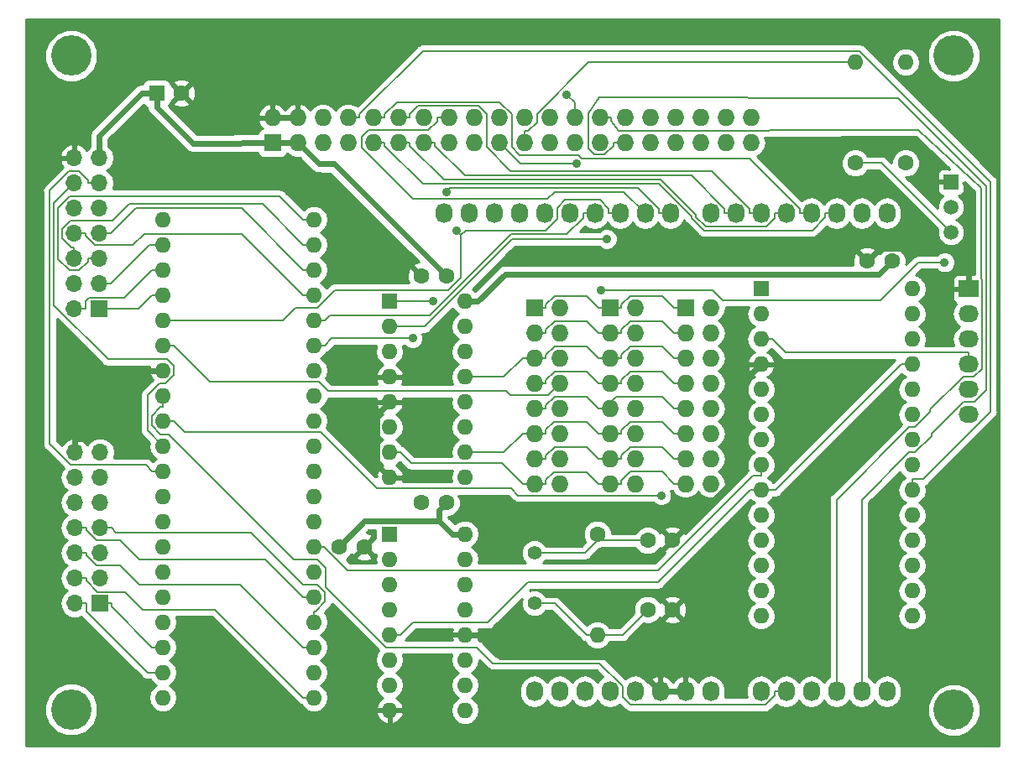
<source format=gtl>
G04 #@! TF.GenerationSoftware,KiCad,Pcbnew,(5.0.0-3-g5ebb6b6)*
G04 #@! TF.CreationDate,2018-11-18T15:08:20+09:00*
G04 #@! TF.ProjectId,Z80-8251-PPI,5A38302D383235312D5050492E6B6963,rev?*
G04 #@! TF.SameCoordinates,Original*
G04 #@! TF.FileFunction,Copper,L1,Top,Signal*
G04 #@! TF.FilePolarity,Positive*
%FSLAX46Y46*%
G04 Gerber Fmt 4.6, Leading zero omitted, Abs format (unit mm)*
G04 Created by KiCad (PCBNEW (5.0.0-3-g5ebb6b6)) date *
%MOMM*%
%LPD*%
G01*
G04 APERTURE LIST*
G04 #@! TA.AperFunction,ComponentPad*
%ADD10O,1.727200X2.032000*%
G04 #@! TD*
G04 #@! TA.AperFunction,ComponentPad*
%ADD11C,1.600000*%
G04 #@! TD*
G04 #@! TA.AperFunction,ComponentPad*
%ADD12R,1.727200X1.727200*%
G04 #@! TD*
G04 #@! TA.AperFunction,ComponentPad*
%ADD13O,1.727200X1.727200*%
G04 #@! TD*
G04 #@! TA.AperFunction,ComponentPad*
%ADD14R,2.032000X1.727200*%
G04 #@! TD*
G04 #@! TA.AperFunction,ComponentPad*
%ADD15O,2.032000X1.727200*%
G04 #@! TD*
G04 #@! TA.AperFunction,ComponentPad*
%ADD16R,1.700000X1.700000*%
G04 #@! TD*
G04 #@! TA.AperFunction,ComponentPad*
%ADD17O,1.700000X1.700000*%
G04 #@! TD*
G04 #@! TA.AperFunction,ComponentPad*
%ADD18C,4.064000*%
G04 #@! TD*
G04 #@! TA.AperFunction,ComponentPad*
%ADD19O,1.600000X1.600000*%
G04 #@! TD*
G04 #@! TA.AperFunction,ComponentPad*
%ADD20R,1.600000X1.600000*%
G04 #@! TD*
G04 #@! TA.AperFunction,ComponentPad*
%ADD21C,1.422400*%
G04 #@! TD*
G04 #@! TA.AperFunction,ComponentPad*
%ADD22C,1.500000*%
G04 #@! TD*
G04 #@! TA.AperFunction,ComponentPad*
%ADD23R,1.500000X1.500000*%
G04 #@! TD*
G04 #@! TA.AperFunction,ViaPad*
%ADD24C,0.889000*%
G04 #@! TD*
G04 #@! TA.AperFunction,Conductor*
%ADD25C,0.609600*%
G04 #@! TD*
G04 #@! TA.AperFunction,Conductor*
%ADD26C,0.203200*%
G04 #@! TD*
G04 #@! TA.AperFunction,Conductor*
%ADD27C,0.254000*%
G04 #@! TD*
G04 APERTURE END LIST*
D10*
G04 #@! TO.P,P1,1*
G04 #@! TO.N,N/C*
X133223000Y-131445000D03*
G04 #@! TO.P,P1,2*
X135763000Y-131445000D03*
G04 #@! TO.P,P1,3*
X138303000Y-131445000D03*
G04 #@! TO.P,P1,4*
X140843000Y-131445000D03*
G04 #@! TO.P,P1,5*
G04 #@! TO.N,VCC*
X143383000Y-131445000D03*
G04 #@! TO.P,P1,6*
G04 #@! TO.N,GND*
X145923000Y-131445000D03*
G04 #@! TO.P,P1,7*
X148463000Y-131445000D03*
G04 #@! TO.P,P1,8*
G04 #@! TO.N,N/C*
X151003000Y-131445000D03*
G04 #@! TD*
G04 #@! TO.P,P2,1*
G04 #@! TO.N,~CE*
X156083000Y-131445000D03*
G04 #@! TO.P,P2,2*
G04 #@! TO.N,A1*
X158623000Y-131445000D03*
G04 #@! TO.P,P2,3*
G04 #@! TO.N,A2*
X161163000Y-131445000D03*
G04 #@! TO.P,P2,4*
G04 #@! TO.N,A3*
X163703000Y-131445000D03*
G04 #@! TO.P,P2,5*
G04 #@! TO.N,A4*
X166243000Y-131445000D03*
G04 #@! TO.P,P2,6*
G04 #@! TO.N,A5*
X168783000Y-131445000D03*
G04 #@! TD*
G04 #@! TO.P,P3,1*
G04 #@! TO.N,N/C*
X124079000Y-83185000D03*
G04 #@! TO.P,P3,2*
X126619000Y-83185000D03*
G04 #@! TO.P,P3,3*
X129159000Y-83185000D03*
G04 #@! TO.P,P3,4*
G04 #@! TO.N,GND*
X131699000Y-83185000D03*
G04 #@! TO.P,P3,5*
G04 #@! TO.N,/~RESIN*
X134239000Y-83185000D03*
G04 #@! TO.P,P3,6*
G04 #@! TO.N,A0*
X136779000Y-83185000D03*
G04 #@! TO.P,P3,7*
G04 #@! TO.N,~IOW*
X139319000Y-83185000D03*
G04 #@! TO.P,P3,8*
G04 #@! TO.N,~IOR*
X141859000Y-83185000D03*
G04 #@! TO.P,P3,9*
G04 #@! TO.N,D7*
X144399000Y-83185000D03*
G04 #@! TO.P,P3,10*
G04 #@! TO.N,D6*
X146939000Y-83185000D03*
G04 #@! TD*
G04 #@! TO.P,P4,1*
G04 #@! TO.N,D5*
X151003000Y-83185000D03*
G04 #@! TO.P,P4,2*
G04 #@! TO.N,D4*
X153543000Y-83185000D03*
G04 #@! TO.P,P4,3*
G04 #@! TO.N,D3*
X156083000Y-83185000D03*
G04 #@! TO.P,P4,4*
G04 #@! TO.N,D2*
X158623000Y-83185000D03*
G04 #@! TO.P,P4,5*
G04 #@! TO.N,D1*
X161163000Y-83185000D03*
G04 #@! TO.P,P4,6*
G04 #@! TO.N,D0*
X163703000Y-83185000D03*
G04 #@! TO.P,P4,7*
G04 #@! TO.N,N/C*
X166243000Y-83185000D03*
G04 #@! TO.P,P4,8*
X168783000Y-83185000D03*
G04 #@! TD*
D11*
G04 #@! TO.P,C1,1*
G04 #@! TO.N,Net-(C1-Pad1)*
X144653000Y-123190000D03*
G04 #@! TO.P,C1,2*
G04 #@! TO.N,GND*
X147153000Y-123190000D03*
G04 #@! TD*
G04 #@! TO.P,C2,1*
G04 #@! TO.N,Net-(C2-Pad1)*
X144653000Y-116205000D03*
G04 #@! TO.P,C2,2*
G04 #@! TO.N,GND*
X147153000Y-116205000D03*
G04 #@! TD*
G04 #@! TO.P,C3,1*
G04 #@! TO.N,VCC*
X113538000Y-116840000D03*
G04 #@! TO.P,C3,2*
G04 #@! TO.N,GND*
X116038000Y-116840000D03*
G04 #@! TD*
G04 #@! TO.P,C4,1*
G04 #@! TO.N,VCC*
X124333000Y-112395000D03*
G04 #@! TO.P,C4,2*
G04 #@! TO.N,GND*
X121833000Y-112395000D03*
G04 #@! TD*
G04 #@! TO.P,C5,1*
G04 #@! TO.N,VCC*
X124333000Y-89535000D03*
G04 #@! TO.P,C5,2*
G04 #@! TO.N,GND*
X121833000Y-89535000D03*
G04 #@! TD*
G04 #@! TO.P,C6,1*
G04 #@! TO.N,VCC*
X169291000Y-88011000D03*
G04 #@! TO.P,C6,2*
G04 #@! TO.N,GND*
X166791000Y-88011000D03*
G04 #@! TD*
D12*
G04 #@! TO.P,J1,1*
G04 #@! TO.N,VCC*
X106807000Y-76073000D03*
D13*
G04 #@! TO.P,J1,2*
G04 #@! TO.N,GND*
X106807000Y-73533000D03*
G04 #@! TO.P,J1,3*
G04 #@! TO.N,VCC*
X109347000Y-76073000D03*
G04 #@! TO.P,J1,4*
G04 #@! TO.N,GND*
X109347000Y-73533000D03*
G04 #@! TO.P,J1,5*
G04 #@! TO.N,N/C*
X111887000Y-76073000D03*
G04 #@! TO.P,J1,6*
X111887000Y-73533000D03*
G04 #@! TO.P,J1,7*
X114427000Y-76073000D03*
G04 #@! TO.P,J1,8*
G04 #@! TO.N,CLK*
X114427000Y-73533000D03*
G04 #@! TO.P,J1,9*
G04 #@! TO.N,D0*
X116967000Y-76073000D03*
G04 #@! TO.P,J1,10*
G04 #@! TO.N,D1*
X116967000Y-73533000D03*
G04 #@! TO.P,J1,11*
G04 #@! TO.N,D2*
X119507000Y-76073000D03*
G04 #@! TO.P,J1,12*
G04 #@! TO.N,D3*
X119507000Y-73533000D03*
G04 #@! TO.P,J1,13*
G04 #@! TO.N,D4*
X122047000Y-76073000D03*
G04 #@! TO.P,J1,14*
G04 #@! TO.N,D5*
X122047000Y-73533000D03*
G04 #@! TO.P,J1,15*
G04 #@! TO.N,D6*
X124587000Y-76073000D03*
G04 #@! TO.P,J1,16*
G04 #@! TO.N,D7*
X124587000Y-73533000D03*
G04 #@! TO.P,J1,17*
G04 #@! TO.N,~IOR*
X127127000Y-76073000D03*
G04 #@! TO.P,J1,18*
G04 #@! TO.N,N/C*
X127127000Y-73533000D03*
G04 #@! TO.P,J1,19*
G04 #@! TO.N,~IOW*
X129667000Y-76073000D03*
G04 #@! TO.P,J1,20*
G04 #@! TO.N,N/C*
X129667000Y-73533000D03*
G04 #@! TO.P,J1,21*
G04 #@! TO.N,RES*
X132207000Y-76073000D03*
G04 #@! TO.P,J1,22*
G04 #@! TO.N,N/C*
X132207000Y-73533000D03*
G04 #@! TO.P,J1,23*
G04 #@! TO.N,INT*
X134747000Y-76073000D03*
G04 #@! TO.P,J1,24*
G04 #@! TO.N,N/C*
X134747000Y-73533000D03*
G04 #@! TO.P,J1,25*
G04 #@! TO.N,A0*
X137287000Y-76073000D03*
G04 #@! TO.P,J1,26*
G04 #@! TO.N,A1*
X137287000Y-73533000D03*
G04 #@! TO.P,J1,27*
G04 #@! TO.N,A2*
X139827000Y-76073000D03*
G04 #@! TO.P,J1,28*
G04 #@! TO.N,A3*
X139827000Y-73533000D03*
G04 #@! TO.P,J1,29*
G04 #@! TO.N,A4*
X142367000Y-76073000D03*
G04 #@! TO.P,J1,30*
G04 #@! TO.N,A5*
X142367000Y-73533000D03*
G04 #@! TO.P,J1,31*
G04 #@! TO.N,A6*
X144907000Y-76073000D03*
G04 #@! TO.P,J1,32*
G04 #@! TO.N,A7*
X144907000Y-73533000D03*
G04 #@! TO.P,J1,33*
G04 #@! TO.N,N/C*
X147447000Y-76073000D03*
G04 #@! TO.P,J1,34*
X147447000Y-73533000D03*
G04 #@! TO.P,J1,35*
X149987000Y-76073000D03*
G04 #@! TO.P,J1,36*
X149987000Y-73533000D03*
G04 #@! TO.P,J1,37*
X152527000Y-76073000D03*
G04 #@! TO.P,J1,38*
X152527000Y-73533000D03*
G04 #@! TO.P,J1,39*
X155067000Y-76073000D03*
G04 #@! TO.P,J1,40*
X155067000Y-73533000D03*
G04 #@! TD*
D12*
G04 #@! TO.P,J2,1*
G04 #@! TO.N,Net-(J2-Pad1)*
X148463000Y-92710000D03*
D13*
G04 #@! TO.P,J2,2*
G04 #@! TO.N,Net-(J2-Pad10)*
X151003000Y-92710000D03*
G04 #@! TO.P,J2,3*
G04 #@! TO.N,Net-(J2-Pad3)*
X148463000Y-95250000D03*
G04 #@! TO.P,J2,4*
G04 #@! TO.N,Net-(J2-Pad10)*
X151003000Y-95250000D03*
G04 #@! TO.P,J2,5*
G04 #@! TO.N,Net-(J2-Pad5)*
X148463000Y-97790000D03*
G04 #@! TO.P,J2,6*
G04 #@! TO.N,Net-(J2-Pad10)*
X151003000Y-97790000D03*
G04 #@! TO.P,J2,7*
G04 #@! TO.N,Net-(J2-Pad7)*
X148463000Y-100330000D03*
G04 #@! TO.P,J2,8*
G04 #@! TO.N,Net-(J2-Pad10)*
X151003000Y-100330000D03*
G04 #@! TO.P,J2,9*
G04 #@! TO.N,Net-(J2-Pad9)*
X148463000Y-102870000D03*
G04 #@! TO.P,J2,10*
G04 #@! TO.N,Net-(J2-Pad10)*
X151003000Y-102870000D03*
G04 #@! TO.P,J2,11*
G04 #@! TO.N,Net-(J2-Pad11)*
X148463000Y-105410000D03*
G04 #@! TO.P,J2,12*
G04 #@! TO.N,Net-(J2-Pad10)*
X151003000Y-105410000D03*
G04 #@! TO.P,J2,13*
G04 #@! TO.N,Net-(J2-Pad13)*
X148463000Y-107950000D03*
G04 #@! TO.P,J2,14*
G04 #@! TO.N,Net-(J2-Pad10)*
X151003000Y-107950000D03*
G04 #@! TO.P,J2,15*
G04 #@! TO.N,Net-(J2-Pad15)*
X148463000Y-110490000D03*
G04 #@! TO.P,J2,16*
G04 #@! TO.N,Net-(J2-Pad10)*
X151003000Y-110490000D03*
G04 #@! TD*
D12*
G04 #@! TO.P,J3,1*
G04 #@! TO.N,Net-(J2-Pad1)*
X133223000Y-92710000D03*
D13*
G04 #@! TO.P,J3,2*
G04 #@! TO.N,Net-(J3-Pad10)*
X135763000Y-92710000D03*
G04 #@! TO.P,J3,3*
G04 #@! TO.N,Net-(J2-Pad3)*
X133223000Y-95250000D03*
G04 #@! TO.P,J3,4*
G04 #@! TO.N,Net-(J3-Pad10)*
X135763000Y-95250000D03*
G04 #@! TO.P,J3,5*
G04 #@! TO.N,Net-(J2-Pad5)*
X133223000Y-97790000D03*
G04 #@! TO.P,J3,6*
G04 #@! TO.N,Net-(J3-Pad10)*
X135763000Y-97790000D03*
G04 #@! TO.P,J3,7*
G04 #@! TO.N,Net-(J2-Pad7)*
X133223000Y-100330000D03*
G04 #@! TO.P,J3,8*
G04 #@! TO.N,Net-(J3-Pad10)*
X135763000Y-100330000D03*
G04 #@! TO.P,J3,9*
G04 #@! TO.N,Net-(J2-Pad9)*
X133223000Y-102870000D03*
G04 #@! TO.P,J3,10*
G04 #@! TO.N,Net-(J3-Pad10)*
X135763000Y-102870000D03*
G04 #@! TO.P,J3,11*
G04 #@! TO.N,Net-(J2-Pad11)*
X133223000Y-105410000D03*
G04 #@! TO.P,J3,12*
G04 #@! TO.N,Net-(J3-Pad10)*
X135763000Y-105410000D03*
G04 #@! TO.P,J3,13*
G04 #@! TO.N,Net-(J2-Pad13)*
X133223000Y-107950000D03*
G04 #@! TO.P,J3,14*
G04 #@! TO.N,Net-(J3-Pad10)*
X135763000Y-107950000D03*
G04 #@! TO.P,J3,15*
G04 #@! TO.N,Net-(J2-Pad15)*
X133223000Y-110490000D03*
G04 #@! TO.P,J3,16*
G04 #@! TO.N,Net-(J3-Pad10)*
X135763000Y-110490000D03*
G04 #@! TD*
D14*
G04 #@! TO.P,J4,1*
G04 #@! TO.N,GND*
X177038000Y-90805000D03*
D15*
G04 #@! TO.P,J4,2*
G04 #@! TO.N,Net-(J4-Pad2)*
X177038000Y-93345000D03*
G04 #@! TO.P,J4,3*
G04 #@! TO.N,N/C*
X177038000Y-95885000D03*
G04 #@! TO.P,J4,4*
G04 #@! TO.N,Net-(J4-Pad4)*
X177038000Y-98425000D03*
G04 #@! TO.P,J4,5*
G04 #@! TO.N,Net-(J4-Pad5)*
X177038000Y-100965000D03*
G04 #@! TO.P,J4,6*
G04 #@! TO.N,Net-(J4-Pad6)*
X177038000Y-103505000D03*
G04 #@! TD*
D16*
G04 #@! TO.P,J5,1*
G04 #@! TO.N,PA0*
X89344500Y-92837000D03*
D17*
G04 #@! TO.P,J5,2*
G04 #@! TO.N,PA1*
X86804500Y-92837000D03*
G04 #@! TO.P,J5,3*
G04 #@! TO.N,PA2*
X89344500Y-90297000D03*
G04 #@! TO.P,J5,4*
G04 #@! TO.N,PA3*
X86804500Y-90297000D03*
G04 #@! TO.P,J5,5*
G04 #@! TO.N,PA4*
X89344500Y-87757000D03*
G04 #@! TO.P,J5,6*
G04 #@! TO.N,PA5*
X86804500Y-87757000D03*
G04 #@! TO.P,J5,7*
G04 #@! TO.N,PA6*
X89344500Y-85217000D03*
G04 #@! TO.P,J5,8*
G04 #@! TO.N,PA7*
X86804500Y-85217000D03*
G04 #@! TO.P,J5,9*
G04 #@! TO.N,PC4*
X89344500Y-82677000D03*
G04 #@! TO.P,J5,10*
G04 #@! TO.N,PC5*
X86804500Y-82677000D03*
G04 #@! TO.P,J5,11*
G04 #@! TO.N,PC6*
X89344500Y-80137000D03*
G04 #@! TO.P,J5,12*
G04 #@! TO.N,PC7*
X86804500Y-80137000D03*
G04 #@! TO.P,J5,13*
G04 #@! TO.N,VCC*
X89344500Y-77597000D03*
G04 #@! TO.P,J5,14*
G04 #@! TO.N,GND*
X86804500Y-77597000D03*
G04 #@! TD*
D16*
G04 #@! TO.P,J6,1*
G04 #@! TO.N,PB0*
X89408000Y-122555000D03*
D17*
G04 #@! TO.P,J6,2*
G04 #@! TO.N,PB1*
X86868000Y-122555000D03*
G04 #@! TO.P,J6,3*
G04 #@! TO.N,PB2*
X89408000Y-120015000D03*
G04 #@! TO.P,J6,4*
G04 #@! TO.N,PB3*
X86868000Y-120015000D03*
G04 #@! TO.P,J6,5*
G04 #@! TO.N,PB4*
X89408000Y-117475000D03*
G04 #@! TO.P,J6,6*
G04 #@! TO.N,PB5*
X86868000Y-117475000D03*
G04 #@! TO.P,J6,7*
G04 #@! TO.N,PB6*
X89408000Y-114935000D03*
G04 #@! TO.P,J6,8*
G04 #@! TO.N,PB7*
X86868000Y-114935000D03*
G04 #@! TO.P,J6,9*
G04 #@! TO.N,PC0*
X89408000Y-112395000D03*
G04 #@! TO.P,J6,10*
G04 #@! TO.N,PC1*
X86868000Y-112395000D03*
G04 #@! TO.P,J6,11*
G04 #@! TO.N,PC2*
X89408000Y-109855000D03*
G04 #@! TO.P,J6,12*
G04 #@! TO.N,PC3*
X86868000Y-109855000D03*
G04 #@! TO.P,J6,13*
G04 #@! TO.N,VCC*
X89408000Y-107315000D03*
G04 #@! TO.P,J6,14*
G04 #@! TO.N,GND*
X86868000Y-107315000D03*
G04 #@! TD*
D12*
G04 #@! TO.P,J7,1*
G04 #@! TO.N,Net-(J2-Pad1)*
X140843000Y-92710000D03*
D13*
G04 #@! TO.P,J7,2*
G04 #@! TO.N,~CE*
X143383000Y-92710000D03*
G04 #@! TO.P,J7,3*
G04 #@! TO.N,Net-(J2-Pad3)*
X140843000Y-95250000D03*
G04 #@! TO.P,J7,4*
G04 #@! TO.N,~CE*
X143383000Y-95250000D03*
G04 #@! TO.P,J7,5*
G04 #@! TO.N,Net-(J2-Pad5)*
X140843000Y-97790000D03*
G04 #@! TO.P,J7,6*
G04 #@! TO.N,~CE*
X143383000Y-97790000D03*
G04 #@! TO.P,J7,7*
G04 #@! TO.N,Net-(J2-Pad7)*
X140843000Y-100330000D03*
G04 #@! TO.P,J7,8*
G04 #@! TO.N,~CE*
X143383000Y-100330000D03*
G04 #@! TO.P,J7,9*
G04 #@! TO.N,Net-(J2-Pad9)*
X140843000Y-102870000D03*
G04 #@! TO.P,J7,10*
G04 #@! TO.N,~CE*
X143383000Y-102870000D03*
G04 #@! TO.P,J7,11*
G04 #@! TO.N,Net-(J2-Pad11)*
X140843000Y-105410000D03*
G04 #@! TO.P,J7,12*
G04 #@! TO.N,~CE*
X143383000Y-105410000D03*
G04 #@! TO.P,J7,13*
G04 #@! TO.N,Net-(J2-Pad13)*
X140843000Y-107950000D03*
G04 #@! TO.P,J7,14*
G04 #@! TO.N,~CE*
X143383000Y-107950000D03*
G04 #@! TO.P,J7,15*
G04 #@! TO.N,Net-(J2-Pad15)*
X140843000Y-110490000D03*
G04 #@! TO.P,J7,16*
G04 #@! TO.N,~CE*
X143383000Y-110490000D03*
G04 #@! TD*
D18*
G04 #@! TO.P,P5,1*
G04 #@! TO.N,N/C*
X86523000Y-67285000D03*
G04 #@! TD*
G04 #@! TO.P,P6,1*
G04 #@! TO.N,N/C*
X175523000Y-67285000D03*
G04 #@! TD*
G04 #@! TO.P,P7,1*
G04 #@! TO.N,N/C*
X86513000Y-133285000D03*
G04 #@! TD*
G04 #@! TO.P,P8,1*
G04 #@! TO.N,N/C*
X175533000Y-133315000D03*
G04 #@! TD*
D11*
G04 #@! TO.P,R1,1*
G04 #@! TO.N,Net-(C2-Pad1)*
X139573000Y-115570000D03*
D19*
G04 #@! TO.P,R1,2*
G04 #@! TO.N,Net-(C1-Pad1)*
X139573000Y-125730000D03*
G04 #@! TD*
D20*
G04 #@! TO.P,U1,1*
G04 #@! TO.N,A5*
X118618000Y-92075000D03*
D19*
G04 #@! TO.P,U1,9*
G04 #@! TO.N,Net-(J2-Pad13)*
X126238000Y-109855000D03*
G04 #@! TO.P,U1,2*
G04 #@! TO.N,A6*
X118618000Y-94615000D03*
G04 #@! TO.P,U1,10*
G04 #@! TO.N,Net-(J2-Pad11)*
X126238000Y-107315000D03*
G04 #@! TO.P,U1,3*
G04 #@! TO.N,A7*
X118618000Y-97155000D03*
G04 #@! TO.P,U1,11*
G04 #@! TO.N,Net-(J2-Pad9)*
X126238000Y-104775000D03*
G04 #@! TO.P,U1,4*
G04 #@! TO.N,GND*
X118618000Y-99695000D03*
G04 #@! TO.P,U1,12*
G04 #@! TO.N,Net-(J2-Pad7)*
X126238000Y-102235000D03*
G04 #@! TO.P,U1,5*
G04 #@! TO.N,GND*
X118618000Y-102235000D03*
G04 #@! TO.P,U1,13*
G04 #@! TO.N,Net-(J2-Pad5)*
X126238000Y-99695000D03*
G04 #@! TO.P,U1,6*
G04 #@! TO.N,VCC*
X118618000Y-104775000D03*
G04 #@! TO.P,U1,14*
G04 #@! TO.N,Net-(J2-Pad3)*
X126238000Y-97155000D03*
G04 #@! TO.P,U1,7*
G04 #@! TO.N,Net-(J2-Pad15)*
X118618000Y-107315000D03*
G04 #@! TO.P,U1,15*
G04 #@! TO.N,Net-(J2-Pad1)*
X126238000Y-94615000D03*
G04 #@! TO.P,U1,8*
G04 #@! TO.N,GND*
X118618000Y-109855000D03*
G04 #@! TO.P,U1,16*
G04 #@! TO.N,VCC*
X126238000Y-92075000D03*
G04 #@! TD*
D20*
G04 #@! TO.P,U2,1*
G04 #@! TO.N,D2*
X156083000Y-90805000D03*
D19*
G04 #@! TO.P,U2,15*
G04 #@! TO.N,N/C*
X171323000Y-123825000D03*
G04 #@! TO.P,U2,2*
G04 #@! TO.N,D3*
X156083000Y-93345000D03*
G04 #@! TO.P,U2,16*
G04 #@! TO.N,N/C*
X171323000Y-121285000D03*
G04 #@! TO.P,U2,3*
G04 #@! TO.N,Net-(J4-Pad4)*
X156083000Y-95885000D03*
G04 #@! TO.P,U2,17*
G04 #@! TO.N,Net-(J4-Pad6)*
X171323000Y-118745000D03*
G04 #@! TO.P,U2,4*
G04 #@! TO.N,GND*
X156083000Y-98425000D03*
G04 #@! TO.P,U2,18*
G04 #@! TO.N,N/C*
X171323000Y-116205000D03*
G04 #@! TO.P,U2,5*
G04 #@! TO.N,D4*
X156083000Y-100965000D03*
G04 #@! TO.P,U2,19*
G04 #@! TO.N,Net-(J4-Pad5)*
X171323000Y-113665000D03*
G04 #@! TO.P,U2,6*
G04 #@! TO.N,D5*
X156083000Y-103505000D03*
G04 #@! TO.P,U2,20*
G04 #@! TO.N,CLK*
X171323000Y-111125000D03*
G04 #@! TO.P,U2,7*
G04 #@! TO.N,D6*
X156083000Y-106045000D03*
G04 #@! TO.P,U2,21*
G04 #@! TO.N,RES*
X171323000Y-108585000D03*
G04 #@! TO.P,U2,8*
G04 #@! TO.N,D7*
X156083000Y-108585000D03*
G04 #@! TO.P,U2,22*
G04 #@! TO.N,Net-(U2-Pad22)*
X171323000Y-106045000D03*
G04 #@! TO.P,U2,9*
G04 #@! TO.N,Net-(U2-Pad25)*
X156083000Y-111125000D03*
G04 #@! TO.P,U2,23*
G04 #@! TO.N,Net-(J4-Pad2)*
X171323000Y-103505000D03*
G04 #@! TO.P,U2,10*
G04 #@! TO.N,~IOW*
X156083000Y-113665000D03*
G04 #@! TO.P,U2,24*
G04 #@! TO.N,Net-(U2-Pad22)*
X171323000Y-100965000D03*
G04 #@! TO.P,U2,11*
G04 #@! TO.N,Net-(J2-Pad10)*
X156083000Y-116205000D03*
G04 #@! TO.P,U2,25*
G04 #@! TO.N,Net-(U2-Pad25)*
X171323000Y-98425000D03*
G04 #@! TO.P,U2,12*
G04 #@! TO.N,A0*
X156083000Y-118745000D03*
G04 #@! TO.P,U2,26*
G04 #@! TO.N,VCC*
X171323000Y-95885000D03*
G04 #@! TO.P,U2,13*
G04 #@! TO.N,~IOR*
X156083000Y-121285000D03*
G04 #@! TO.P,U2,27*
G04 #@! TO.N,D0*
X171323000Y-93345000D03*
G04 #@! TO.P,U2,14*
G04 #@! TO.N,INT*
X156083000Y-123825000D03*
G04 #@! TO.P,U2,28*
G04 #@! TO.N,D1*
X171323000Y-90805000D03*
G04 #@! TD*
G04 #@! TO.P,U3,1*
G04 #@! TO.N,PA3*
X95758000Y-83820000D03*
G04 #@! TO.P,U3,2*
G04 #@! TO.N,PA2*
X95758000Y-86360000D03*
G04 #@! TO.P,U3,3*
G04 #@! TO.N,PA1*
X95758000Y-88900000D03*
G04 #@! TO.P,U3,4*
G04 #@! TO.N,PA0*
X95758000Y-91440000D03*
G04 #@! TO.P,U3,5*
G04 #@! TO.N,~IOR*
X95758000Y-93980000D03*
G04 #@! TO.P,U3,6*
G04 #@! TO.N,Net-(J3-Pad10)*
X95758000Y-96520000D03*
G04 #@! TO.P,U3,7*
G04 #@! TO.N,GND*
X95758000Y-99060000D03*
G04 #@! TO.P,U3,8*
G04 #@! TO.N,A1*
X95758000Y-101600000D03*
G04 #@! TO.P,U3,9*
G04 #@! TO.N,A0*
X95758000Y-104140000D03*
G04 #@! TO.P,U3,10*
G04 #@! TO.N,PC7*
X95758000Y-106680000D03*
G04 #@! TO.P,U3,11*
G04 #@! TO.N,PC6*
X95758000Y-109220000D03*
G04 #@! TO.P,U3,12*
G04 #@! TO.N,PC5*
X95758000Y-111760000D03*
G04 #@! TO.P,U3,13*
G04 #@! TO.N,PC4*
X95758000Y-114300000D03*
G04 #@! TO.P,U3,14*
G04 #@! TO.N,PC0*
X95758000Y-116840000D03*
G04 #@! TO.P,U3,15*
G04 #@! TO.N,PC1*
X95758000Y-119380000D03*
G04 #@! TO.P,U3,16*
G04 #@! TO.N,PC2*
X95758000Y-121920000D03*
G04 #@! TO.P,U3,17*
G04 #@! TO.N,PC3*
X95758000Y-124460000D03*
G04 #@! TO.P,U3,18*
G04 #@! TO.N,PB0*
X95758000Y-127000000D03*
G04 #@! TO.P,U3,19*
G04 #@! TO.N,PB1*
X95758000Y-129540000D03*
G04 #@! TO.P,U3,20*
G04 #@! TO.N,PB2*
X95758000Y-132080000D03*
G04 #@! TO.P,U3,21*
G04 #@! TO.N,PB3*
X110998000Y-132080000D03*
G04 #@! TO.P,U3,22*
G04 #@! TO.N,PB4*
X110998000Y-129540000D03*
G04 #@! TO.P,U3,23*
G04 #@! TO.N,PB5*
X110998000Y-127000000D03*
G04 #@! TO.P,U3,24*
G04 #@! TO.N,PB6*
X110998000Y-124460000D03*
G04 #@! TO.P,U3,25*
G04 #@! TO.N,PB7*
X110998000Y-121920000D03*
G04 #@! TO.P,U3,26*
G04 #@! TO.N,VCC*
X110998000Y-119380000D03*
G04 #@! TO.P,U3,27*
G04 #@! TO.N,D7*
X110998000Y-116840000D03*
G04 #@! TO.P,U3,28*
G04 #@! TO.N,D6*
X110998000Y-114300000D03*
G04 #@! TO.P,U3,29*
G04 #@! TO.N,D5*
X110998000Y-111760000D03*
G04 #@! TO.P,U3,30*
G04 #@! TO.N,D4*
X110998000Y-109220000D03*
G04 #@! TO.P,U3,31*
G04 #@! TO.N,D3*
X110998000Y-106680000D03*
G04 #@! TO.P,U3,32*
G04 #@! TO.N,D2*
X110998000Y-104140000D03*
G04 #@! TO.P,U3,33*
G04 #@! TO.N,D1*
X110998000Y-101600000D03*
G04 #@! TO.P,U3,34*
G04 #@! TO.N,D0*
X110998000Y-99060000D03*
G04 #@! TO.P,U3,35*
G04 #@! TO.N,RES*
X110998000Y-96520000D03*
G04 #@! TO.P,U3,36*
G04 #@! TO.N,~IOW*
X110998000Y-93980000D03*
G04 #@! TO.P,U3,37*
G04 #@! TO.N,PA7*
X110998000Y-91440000D03*
G04 #@! TO.P,U3,38*
G04 #@! TO.N,PA6*
X110998000Y-88900000D03*
G04 #@! TO.P,U3,39*
G04 #@! TO.N,PA5*
X110998000Y-86360000D03*
G04 #@! TO.P,U3,40*
G04 #@! TO.N,PA4*
X110998000Y-83820000D03*
G04 #@! TD*
D20*
G04 #@! TO.P,U4,1*
G04 #@! TO.N,N/C*
X118618000Y-115570000D03*
D19*
G04 #@! TO.P,U4,9*
X126238000Y-133350000D03*
G04 #@! TO.P,U4,2*
X118618000Y-118110000D03*
G04 #@! TO.P,U4,10*
G04 #@! TO.N,Net-(C1-Pad1)*
X126238000Y-130810000D03*
G04 #@! TO.P,U4,3*
G04 #@! TO.N,N/C*
X118618000Y-120650000D03*
G04 #@! TO.P,U4,11*
G04 #@! TO.N,Net-(C2-Pad1)*
X126238000Y-128270000D03*
G04 #@! TO.P,U4,4*
G04 #@! TO.N,N/C*
X118618000Y-123190000D03*
G04 #@! TO.P,U4,12*
G04 #@! TO.N,GND*
X126238000Y-125730000D03*
G04 #@! TO.P,U4,5*
G04 #@! TO.N,Net-(U2-Pad25)*
X118618000Y-125730000D03*
G04 #@! TO.P,U4,13*
G04 #@! TO.N,N/C*
X126238000Y-123190000D03*
G04 #@! TO.P,U4,6*
X118618000Y-128270000D03*
G04 #@! TO.P,U4,14*
X126238000Y-120650000D03*
G04 #@! TO.P,U4,7*
X118618000Y-130810000D03*
G04 #@! TO.P,U4,15*
X126238000Y-118110000D03*
G04 #@! TO.P,U4,8*
G04 #@! TO.N,GND*
X118618000Y-133350000D03*
G04 #@! TO.P,U4,16*
G04 #@! TO.N,VCC*
X126238000Y-115570000D03*
G04 #@! TD*
D21*
G04 #@! TO.P,Y1,1*
G04 #@! TO.N,Net-(C2-Pad1)*
X133223000Y-117475000D03*
G04 #@! TO.P,Y1,2*
G04 #@! TO.N,Net-(C1-Pad1)*
X133223000Y-122555000D03*
G04 #@! TD*
D11*
G04 #@! TO.P,R2,1*
G04 #@! TO.N,Net-(Q1-Pad3)*
X165608000Y-78105000D03*
D19*
G04 #@! TO.P,R2,2*
G04 #@! TO.N,RES*
X165608000Y-67945000D03*
G04 #@! TD*
G04 #@! TO.P,R3,2*
G04 #@! TO.N,/~RESIN*
X170688000Y-67945000D03*
D11*
G04 #@! TO.P,R3,1*
G04 #@! TO.N,VCC*
X170688000Y-78105000D03*
G04 #@! TD*
D20*
G04 #@! TO.P,C7,1*
G04 #@! TO.N,VCC*
X95123000Y-71056500D03*
D11*
G04 #@! TO.P,C7,2*
G04 #@! TO.N,GND*
X97623000Y-71056500D03*
G04 #@! TD*
D22*
G04 #@! TO.P,Q1,2*
G04 #@! TO.N,/~RESIN*
X175243000Y-82565000D03*
G04 #@! TO.P,Q1,3*
G04 #@! TO.N,Net-(Q1-Pad3)*
X175243000Y-85105000D03*
D23*
G04 #@! TO.P,Q1,1*
G04 #@! TO.N,GND*
X175243000Y-80025000D03*
G04 #@! TD*
D24*
G04 #@! TO.N,GND*
X105438000Y-79257200D03*
G04 #@! TO.N,D6*
X124345000Y-81007600D03*
G04 #@! TO.N,~IOR*
X125420000Y-84970400D03*
G04 #@! TO.N,~IOW*
X137533000Y-78200800D03*
G04 #@! TO.N,A0*
X146022000Y-111656000D03*
G04 #@! TO.N,RES*
X120950000Y-95815400D03*
G04 #@! TO.N,A1*
X136511000Y-71184300D03*
G04 #@! TO.N,A5*
X122992000Y-92075000D03*
G04 #@! TO.N,A6*
X140528000Y-85781900D03*
G04 #@! TO.N,/~RESIN*
X174604200Y-88136400D03*
X139972400Y-90927000D03*
G04 #@! TD*
D25*
G04 #@! TO.N,GND*
X118618000Y-102235000D02*
X117308000Y-103545000D01*
X117308000Y-103545000D02*
X117308000Y-108545000D01*
X117308000Y-108545000D02*
X118618000Y-109855000D01*
X126238000Y-125730000D02*
X127543000Y-125730000D01*
X127543000Y-125730000D02*
X129746000Y-127932000D01*
X129746000Y-127932000D02*
X142410000Y-127932000D01*
X109347000Y-73533000D02*
X106807000Y-73533000D01*
X147153000Y-123190000D02*
X142410000Y-127932000D01*
X95758000Y-99060000D02*
X94452900Y-99060000D01*
X94452900Y-99060000D02*
X87553000Y-105960000D01*
X87553000Y-105960000D02*
X86868000Y-105960000D01*
X86868000Y-105960000D02*
X86868000Y-107315000D01*
X156083000Y-98425000D02*
X154540000Y-99967500D01*
X154540000Y-99967500D02*
X154540000Y-108903000D01*
X154540000Y-108903000D02*
X147239000Y-116205000D01*
X147239000Y-116205000D02*
X147153000Y-116205000D01*
X121833000Y-89535000D02*
X111555000Y-79257200D01*
X111555000Y-79257200D02*
X105438000Y-79257200D01*
X142410000Y-127932000D02*
X145923000Y-131445000D01*
X148463000Y-131445000D02*
X145923000Y-131445000D01*
X166791000Y-88011000D02*
X168114000Y-86687600D01*
X168114000Y-86687600D02*
X176403000Y-86687600D01*
X176403000Y-86687600D02*
X177038000Y-87322600D01*
X177038000Y-87322600D02*
X177038000Y-90805000D01*
G04 #@! TO.N,VCC*
X123628000Y-114265000D02*
X123628000Y-113100000D01*
X123628000Y-113100000D02*
X124333000Y-112395000D01*
X113538000Y-116840000D02*
X116113000Y-114265000D01*
X116113000Y-114265000D02*
X123628000Y-114265000D01*
X126238000Y-115570000D02*
X124933000Y-115570000D01*
X124933000Y-115570000D02*
X123628000Y-114265000D01*
X169291000Y-88011000D02*
X167983000Y-89319400D01*
X167983000Y-89319400D02*
X130299000Y-89319400D01*
X130299000Y-89319400D02*
X127543000Y-92075000D01*
X127543000Y-92075000D02*
X126238000Y-92075000D01*
X124333000Y-89535000D02*
X113008000Y-78209500D01*
X113008000Y-78209500D02*
X111484000Y-78209500D01*
X111484000Y-78209500D02*
X109347000Y-76073000D01*
X109347000Y-76073000D02*
X106807000Y-76073000D01*
X106807000Y-76073000D02*
X100418900Y-76136500D01*
X95123000Y-72466100D02*
X95123000Y-71056500D01*
X98793400Y-76136500D02*
X95123000Y-72466100D01*
X100418900Y-76136500D02*
X98793400Y-76136500D01*
X89344500Y-77597000D02*
X89344500Y-75336400D01*
X93624400Y-71056500D02*
X95123000Y-71056500D01*
X89344500Y-75336400D02*
X93624400Y-71056500D01*
D26*
G04 #@! TO.N,D0*
X116967000Y-76073000D02*
X118132000Y-76073000D01*
X118132000Y-76073000D02*
X118132000Y-76364400D01*
X118132000Y-76364400D02*
X121969000Y-80200600D01*
X121969000Y-80200600D02*
X145799000Y-80200600D01*
X145799000Y-80200600D02*
X149063000Y-83465000D01*
X149063000Y-83465000D02*
X149063000Y-83643300D01*
X149063000Y-83643300D02*
X150327000Y-84907100D01*
X150327000Y-84907100D02*
X161252000Y-84907100D01*
X161252000Y-84907100D02*
X162538000Y-83622100D01*
X162538000Y-83622100D02*
X162538000Y-83185000D01*
X162538000Y-83185000D02*
X163703000Y-83185000D01*
G04 #@! TO.N,D1*
X116967000Y-73533000D02*
X118132000Y-73533000D01*
X118132000Y-73533000D02*
X118132000Y-73170700D01*
X118132000Y-73170700D02*
X119354000Y-71948800D01*
X119354000Y-71948800D02*
X129743000Y-71948800D01*
X129743000Y-71948800D02*
X130937000Y-73142500D01*
X130937000Y-73142500D02*
X130937000Y-76501600D01*
X130937000Y-76501600D02*
X131724000Y-77289100D01*
X131724000Y-77289100D02*
X137677000Y-77289100D01*
X137677000Y-77289100D02*
X138040000Y-77651800D01*
X138040000Y-77651800D02*
X154901000Y-77651800D01*
X154901000Y-77651800D02*
X159998000Y-82747900D01*
X159998000Y-82747900D02*
X159998000Y-83185000D01*
X159998000Y-83185000D02*
X161163000Y-83185000D01*
G04 #@! TO.N,D2*
X119507000Y-76073000D02*
X120672000Y-76073000D01*
X120672000Y-76073000D02*
X120672000Y-76364400D01*
X120672000Y-76364400D02*
X124105000Y-79797100D01*
X124105000Y-79797100D02*
X145966000Y-79797100D01*
X145966000Y-79797100D02*
X149538000Y-83368900D01*
X149538000Y-83368900D02*
X149538000Y-83547200D01*
X149538000Y-83547200D02*
X150494000Y-84503600D01*
X150494000Y-84503600D02*
X156615000Y-84503600D01*
X156615000Y-84503600D02*
X157458000Y-83661500D01*
X157458000Y-83661500D02*
X157458000Y-83185000D01*
X157458000Y-83185000D02*
X158623000Y-83185000D01*
G04 #@! TO.N,D3*
X156083000Y-83185000D02*
X154918000Y-83185000D01*
X154918000Y-83185000D02*
X154918000Y-82747900D01*
X154918000Y-82747900D02*
X151117000Y-78947300D01*
X151117000Y-78947300D02*
X130843000Y-78947300D01*
X130843000Y-78947300D02*
X128397000Y-76501400D01*
X128397000Y-76501400D02*
X128397000Y-73134300D01*
X128397000Y-73134300D02*
X127615000Y-72352400D01*
X127615000Y-72352400D02*
X121491000Y-72352400D01*
X121491000Y-72352400D02*
X120672000Y-73170700D01*
X120672000Y-73170700D02*
X120672000Y-73533000D01*
X120672000Y-73533000D02*
X119507000Y-73533000D01*
G04 #@! TO.N,D4*
X122047000Y-76073000D02*
X123212000Y-76073000D01*
X123212000Y-76073000D02*
X123212000Y-76364400D01*
X123212000Y-76364400D02*
X126242000Y-79393600D01*
X126242000Y-79393600D02*
X149063000Y-79393600D01*
X149063000Y-79393600D02*
X152378000Y-82708500D01*
X152378000Y-82708500D02*
X152378000Y-83185000D01*
X152378000Y-83185000D02*
X153543000Y-83185000D01*
G04 #@! TO.N,D6*
X146939000Y-83185000D02*
X145774000Y-83185000D01*
X145774000Y-83185000D02*
X145774000Y-82708500D01*
X145774000Y-82708500D02*
X143669000Y-80604100D01*
X143669000Y-80604100D02*
X124748000Y-80604100D01*
X124748000Y-80604100D02*
X124345000Y-81007600D01*
G04 #@! TO.N,D7*
X110998000Y-116840000D02*
X112100000Y-116840000D01*
X112100000Y-116840000D02*
X112100000Y-116978000D01*
X112100000Y-116978000D02*
X114342000Y-119219000D01*
X114342000Y-119219000D02*
X145700000Y-119219000D01*
X145700000Y-119219000D02*
X155232000Y-109687000D01*
X155232000Y-109687000D02*
X156083000Y-109687000D01*
X156083000Y-109687000D02*
X156083000Y-108585000D01*
X144399000Y-83185000D02*
X142222000Y-81007600D01*
X142222000Y-81007600D02*
X135258000Y-81007600D01*
X135258000Y-81007600D02*
X134507000Y-81759000D01*
X134507000Y-81759000D02*
X121000000Y-81759000D01*
X121000000Y-81759000D02*
X115801000Y-76560200D01*
X115801000Y-76560200D02*
X115801000Y-75488700D01*
X115801000Y-75488700D02*
X116487000Y-74803000D01*
X116487000Y-74803000D02*
X122514000Y-74803000D01*
X122514000Y-74803000D02*
X123422000Y-73895200D01*
X123422000Y-73895200D02*
X123422000Y-73533000D01*
X123422000Y-73533000D02*
X124587000Y-73533000D01*
G04 #@! TO.N,~IOR*
X125826000Y-85376000D02*
X125826000Y-89682900D01*
X125826000Y-89682900D02*
X124576000Y-90932900D01*
X124576000Y-90932900D02*
X113084000Y-90932900D01*
X113084000Y-90932900D02*
X111307000Y-92710000D01*
X111307000Y-92710000D02*
X109115000Y-92710000D01*
X109115000Y-92710000D02*
X107845000Y-93980000D01*
X107845000Y-93980000D02*
X95758000Y-93980000D01*
X141859000Y-83185000D02*
X140694000Y-83185000D01*
X140694000Y-83185000D02*
X140694000Y-82708500D01*
X140694000Y-82708500D02*
X139832000Y-81846700D01*
X139832000Y-81846700D02*
X136306000Y-81846700D01*
X136306000Y-81846700D02*
X135509000Y-82644200D01*
X135509000Y-82644200D02*
X135509000Y-83753900D01*
X135509000Y-83753900D02*
X134360000Y-84903000D01*
X134360000Y-84903000D02*
X126299000Y-84903000D01*
X126299000Y-84903000D02*
X125826000Y-85376000D01*
X125826000Y-85376000D02*
X125420000Y-84970400D01*
G04 #@! TO.N,~IOW*
X110998000Y-93980000D02*
X112100000Y-93980000D01*
X112100000Y-93980000D02*
X112587000Y-93493200D01*
X112587000Y-93493200D02*
X122689000Y-93493200D01*
X122689000Y-93493200D02*
X130875000Y-85306600D01*
X130875000Y-85306600D02*
X136508000Y-85306600D01*
X136508000Y-85306600D02*
X138154000Y-83661500D01*
X138154000Y-83661500D02*
X138154000Y-83185000D01*
X138154000Y-83185000D02*
X139319000Y-83185000D01*
X137533000Y-78200800D02*
X131795000Y-78200800D01*
X131795000Y-78200800D02*
X129667000Y-76073000D01*
G04 #@! TO.N,A0*
X95758000Y-104140000D02*
X96859900Y-104140000D01*
X96859900Y-104140000D02*
X97961800Y-105242000D01*
X97961800Y-105242000D02*
X111628000Y-105242000D01*
X111628000Y-105242000D02*
X117343000Y-110957000D01*
X117343000Y-110957000D02*
X130894000Y-110957000D01*
X130894000Y-110957000D02*
X131593000Y-111656000D01*
X131593000Y-111656000D02*
X146022000Y-111656000D01*
G04 #@! TO.N,Net-(C1-Pad1)*
X139573000Y-125730000D02*
X142113000Y-125730000D01*
X142113000Y-125730000D02*
X144653000Y-123190000D01*
X133223000Y-122555000D02*
X135296000Y-122555000D01*
X135296000Y-122555000D02*
X138471000Y-125730000D01*
X138471000Y-125730000D02*
X139573000Y-125730000D01*
G04 #@! TO.N,Net-(C2-Pad1)*
X139573000Y-116205000D02*
X144653000Y-116205000D01*
X133223000Y-117475000D02*
X138303000Y-117475000D01*
X138303000Y-117475000D02*
X139573000Y-116205000D01*
X139573000Y-116205000D02*
X139573000Y-115570000D01*
G04 #@! TO.N,CLK*
X171323000Y-111125000D02*
X171323000Y-110023000D01*
X171323000Y-110023000D02*
X172425000Y-110023000D01*
X172425000Y-110023000D02*
X179216000Y-103232000D01*
X179216000Y-103232000D02*
X179216000Y-79988300D01*
X179216000Y-79988300D02*
X166031000Y-66802600D01*
X166031000Y-66802600D02*
X121961000Y-66802600D01*
X121961000Y-66802600D02*
X115592000Y-73170700D01*
X115592000Y-73170700D02*
X115592000Y-73533000D01*
X115592000Y-73533000D02*
X114427000Y-73533000D01*
G04 #@! TO.N,RES*
X110998000Y-96520000D02*
X112100000Y-96520000D01*
X112100000Y-96520000D02*
X112804000Y-95815400D01*
X112804000Y-95815400D02*
X120950000Y-95815400D01*
X132207000Y-76073000D02*
X132207000Y-74907500D01*
X132207000Y-74907500D02*
X132569000Y-74907500D01*
X132569000Y-74907500D02*
X133477000Y-73999700D01*
X133477000Y-73999700D02*
X133477000Y-73141300D01*
X133477000Y-73141300D02*
X138673000Y-67945100D01*
X138673000Y-67945100D02*
X164506000Y-67945100D01*
X164506000Y-67945100D02*
X164506000Y-67945000D01*
X164506000Y-67945000D02*
X165608000Y-67945000D01*
G04 #@! TO.N,A1*
X158623000Y-131445000D02*
X157458000Y-131445000D01*
X157458000Y-131445000D02*
X157458000Y-131882000D01*
X157458000Y-131882000D02*
X156555000Y-132785000D01*
X156555000Y-132785000D02*
X142917000Y-132785000D01*
X142917000Y-132785000D02*
X142113000Y-131981000D01*
X142113000Y-131981000D02*
X142113000Y-130895000D01*
X142113000Y-130895000D02*
X139812000Y-128593000D01*
X139812000Y-128593000D02*
X129036000Y-128593000D01*
X129036000Y-128593000D02*
X127443000Y-127000000D01*
X127443000Y-127000000D02*
X118271000Y-127000000D01*
X118271000Y-127000000D02*
X112176000Y-120905000D01*
X112176000Y-120905000D02*
X112176000Y-118996000D01*
X112176000Y-118996000D02*
X111290000Y-118110000D01*
X111290000Y-118110000D02*
X108988000Y-118110000D01*
X108988000Y-118110000D02*
X96373800Y-105496000D01*
X96373800Y-105496000D02*
X95493700Y-105496000D01*
X95493700Y-105496000D02*
X94613400Y-104615000D01*
X94613400Y-104615000D02*
X94613400Y-103618000D01*
X94613400Y-103618000D02*
X95529600Y-102702000D01*
X95529600Y-102702000D02*
X95758000Y-102702000D01*
X95758000Y-102702000D02*
X95758000Y-101600000D01*
X137287000Y-73533000D02*
X137287000Y-71960600D01*
X137287000Y-71960600D02*
X136511000Y-71184300D01*
G04 #@! TO.N,A5*
X118618000Y-92075000D02*
X122992000Y-92075000D01*
G04 #@! TO.N,A6*
X118618000Y-94615000D02*
X122138000Y-94615000D01*
X122138000Y-94615000D02*
X130971000Y-85781900D01*
X130971000Y-85781900D02*
X140528000Y-85781900D01*
G04 #@! TO.N,Net-(J2-Pad1)*
X140843000Y-92710000D02*
X142008000Y-92710000D01*
X142008000Y-92710000D02*
X142008000Y-92418600D01*
X142008000Y-92418600D02*
X142883000Y-91544500D01*
X142883000Y-91544500D02*
X146132000Y-91544500D01*
X146132000Y-91544500D02*
X147298000Y-92710000D01*
X147298000Y-92710000D02*
X148463000Y-92710000D01*
X133223000Y-92710000D02*
X134388000Y-92710000D01*
X134388000Y-92710000D02*
X134388000Y-92418600D01*
X134388000Y-92418600D02*
X135263000Y-91544500D01*
X135263000Y-91544500D02*
X138512000Y-91544500D01*
X138512000Y-91544500D02*
X139678000Y-92710000D01*
X139678000Y-92710000D02*
X140843000Y-92710000D01*
G04 #@! TO.N,Net-(J2-Pad3)*
X140843000Y-95250000D02*
X142008000Y-95250000D01*
X142008000Y-95250000D02*
X142008000Y-94958600D01*
X142008000Y-94958600D02*
X142908000Y-94059400D01*
X142908000Y-94059400D02*
X146107000Y-94059400D01*
X146107000Y-94059400D02*
X147298000Y-95250000D01*
X147298000Y-95250000D02*
X148463000Y-95250000D01*
X133223000Y-95250000D02*
X134388000Y-95250000D01*
X134388000Y-95250000D02*
X134388000Y-94958600D01*
X134388000Y-94958600D02*
X135288000Y-94059400D01*
X135288000Y-94059400D02*
X138487000Y-94059400D01*
X138487000Y-94059400D02*
X139678000Y-95250000D01*
X139678000Y-95250000D02*
X140843000Y-95250000D01*
G04 #@! TO.N,Net-(J2-Pad5)*
X140843000Y-97790000D02*
X142008000Y-97790000D01*
X142008000Y-97790000D02*
X142008000Y-97498600D01*
X142008000Y-97498600D02*
X142908000Y-96599400D01*
X142908000Y-96599400D02*
X146107000Y-96599400D01*
X146107000Y-96599400D02*
X147298000Y-97790000D01*
X147298000Y-97790000D02*
X148463000Y-97790000D01*
X140843000Y-97790000D02*
X139678000Y-97790000D01*
X139678000Y-97790000D02*
X138487000Y-96599400D01*
X138487000Y-96599400D02*
X135288000Y-96599400D01*
X135288000Y-96599400D02*
X134388000Y-97498600D01*
X134388000Y-97498600D02*
X134388000Y-97790000D01*
X134388000Y-97790000D02*
X133223000Y-97790000D01*
X126238000Y-99695000D02*
X130152000Y-99695000D01*
X130152000Y-99695000D02*
X132058000Y-97790000D01*
X132058000Y-97790000D02*
X133223000Y-97790000D01*
G04 #@! TO.N,Net-(J2-Pad7)*
X140843000Y-100330000D02*
X142008000Y-100330000D01*
X142008000Y-100330000D02*
X142008000Y-100039000D01*
X142008000Y-100039000D02*
X142908000Y-99139400D01*
X142908000Y-99139400D02*
X146107000Y-99139400D01*
X146107000Y-99139400D02*
X147298000Y-100330000D01*
X147298000Y-100330000D02*
X148463000Y-100330000D01*
X133223000Y-100330000D02*
X134388000Y-100330000D01*
X134388000Y-100330000D02*
X134388000Y-100039000D01*
X134388000Y-100039000D02*
X135288000Y-99139400D01*
X135288000Y-99139400D02*
X138487000Y-99139400D01*
X138487000Y-99139400D02*
X139678000Y-100330000D01*
X139678000Y-100330000D02*
X140843000Y-100330000D01*
G04 #@! TO.N,Net-(J2-Pad9)*
X133223000Y-102870000D02*
X134388000Y-102870000D01*
X134388000Y-102870000D02*
X134388000Y-102579000D01*
X134388000Y-102579000D02*
X135288000Y-101679000D01*
X135288000Y-101679000D02*
X138487000Y-101679000D01*
X138487000Y-101679000D02*
X139678000Y-102870000D01*
X139678000Y-102870000D02*
X140260000Y-102870000D01*
X140843000Y-102870000D02*
X140260000Y-102870000D01*
X140260000Y-102870000D02*
X141451000Y-101679000D01*
X141451000Y-101679000D02*
X146107000Y-101679000D01*
X146107000Y-101679000D02*
X147298000Y-102870000D01*
X147298000Y-102870000D02*
X148463000Y-102870000D01*
G04 #@! TO.N,Net-(J2-Pad11)*
X126238000Y-107315000D02*
X130152000Y-107315000D01*
X130152000Y-107315000D02*
X132058000Y-105410000D01*
X132058000Y-105410000D02*
X133223000Y-105410000D01*
X140843000Y-105410000D02*
X142008000Y-105410000D01*
X142008000Y-105410000D02*
X142008000Y-105119000D01*
X142008000Y-105119000D02*
X142886000Y-104241000D01*
X142886000Y-104241000D02*
X146128000Y-104241000D01*
X146128000Y-104241000D02*
X147298000Y-105410000D01*
X147298000Y-105410000D02*
X148463000Y-105410000D01*
X140843000Y-105410000D02*
X139678000Y-105410000D01*
X139678000Y-105410000D02*
X138487000Y-104219000D01*
X138487000Y-104219000D02*
X135217000Y-104219000D01*
X135217000Y-104219000D02*
X134388000Y-105048000D01*
X134388000Y-105048000D02*
X134388000Y-105410000D01*
X134388000Y-105410000D02*
X133223000Y-105410000D01*
G04 #@! TO.N,Net-(J2-Pad13)*
X140843000Y-107950000D02*
X142008000Y-107950000D01*
X142008000Y-107950000D02*
X142008000Y-107659000D01*
X142008000Y-107659000D02*
X142908000Y-106759000D01*
X142908000Y-106759000D02*
X146107000Y-106759000D01*
X146107000Y-106759000D02*
X147298000Y-107950000D01*
X147298000Y-107950000D02*
X148463000Y-107950000D01*
X133223000Y-107950000D02*
X134388000Y-107950000D01*
X134388000Y-107950000D02*
X134388000Y-107659000D01*
X134388000Y-107659000D02*
X135288000Y-106759000D01*
X135288000Y-106759000D02*
X138487000Y-106759000D01*
X138487000Y-106759000D02*
X139678000Y-107950000D01*
X139678000Y-107950000D02*
X140843000Y-107950000D01*
G04 #@! TO.N,Net-(J2-Pad15)*
X148463000Y-110490000D02*
X147298000Y-110490000D01*
X147298000Y-110490000D02*
X146089000Y-109281000D01*
X146089000Y-109281000D02*
X142926000Y-109281000D01*
X142926000Y-109281000D02*
X142008000Y-110199000D01*
X142008000Y-110199000D02*
X142008000Y-110490000D01*
X142008000Y-110490000D02*
X140843000Y-110490000D01*
X118618000Y-107315000D02*
X119720000Y-107315000D01*
X119720000Y-107315000D02*
X120822000Y-108417000D01*
X120822000Y-108417000D02*
X129984000Y-108417000D01*
X129984000Y-108417000D02*
X132058000Y-110490000D01*
X132058000Y-110490000D02*
X133223000Y-110490000D01*
X140843000Y-110490000D02*
X139678000Y-110490000D01*
X139678000Y-110490000D02*
X138487000Y-109299000D01*
X138487000Y-109299000D02*
X135217000Y-109299000D01*
X135217000Y-109299000D02*
X134388000Y-110128000D01*
X134388000Y-110128000D02*
X134388000Y-110490000D01*
X134388000Y-110490000D02*
X133223000Y-110490000D01*
G04 #@! TO.N,Net-(J3-Pad10)*
X95758000Y-96520000D02*
X96859900Y-96520000D01*
X96859900Y-96520000D02*
X100527000Y-100187000D01*
X100527000Y-100187000D02*
X111490000Y-100187000D01*
X111490000Y-100187000D02*
X112436000Y-101133000D01*
X112436000Y-101133000D02*
X130409000Y-101133000D01*
X130409000Y-101133000D02*
X130783000Y-101507000D01*
X130783000Y-101507000D02*
X134586000Y-101507000D01*
X134586000Y-101507000D02*
X135763000Y-100330000D01*
G04 #@! TO.N,Net-(J4-Pad4)*
X156083000Y-95885000D02*
X157185000Y-95885000D01*
X157185000Y-95885000D02*
X158559000Y-97259500D01*
X158559000Y-97259500D02*
X177038000Y-97259500D01*
X177038000Y-97259500D02*
X177038000Y-98425000D01*
G04 #@! TO.N,PA0*
X95758000Y-91440000D02*
X94656100Y-91440000D01*
X94656100Y-91440000D02*
X93259100Y-92837000D01*
X93259100Y-92837000D02*
X89344500Y-92837000D01*
G04 #@! TO.N,PA1*
X95758000Y-88900000D02*
X94656100Y-88900000D01*
X94656100Y-88900000D02*
X91871100Y-91685000D01*
X91871100Y-91685000D02*
X88293700Y-91685000D01*
X88293700Y-91685000D02*
X87956400Y-92022300D01*
X87956400Y-92022300D02*
X87956400Y-92837000D01*
X87956400Y-92837000D02*
X86804500Y-92837000D01*
G04 #@! TO.N,PA2*
X95758000Y-86360000D02*
X94433400Y-86360000D01*
X94433400Y-86360000D02*
X90496400Y-90297000D01*
X90496400Y-90297000D02*
X89344500Y-90297000D01*
G04 #@! TO.N,PA4*
X89344500Y-87757000D02*
X88192600Y-87757000D01*
X88192600Y-87757000D02*
X88192600Y-88045000D01*
X88192600Y-88045000D02*
X87297300Y-88940300D01*
X87297300Y-88940300D02*
X86354900Y-88940300D01*
X86354900Y-88940300D02*
X85208200Y-87793600D01*
X85208200Y-87793600D02*
X85208200Y-82637100D01*
X85208200Y-82637100D02*
X86361400Y-81483900D01*
X86361400Y-81483900D02*
X107560000Y-81483900D01*
X107560000Y-81483900D02*
X109896000Y-83820000D01*
X109896000Y-83820000D02*
X110998000Y-83820000D01*
G04 #@! TO.N,PA5*
X110998000Y-86360000D02*
X109896000Y-86360000D01*
X109896000Y-86360000D02*
X105796000Y-82259800D01*
X105796000Y-82259800D02*
X92338800Y-82259800D01*
X92338800Y-82259800D02*
X90651600Y-83947000D01*
X90651600Y-83947000D02*
X86437400Y-83947000D01*
X86437400Y-83947000D02*
X85611800Y-84772600D01*
X85611800Y-84772600D02*
X85611800Y-85681000D01*
X85611800Y-85681000D02*
X86535900Y-86605100D01*
X86535900Y-86605100D02*
X86804500Y-86605100D01*
X86804500Y-86605100D02*
X86804500Y-87757000D01*
G04 #@! TO.N,PA6*
X110998000Y-88900000D02*
X109896000Y-88900000D01*
X109896000Y-88900000D02*
X103686000Y-82690300D01*
X103686000Y-82690300D02*
X93023100Y-82690300D01*
X93023100Y-82690300D02*
X90496400Y-85217000D01*
X90496400Y-85217000D02*
X89344500Y-85217000D01*
G04 #@! TO.N,PA7*
X110998000Y-91440000D02*
X109896000Y-91440000D01*
X109896000Y-91440000D02*
X103696000Y-85239400D01*
X103696000Y-85239400D02*
X93869100Y-85239400D01*
X93869100Y-85239400D02*
X92705300Y-86403200D01*
X92705300Y-86403200D02*
X88874000Y-86403200D01*
X88874000Y-86403200D02*
X87956400Y-85485600D01*
X87956400Y-85485600D02*
X87956400Y-85217000D01*
X87956400Y-85217000D02*
X86804500Y-85217000D01*
G04 #@! TO.N,PB0*
X95758000Y-127000000D02*
X94656100Y-127000000D01*
X94656100Y-127000000D02*
X90559900Y-122904000D01*
X90559900Y-122904000D02*
X90559900Y-122555000D01*
X90559900Y-122555000D02*
X89408000Y-122555000D01*
G04 #@! TO.N,PB1*
X95758000Y-129540000D02*
X94190300Y-129540000D01*
X94190300Y-129540000D02*
X88019900Y-123370000D01*
X88019900Y-123370000D02*
X88019900Y-122555000D01*
X88019900Y-122555000D02*
X86868000Y-122555000D01*
G04 #@! TO.N,PB3*
X110998000Y-132080000D02*
X109896000Y-132080000D01*
X109896000Y-132080000D02*
X101006000Y-123190000D01*
X101006000Y-123190000D02*
X93712300Y-123190000D01*
X93712300Y-123190000D02*
X91925300Y-121403000D01*
X91925300Y-121403000D02*
X89139300Y-121403000D01*
X89139300Y-121403000D02*
X88019900Y-120284000D01*
X88019900Y-120284000D02*
X88019900Y-120015000D01*
X88019900Y-120015000D02*
X86868000Y-120015000D01*
G04 #@! TO.N,PB5*
X110998000Y-127000000D02*
X109896000Y-127000000D01*
X109896000Y-127000000D02*
X103546000Y-120650000D01*
X103546000Y-120650000D02*
X93341300Y-120650000D01*
X93341300Y-120650000D02*
X91436300Y-118745000D01*
X91436300Y-118745000D02*
X89021300Y-118745000D01*
X89021300Y-118745000D02*
X88019900Y-117744000D01*
X88019900Y-117744000D02*
X88019900Y-117475000D01*
X88019900Y-117475000D02*
X86868000Y-117475000D01*
G04 #@! TO.N,PB6*
X110998000Y-124460000D02*
X110998000Y-123358000D01*
X110998000Y-123358000D02*
X111136000Y-123358000D01*
X111136000Y-123358000D02*
X112102000Y-122391000D01*
X112102000Y-122391000D02*
X112102000Y-121434000D01*
X112102000Y-121434000D02*
X111319000Y-120650000D01*
X111319000Y-120650000D02*
X109896000Y-120650000D01*
X109896000Y-120650000D02*
X104658000Y-115412000D01*
X104658000Y-115412000D02*
X91037200Y-115412000D01*
X91037200Y-115412000D02*
X90559900Y-114935000D01*
X90559900Y-114935000D02*
X89408000Y-114935000D01*
G04 #@! TO.N,PB7*
X110998000Y-121920000D02*
X109896000Y-121920000D01*
X109896000Y-121920000D02*
X106086000Y-118110000D01*
X106086000Y-118110000D02*
X93341300Y-118110000D01*
X93341300Y-118110000D02*
X91436300Y-116205000D01*
X91436300Y-116205000D02*
X89021300Y-116205000D01*
X89021300Y-116205000D02*
X88019900Y-115204000D01*
X88019900Y-115204000D02*
X88019900Y-114935000D01*
X88019900Y-114935000D02*
X86868000Y-114935000D01*
G04 #@! TO.N,PC6*
X95758000Y-109220000D02*
X94656100Y-109220000D01*
X94656100Y-109220000D02*
X94021100Y-108585000D01*
X94021100Y-108585000D02*
X86450900Y-108585000D01*
X86450900Y-108585000D02*
X84349200Y-106483000D01*
X84349200Y-106483000D02*
X84349200Y-80894500D01*
X84349200Y-80894500D02*
X86297300Y-78946400D01*
X86297300Y-78946400D02*
X87270500Y-78946400D01*
X87270500Y-78946400D02*
X88192600Y-79868500D01*
X88192600Y-79868500D02*
X88192600Y-80137000D01*
X88192600Y-80137000D02*
X89344500Y-80137000D01*
G04 #@! TO.N,PC7*
X95758000Y-106680000D02*
X94207300Y-105129000D01*
X94207300Y-105129000D02*
X94207300Y-101537000D01*
X94207300Y-101537000D02*
X95414100Y-100330000D01*
X95414100Y-100330000D02*
X96046600Y-100330000D01*
X96046600Y-100330000D02*
X96866200Y-99510400D01*
X96866200Y-99510400D02*
X96866200Y-98590300D01*
X96866200Y-98590300D02*
X96196200Y-97920300D01*
X96196200Y-97920300D02*
X90217400Y-97920300D01*
X90217400Y-97920300D02*
X84752800Y-92455700D01*
X84752800Y-92455700D02*
X84752800Y-82188700D01*
X84752800Y-82188700D02*
X86804500Y-80137000D01*
G04 #@! TO.N,Net-(U2-Pad25)*
X171323000Y-98425000D02*
X170221000Y-98425000D01*
X170221000Y-98425000D02*
X157521000Y-111125000D01*
X157521000Y-111125000D02*
X156083000Y-111125000D01*
X118618000Y-125730000D02*
X119720000Y-125730000D01*
X119720000Y-125730000D02*
X120990000Y-124460000D01*
X120990000Y-124460000D02*
X128551000Y-124460000D01*
X128551000Y-124460000D02*
X132570000Y-120441000D01*
X132570000Y-120441000D02*
X145665000Y-120441000D01*
X145665000Y-120441000D02*
X154981000Y-111125000D01*
X154981000Y-111125000D02*
X156083000Y-111125000D01*
G04 #@! TO.N,/~RESIN*
X139972400Y-90927000D02*
X151188600Y-90927000D01*
X151188600Y-90927000D02*
X152193800Y-91932200D01*
X152193800Y-91932200D02*
X168163800Y-91932200D01*
X168163800Y-91932200D02*
X171959600Y-88136400D01*
X171959600Y-88136400D02*
X174604200Y-88136400D01*
G04 #@! TO.N,Net-(Q1-Pad3)*
X175243000Y-85105000D02*
X168243000Y-78105000D01*
X168243000Y-78105000D02*
X165608000Y-78105000D01*
G04 #@! TO.N,A3*
X139827000Y-73533000D02*
X140992000Y-73533000D01*
X140992000Y-73533000D02*
X140992000Y-73824500D01*
X140992000Y-73824500D02*
X141733000Y-74825000D01*
X141733000Y-74825000D02*
X171983000Y-74745000D01*
X171983000Y-74745000D02*
X178333000Y-80605000D01*
X178333000Y-80605000D02*
X178378000Y-98894200D01*
X178378000Y-98894200D02*
X177577000Y-99695000D01*
X177577000Y-99695000D02*
X176488000Y-99695000D01*
X176488000Y-99695000D02*
X173171000Y-103012000D01*
X173171000Y-103012000D02*
X173171000Y-103233000D01*
X173171000Y-103233000D02*
X171628000Y-104775000D01*
X171628000Y-104775000D02*
X171013000Y-104775000D01*
X171013000Y-104775000D02*
X163703000Y-112085000D01*
X163703000Y-112085000D02*
X163703000Y-131445000D01*
G04 #@! TO.N,A4*
X142367000Y-76073000D02*
X141202000Y-76073000D01*
X141202000Y-76073000D02*
X141202000Y-76364400D01*
X141202000Y-76364400D02*
X140318000Y-77248200D01*
X140318000Y-77248200D02*
X139271000Y-77248200D01*
X139271000Y-77248200D02*
X138646000Y-76623400D01*
X138646000Y-76623400D02*
X138646000Y-73059400D01*
X138646000Y-73059400D02*
X139743000Y-71505000D01*
X139743000Y-71505000D02*
X169953000Y-71555000D01*
X169953000Y-71555000D02*
X178793000Y-80455000D01*
X178793000Y-80455000D02*
X178809000Y-101059000D01*
X178809000Y-101059000D02*
X177633000Y-102235000D01*
X177633000Y-102235000D02*
X176500000Y-102235000D01*
X176500000Y-102235000D02*
X173289000Y-105446000D01*
X173289000Y-105446000D02*
X173289000Y-105680000D01*
X173289000Y-105680000D02*
X171653000Y-107315000D01*
X171653000Y-107315000D02*
X171027000Y-107315000D01*
X171027000Y-107315000D02*
X166243000Y-112099000D01*
X166243000Y-112099000D02*
X166243000Y-131445000D01*
G04 #@! TD*
D27*
G04 #@! TO.N,GND*
G36*
X180086000Y-136906000D02*
X81915000Y-136906000D01*
X81915000Y-132754501D01*
X83846000Y-132754501D01*
X83846000Y-133815499D01*
X84252026Y-134795734D01*
X85002266Y-135545974D01*
X85982501Y-135952000D01*
X87043499Y-135952000D01*
X88023734Y-135545974D01*
X88773974Y-134795734D01*
X89180000Y-133815499D01*
X89180000Y-133699039D01*
X117226096Y-133699039D01*
X117386959Y-134087423D01*
X117762866Y-134502389D01*
X118268959Y-134741914D01*
X118491000Y-134620629D01*
X118491000Y-133477000D01*
X118745000Y-133477000D01*
X118745000Y-134620629D01*
X118967041Y-134741914D01*
X119473134Y-134502389D01*
X119849041Y-134087423D01*
X120009904Y-133699039D01*
X119887915Y-133477000D01*
X118745000Y-133477000D01*
X118491000Y-133477000D01*
X117348085Y-133477000D01*
X117226096Y-133699039D01*
X89180000Y-133699039D01*
X89180000Y-132754501D01*
X88773974Y-131774266D01*
X88023734Y-131024026D01*
X87043499Y-130618000D01*
X85982501Y-130618000D01*
X85002266Y-131024026D01*
X84252026Y-131774266D01*
X83846000Y-132754501D01*
X81915000Y-132754501D01*
X81915000Y-80894500D01*
X83598171Y-80894500D01*
X83612601Y-80967045D01*
X83612600Y-106410434D01*
X83598171Y-106482947D01*
X83612600Y-106555513D01*
X83612600Y-106555543D01*
X83628378Y-106634865D01*
X83655319Y-106770356D01*
X83655333Y-106770377D01*
X83655339Y-106770406D01*
X83741011Y-106898623D01*
X83777016Y-106952517D01*
X83777033Y-106952534D01*
X83818142Y-107014058D01*
X83879622Y-107055138D01*
X85721760Y-108897540D01*
X85469161Y-109275582D01*
X85353908Y-109855000D01*
X85469161Y-110434418D01*
X85797375Y-110925625D01*
X86095761Y-111125000D01*
X85797375Y-111324375D01*
X85469161Y-111815582D01*
X85353908Y-112395000D01*
X85469161Y-112974418D01*
X85797375Y-113465625D01*
X86095761Y-113665000D01*
X85797375Y-113864375D01*
X85469161Y-114355582D01*
X85353908Y-114935000D01*
X85469161Y-115514418D01*
X85797375Y-116005625D01*
X86095761Y-116205000D01*
X85797375Y-116404375D01*
X85469161Y-116895582D01*
X85353908Y-117475000D01*
X85469161Y-118054418D01*
X85797375Y-118545625D01*
X86095761Y-118745000D01*
X85797375Y-118944375D01*
X85469161Y-119435582D01*
X85353908Y-120015000D01*
X85469161Y-120594418D01*
X85797375Y-121085625D01*
X86095761Y-121285000D01*
X85797375Y-121484375D01*
X85469161Y-121975582D01*
X85353908Y-122555000D01*
X85469161Y-123134418D01*
X85797375Y-123625625D01*
X86288582Y-123953839D01*
X86721744Y-124040000D01*
X87014256Y-124040000D01*
X87447418Y-123953839D01*
X87507626Y-123913609D01*
X87550353Y-123942159D01*
X93618156Y-130009569D01*
X93659242Y-130071058D01*
X93720751Y-130112157D01*
X93720760Y-130112166D01*
X93776850Y-130149642D01*
X93902893Y-130233861D01*
X93902907Y-130233864D01*
X93902916Y-130233870D01*
X94028478Y-130258841D01*
X94117756Y-130276600D01*
X94117772Y-130276600D01*
X94190324Y-130291029D01*
X94262853Y-130276600D01*
X94524321Y-130276600D01*
X94723423Y-130574577D01*
X95075758Y-130810000D01*
X94723423Y-131045423D01*
X94406260Y-131520091D01*
X94294887Y-132080000D01*
X94406260Y-132639909D01*
X94723423Y-133114577D01*
X95198091Y-133431740D01*
X95616667Y-133515000D01*
X95899333Y-133515000D01*
X96317909Y-133431740D01*
X96792577Y-133114577D01*
X97109740Y-132639909D01*
X97221113Y-132080000D01*
X97109740Y-131520091D01*
X96792577Y-131045423D01*
X96440242Y-130810000D01*
X96792577Y-130574577D01*
X97109740Y-130099909D01*
X97221113Y-129540000D01*
X97109740Y-128980091D01*
X96792577Y-128505423D01*
X96440242Y-128270000D01*
X96792577Y-128034577D01*
X97109740Y-127559909D01*
X97221113Y-127000000D01*
X97109740Y-126440091D01*
X96792577Y-125965423D01*
X96440242Y-125730000D01*
X96792577Y-125494577D01*
X97109740Y-125019909D01*
X97221113Y-124460000D01*
X97115013Y-123926600D01*
X100700891Y-123926600D01*
X109323851Y-132549561D01*
X109364942Y-132611058D01*
X109426439Y-132652149D01*
X109426441Y-132652151D01*
X109579619Y-132754501D01*
X109608593Y-132773861D01*
X109755257Y-132803034D01*
X109963423Y-133114577D01*
X110438091Y-133431740D01*
X110856667Y-133515000D01*
X111139333Y-133515000D01*
X111557909Y-133431740D01*
X112032577Y-133114577D01*
X112349740Y-132639909D01*
X112461113Y-132080000D01*
X112349740Y-131520091D01*
X112032577Y-131045423D01*
X111680242Y-130810000D01*
X112032577Y-130574577D01*
X112349740Y-130099909D01*
X112461113Y-129540000D01*
X112349740Y-128980091D01*
X112032577Y-128505423D01*
X111680242Y-128270000D01*
X112032577Y-128034577D01*
X112349740Y-127559909D01*
X112461113Y-127000000D01*
X112349740Y-126440091D01*
X112032577Y-125965423D01*
X111680242Y-125730000D01*
X112032577Y-125494577D01*
X112349740Y-125019909D01*
X112461113Y-124460000D01*
X112349740Y-123900091D01*
X112063535Y-123471754D01*
X112571721Y-122963042D01*
X112633058Y-122922058D01*
X112674256Y-122860401D01*
X112674394Y-122860263D01*
X112715116Y-122799250D01*
X112795861Y-122678407D01*
X112795899Y-122678214D01*
X112796010Y-122678048D01*
X112814439Y-122585148D01*
X117535874Y-127306584D01*
X117266260Y-127710091D01*
X117154887Y-128270000D01*
X117266260Y-128829909D01*
X117583423Y-129304577D01*
X117935758Y-129540000D01*
X117583423Y-129775423D01*
X117266260Y-130250091D01*
X117154887Y-130810000D01*
X117266260Y-131369909D01*
X117583423Y-131844577D01*
X117967108Y-132100947D01*
X117762866Y-132197611D01*
X117386959Y-132612577D01*
X117226096Y-133000961D01*
X117348085Y-133223000D01*
X118491000Y-133223000D01*
X118491000Y-133203000D01*
X118745000Y-133203000D01*
X118745000Y-133223000D01*
X119887915Y-133223000D01*
X120009904Y-133000961D01*
X119849041Y-132612577D01*
X119473134Y-132197611D01*
X119268892Y-132100947D01*
X119652577Y-131844577D01*
X119969740Y-131369909D01*
X120081113Y-130810000D01*
X119969740Y-130250091D01*
X119652577Y-129775423D01*
X119300242Y-129540000D01*
X119652577Y-129304577D01*
X119969740Y-128829909D01*
X120081113Y-128270000D01*
X119975013Y-127736600D01*
X124880987Y-127736600D01*
X124774887Y-128270000D01*
X124886260Y-128829909D01*
X125203423Y-129304577D01*
X125555758Y-129540000D01*
X125203423Y-129775423D01*
X124886260Y-130250091D01*
X124774887Y-130810000D01*
X124886260Y-131369909D01*
X125203423Y-131844577D01*
X125555758Y-132080000D01*
X125203423Y-132315423D01*
X124886260Y-132790091D01*
X124774887Y-133350000D01*
X124886260Y-133909909D01*
X125203423Y-134384577D01*
X125678091Y-134701740D01*
X126096667Y-134785000D01*
X126379333Y-134785000D01*
X126797909Y-134701740D01*
X127272577Y-134384577D01*
X127589740Y-133909909D01*
X127701113Y-133350000D01*
X127589740Y-132790091D01*
X127272577Y-132315423D01*
X126920242Y-132080000D01*
X127272577Y-131844577D01*
X127589740Y-131369909D01*
X127701113Y-130810000D01*
X127589740Y-130250091D01*
X127272577Y-129775423D01*
X126920242Y-129540000D01*
X127272577Y-129304577D01*
X127589740Y-128829909D01*
X127696165Y-128294875D01*
X128463850Y-129062560D01*
X128504942Y-129124058D01*
X128566439Y-129165149D01*
X128566441Y-129165151D01*
X128748593Y-129286861D01*
X128963456Y-129329600D01*
X128963459Y-129329600D01*
X129035999Y-129344029D01*
X129108540Y-129329600D01*
X139506797Y-129329600D01*
X140138142Y-129961220D01*
X139762570Y-130212170D01*
X139573000Y-130495881D01*
X139383430Y-130212170D01*
X138887724Y-129880950D01*
X138303000Y-129764641D01*
X137718275Y-129880950D01*
X137222570Y-130212170D01*
X137033000Y-130495881D01*
X136843430Y-130212170D01*
X136347724Y-129880950D01*
X135763000Y-129764641D01*
X135178275Y-129880950D01*
X134682570Y-130212170D01*
X134493000Y-130495881D01*
X134303430Y-130212170D01*
X133807724Y-129880950D01*
X133223000Y-129764641D01*
X132638275Y-129880950D01*
X132142570Y-130212170D01*
X131811350Y-130707876D01*
X131724400Y-131145003D01*
X131724400Y-131744998D01*
X131811350Y-132182125D01*
X132142570Y-132677830D01*
X132638276Y-133009050D01*
X133223000Y-133125359D01*
X133807725Y-133009050D01*
X134303430Y-132677830D01*
X134493000Y-132394119D01*
X134682570Y-132677830D01*
X135178276Y-133009050D01*
X135763000Y-133125359D01*
X136347725Y-133009050D01*
X136843430Y-132677830D01*
X137033000Y-132394119D01*
X137222570Y-132677830D01*
X137718276Y-133009050D01*
X138303000Y-133125359D01*
X138887725Y-133009050D01*
X139383430Y-132677830D01*
X139573000Y-132394119D01*
X139762570Y-132677830D01*
X140258276Y-133009050D01*
X140843000Y-133125359D01*
X141427725Y-133009050D01*
X141830329Y-132740038D01*
X142344850Y-133254560D01*
X142385942Y-133316058D01*
X142447439Y-133357149D01*
X142447441Y-133357151D01*
X142626808Y-133477000D01*
X142629593Y-133478861D01*
X142844456Y-133521600D01*
X142844459Y-133521600D01*
X142917000Y-133536029D01*
X142989540Y-133521600D01*
X156482460Y-133521600D01*
X156555000Y-133536029D01*
X156627540Y-133521600D01*
X156627544Y-133521600D01*
X156842407Y-133478861D01*
X157086058Y-133316058D01*
X157127151Y-133254558D01*
X157639268Y-132742442D01*
X158038276Y-133009050D01*
X158623000Y-133125359D01*
X159207725Y-133009050D01*
X159703430Y-132677830D01*
X159893000Y-132394119D01*
X160082570Y-132677830D01*
X160578276Y-133009050D01*
X161163000Y-133125359D01*
X161747725Y-133009050D01*
X162243430Y-132677830D01*
X162433000Y-132394119D01*
X162622570Y-132677830D01*
X163118276Y-133009050D01*
X163703000Y-133125359D01*
X164287725Y-133009050D01*
X164783430Y-132677830D01*
X164973000Y-132394119D01*
X165162570Y-132677830D01*
X165658276Y-133009050D01*
X166243000Y-133125359D01*
X166827725Y-133009050D01*
X167323430Y-132677830D01*
X167513000Y-132394119D01*
X167702570Y-132677830D01*
X168198276Y-133009050D01*
X168783000Y-133125359D01*
X169367725Y-133009050D01*
X169703785Y-132784501D01*
X172866000Y-132784501D01*
X172866000Y-133845499D01*
X173272026Y-134825734D01*
X174022266Y-135575974D01*
X175002501Y-135982000D01*
X176063499Y-135982000D01*
X177043734Y-135575974D01*
X177793974Y-134825734D01*
X178200000Y-133845499D01*
X178200000Y-132784501D01*
X177793974Y-131804266D01*
X177043734Y-131054026D01*
X176063499Y-130648000D01*
X175002501Y-130648000D01*
X174022266Y-131054026D01*
X173272026Y-131804266D01*
X172866000Y-132784501D01*
X169703785Y-132784501D01*
X169863430Y-132677830D01*
X170194650Y-132182124D01*
X170281600Y-131744997D01*
X170281600Y-131145002D01*
X170194650Y-130707875D01*
X169863430Y-130212170D01*
X169367724Y-129880950D01*
X168783000Y-129764641D01*
X168198275Y-129880950D01*
X167702570Y-130212170D01*
X167513000Y-130495881D01*
X167323430Y-130212170D01*
X166979600Y-129982430D01*
X166979600Y-112404109D01*
X170078422Y-109305288D01*
X170288423Y-109619577D01*
X170609537Y-109834139D01*
X170599966Y-109882257D01*
X170288423Y-110090423D01*
X169971260Y-110565091D01*
X169859887Y-111125000D01*
X169971260Y-111684909D01*
X170288423Y-112159577D01*
X170640758Y-112395000D01*
X170288423Y-112630423D01*
X169971260Y-113105091D01*
X169859887Y-113665000D01*
X169971260Y-114224909D01*
X170288423Y-114699577D01*
X170640758Y-114935000D01*
X170288423Y-115170423D01*
X169971260Y-115645091D01*
X169859887Y-116205000D01*
X169971260Y-116764909D01*
X170288423Y-117239577D01*
X170640758Y-117475000D01*
X170288423Y-117710423D01*
X169971260Y-118185091D01*
X169859887Y-118745000D01*
X169971260Y-119304909D01*
X170288423Y-119779577D01*
X170640758Y-120015000D01*
X170288423Y-120250423D01*
X169971260Y-120725091D01*
X169859887Y-121285000D01*
X169971260Y-121844909D01*
X170288423Y-122319577D01*
X170640758Y-122555000D01*
X170288423Y-122790423D01*
X169971260Y-123265091D01*
X169859887Y-123825000D01*
X169971260Y-124384909D01*
X170288423Y-124859577D01*
X170763091Y-125176740D01*
X171181667Y-125260000D01*
X171464333Y-125260000D01*
X171882909Y-125176740D01*
X172357577Y-124859577D01*
X172674740Y-124384909D01*
X172786113Y-123825000D01*
X172674740Y-123265091D01*
X172357577Y-122790423D01*
X172005242Y-122555000D01*
X172357577Y-122319577D01*
X172674740Y-121844909D01*
X172786113Y-121285000D01*
X172674740Y-120725091D01*
X172357577Y-120250423D01*
X172005242Y-120015000D01*
X172357577Y-119779577D01*
X172674740Y-119304909D01*
X172786113Y-118745000D01*
X172674740Y-118185091D01*
X172357577Y-117710423D01*
X172005242Y-117475000D01*
X172357577Y-117239577D01*
X172674740Y-116764909D01*
X172786113Y-116205000D01*
X172674740Y-115645091D01*
X172357577Y-115170423D01*
X172005242Y-114935000D01*
X172357577Y-114699577D01*
X172674740Y-114224909D01*
X172786113Y-113665000D01*
X172674740Y-113105091D01*
X172357577Y-112630423D01*
X172005242Y-112395000D01*
X172357577Y-112159577D01*
X172674740Y-111684909D01*
X172786113Y-111125000D01*
X172705214Y-110718292D01*
X172712407Y-110716861D01*
X172956058Y-110554058D01*
X172997151Y-110492558D01*
X179685558Y-103804151D01*
X179747058Y-103763058D01*
X179909861Y-103519407D01*
X179952600Y-103304544D01*
X179952600Y-103304541D01*
X179967029Y-103232001D01*
X179952600Y-103159460D01*
X179952600Y-80060850D01*
X179967029Y-79988320D01*
X179952600Y-79915769D01*
X179952600Y-79915756D01*
X179936297Y-79833794D01*
X179909869Y-79700912D01*
X179909863Y-79700903D01*
X179909861Y-79700893D01*
X179829813Y-79581093D01*
X179788163Y-79518756D01*
X179788155Y-79518748D01*
X179747058Y-79457242D01*
X179685568Y-79416155D01*
X168215020Y-67945000D01*
X169224887Y-67945000D01*
X169336260Y-68504909D01*
X169653423Y-68979577D01*
X170128091Y-69296740D01*
X170546667Y-69380000D01*
X170829333Y-69380000D01*
X171247909Y-69296740D01*
X171722577Y-68979577D01*
X172039740Y-68504909D01*
X172151113Y-67945000D01*
X172039740Y-67385091D01*
X171722577Y-66910423D01*
X171489224Y-66754501D01*
X172856000Y-66754501D01*
X172856000Y-67815499D01*
X173262026Y-68795734D01*
X174012266Y-69545974D01*
X174992501Y-69952000D01*
X176053499Y-69952000D01*
X177033734Y-69545974D01*
X177783974Y-68795734D01*
X178190000Y-67815499D01*
X178190000Y-66754501D01*
X177783974Y-65774266D01*
X177033734Y-65024026D01*
X176053499Y-64618000D01*
X174992501Y-64618000D01*
X174012266Y-65024026D01*
X173262026Y-65774266D01*
X172856000Y-66754501D01*
X171489224Y-66754501D01*
X171247909Y-66593260D01*
X170829333Y-66510000D01*
X170546667Y-66510000D01*
X170128091Y-66593260D01*
X169653423Y-66910423D01*
X169336260Y-67385091D01*
X169224887Y-67945000D01*
X168215020Y-67945000D01*
X166603158Y-66333053D01*
X166562058Y-66271542D01*
X166412908Y-66171883D01*
X166318424Y-66108747D01*
X166318417Y-66108746D01*
X166318407Y-66108739D01*
X166140682Y-66073387D01*
X166031019Y-66051571D01*
X165958470Y-66066000D01*
X122033567Y-66066000D01*
X121961053Y-66051571D01*
X121888486Y-66066000D01*
X121888456Y-66066000D01*
X121809285Y-66081748D01*
X121673642Y-66108719D01*
X121673620Y-66108734D01*
X121673593Y-66108739D01*
X121550677Y-66190869D01*
X121491482Y-66230416D01*
X121491464Y-66230434D01*
X121429942Y-66271542D01*
X121388864Y-66333020D01*
X115364180Y-72356853D01*
X115011725Y-72121350D01*
X114574598Y-72034400D01*
X114279402Y-72034400D01*
X113842275Y-72121350D01*
X113346570Y-72452570D01*
X113157000Y-72736281D01*
X112967430Y-72452570D01*
X112471725Y-72121350D01*
X112034598Y-72034400D01*
X111739402Y-72034400D01*
X111302275Y-72121350D01*
X110806570Y-72452570D01*
X110605146Y-72754021D01*
X110553821Y-72644510D01*
X110121947Y-72250312D01*
X109706026Y-72078042D01*
X109474000Y-72199183D01*
X109474000Y-73406000D01*
X109494000Y-73406000D01*
X109494000Y-73660000D01*
X109474000Y-73660000D01*
X109474000Y-73680000D01*
X109220000Y-73680000D01*
X109220000Y-73660000D01*
X106934000Y-73660000D01*
X106934000Y-73680000D01*
X106680000Y-73680000D01*
X106680000Y-73660000D01*
X105472531Y-73660000D01*
X105352032Y-73892027D01*
X105600179Y-74421490D01*
X105787950Y-74592881D01*
X105695635Y-74611243D01*
X105485591Y-74751591D01*
X105345243Y-74961635D01*
X105308163Y-75148053D01*
X100414285Y-75196700D01*
X99182678Y-75196700D01*
X97159951Y-73173973D01*
X105352032Y-73173973D01*
X105472531Y-73406000D01*
X106680000Y-73406000D01*
X106680000Y-72199183D01*
X106934000Y-72199183D01*
X106934000Y-73406000D01*
X109220000Y-73406000D01*
X109220000Y-72199183D01*
X108987974Y-72078042D01*
X108572053Y-72250312D01*
X108140179Y-72644510D01*
X108077000Y-72779313D01*
X108013821Y-72644510D01*
X107581947Y-72250312D01*
X107166026Y-72078042D01*
X106934000Y-72199183D01*
X106680000Y-72199183D01*
X106447974Y-72078042D01*
X106032053Y-72250312D01*
X105600179Y-72644510D01*
X105352032Y-73173973D01*
X97159951Y-73173973D01*
X96332539Y-72346562D01*
X96380809Y-72314309D01*
X96521157Y-72104265D01*
X96529117Y-72064245D01*
X96794861Y-72064245D01*
X96868995Y-72310364D01*
X97406223Y-72503465D01*
X97976454Y-72476278D01*
X98377005Y-72310364D01*
X98451139Y-72064245D01*
X97623000Y-71236105D01*
X96794861Y-72064245D01*
X96529117Y-72064245D01*
X96567693Y-71870313D01*
X96615255Y-71884639D01*
X97443395Y-71056500D01*
X97802605Y-71056500D01*
X98630745Y-71884639D01*
X98876864Y-71810505D01*
X99069965Y-71273277D01*
X99042778Y-70703046D01*
X98876864Y-70302495D01*
X98630745Y-70228361D01*
X97802605Y-71056500D01*
X97443395Y-71056500D01*
X96615255Y-70228361D01*
X96567693Y-70242687D01*
X96529118Y-70048755D01*
X96794861Y-70048755D01*
X97623000Y-70876895D01*
X98451139Y-70048755D01*
X98377005Y-69802636D01*
X97839777Y-69609535D01*
X97269546Y-69636722D01*
X96868995Y-69802636D01*
X96794861Y-70048755D01*
X96529118Y-70048755D01*
X96521157Y-70008735D01*
X96380809Y-69798691D01*
X96170765Y-69658343D01*
X95923000Y-69609060D01*
X94323000Y-69609060D01*
X94075235Y-69658343D01*
X93865191Y-69798691D01*
X93724843Y-70008735D01*
X93703885Y-70114100D01*
X93624400Y-70098290D01*
X93531846Y-70116700D01*
X93531841Y-70116700D01*
X93257709Y-70171228D01*
X93257707Y-70171229D01*
X93257708Y-70171229D01*
X93025310Y-70326512D01*
X93025308Y-70326514D01*
X92946843Y-70378943D01*
X92894414Y-70457408D01*
X88745409Y-74606414D01*
X88666944Y-74658843D01*
X88614515Y-74737308D01*
X88614512Y-74737311D01*
X88459229Y-74969708D01*
X88386290Y-75336400D01*
X88404701Y-75428959D01*
X88404701Y-76438960D01*
X88273875Y-76526375D01*
X88073147Y-76826786D01*
X87685858Y-76401817D01*
X87161392Y-76155514D01*
X86931500Y-76276181D01*
X86931500Y-77470000D01*
X86951500Y-77470000D01*
X86951500Y-77724000D01*
X86931500Y-77724000D01*
X86931500Y-77744000D01*
X86677500Y-77744000D01*
X86677500Y-77724000D01*
X85484345Y-77724000D01*
X85363024Y-77953890D01*
X85532855Y-78363924D01*
X85678382Y-78523609D01*
X83879640Y-80322351D01*
X83818143Y-80363442D01*
X83777052Y-80424939D01*
X83777049Y-80424942D01*
X83655339Y-80607094D01*
X83598171Y-80894500D01*
X81915000Y-80894500D01*
X81915000Y-77240110D01*
X85363024Y-77240110D01*
X85484345Y-77470000D01*
X86677500Y-77470000D01*
X86677500Y-76276181D01*
X86447608Y-76155514D01*
X85923142Y-76401817D01*
X85532855Y-76830076D01*
X85363024Y-77240110D01*
X81915000Y-77240110D01*
X81915000Y-66754501D01*
X83856000Y-66754501D01*
X83856000Y-67815499D01*
X84262026Y-68795734D01*
X85012266Y-69545974D01*
X85992501Y-69952000D01*
X87053499Y-69952000D01*
X88033734Y-69545974D01*
X88783974Y-68795734D01*
X89190000Y-67815499D01*
X89190000Y-66754501D01*
X88783974Y-65774266D01*
X88033734Y-65024026D01*
X87053499Y-64618000D01*
X85992501Y-64618000D01*
X85012266Y-65024026D01*
X84262026Y-65774266D01*
X83856000Y-66754501D01*
X81915000Y-66754501D01*
X81915000Y-63575000D01*
X180086000Y-63575000D01*
X180086000Y-136906000D01*
X180086000Y-136906000D01*
G37*
X180086000Y-136906000D02*
X81915000Y-136906000D01*
X81915000Y-132754501D01*
X83846000Y-132754501D01*
X83846000Y-133815499D01*
X84252026Y-134795734D01*
X85002266Y-135545974D01*
X85982501Y-135952000D01*
X87043499Y-135952000D01*
X88023734Y-135545974D01*
X88773974Y-134795734D01*
X89180000Y-133815499D01*
X89180000Y-133699039D01*
X117226096Y-133699039D01*
X117386959Y-134087423D01*
X117762866Y-134502389D01*
X118268959Y-134741914D01*
X118491000Y-134620629D01*
X118491000Y-133477000D01*
X118745000Y-133477000D01*
X118745000Y-134620629D01*
X118967041Y-134741914D01*
X119473134Y-134502389D01*
X119849041Y-134087423D01*
X120009904Y-133699039D01*
X119887915Y-133477000D01*
X118745000Y-133477000D01*
X118491000Y-133477000D01*
X117348085Y-133477000D01*
X117226096Y-133699039D01*
X89180000Y-133699039D01*
X89180000Y-132754501D01*
X88773974Y-131774266D01*
X88023734Y-131024026D01*
X87043499Y-130618000D01*
X85982501Y-130618000D01*
X85002266Y-131024026D01*
X84252026Y-131774266D01*
X83846000Y-132754501D01*
X81915000Y-132754501D01*
X81915000Y-80894500D01*
X83598171Y-80894500D01*
X83612601Y-80967045D01*
X83612600Y-106410434D01*
X83598171Y-106482947D01*
X83612600Y-106555513D01*
X83612600Y-106555543D01*
X83628378Y-106634865D01*
X83655319Y-106770356D01*
X83655333Y-106770377D01*
X83655339Y-106770406D01*
X83741011Y-106898623D01*
X83777016Y-106952517D01*
X83777033Y-106952534D01*
X83818142Y-107014058D01*
X83879622Y-107055138D01*
X85721760Y-108897540D01*
X85469161Y-109275582D01*
X85353908Y-109855000D01*
X85469161Y-110434418D01*
X85797375Y-110925625D01*
X86095761Y-111125000D01*
X85797375Y-111324375D01*
X85469161Y-111815582D01*
X85353908Y-112395000D01*
X85469161Y-112974418D01*
X85797375Y-113465625D01*
X86095761Y-113665000D01*
X85797375Y-113864375D01*
X85469161Y-114355582D01*
X85353908Y-114935000D01*
X85469161Y-115514418D01*
X85797375Y-116005625D01*
X86095761Y-116205000D01*
X85797375Y-116404375D01*
X85469161Y-116895582D01*
X85353908Y-117475000D01*
X85469161Y-118054418D01*
X85797375Y-118545625D01*
X86095761Y-118745000D01*
X85797375Y-118944375D01*
X85469161Y-119435582D01*
X85353908Y-120015000D01*
X85469161Y-120594418D01*
X85797375Y-121085625D01*
X86095761Y-121285000D01*
X85797375Y-121484375D01*
X85469161Y-121975582D01*
X85353908Y-122555000D01*
X85469161Y-123134418D01*
X85797375Y-123625625D01*
X86288582Y-123953839D01*
X86721744Y-124040000D01*
X87014256Y-124040000D01*
X87447418Y-123953839D01*
X87507626Y-123913609D01*
X87550353Y-123942159D01*
X93618156Y-130009569D01*
X93659242Y-130071058D01*
X93720751Y-130112157D01*
X93720760Y-130112166D01*
X93776850Y-130149642D01*
X93902893Y-130233861D01*
X93902907Y-130233864D01*
X93902916Y-130233870D01*
X94028478Y-130258841D01*
X94117756Y-130276600D01*
X94117772Y-130276600D01*
X94190324Y-130291029D01*
X94262853Y-130276600D01*
X94524321Y-130276600D01*
X94723423Y-130574577D01*
X95075758Y-130810000D01*
X94723423Y-131045423D01*
X94406260Y-131520091D01*
X94294887Y-132080000D01*
X94406260Y-132639909D01*
X94723423Y-133114577D01*
X95198091Y-133431740D01*
X95616667Y-133515000D01*
X95899333Y-133515000D01*
X96317909Y-133431740D01*
X96792577Y-133114577D01*
X97109740Y-132639909D01*
X97221113Y-132080000D01*
X97109740Y-131520091D01*
X96792577Y-131045423D01*
X96440242Y-130810000D01*
X96792577Y-130574577D01*
X97109740Y-130099909D01*
X97221113Y-129540000D01*
X97109740Y-128980091D01*
X96792577Y-128505423D01*
X96440242Y-128270000D01*
X96792577Y-128034577D01*
X97109740Y-127559909D01*
X97221113Y-127000000D01*
X97109740Y-126440091D01*
X96792577Y-125965423D01*
X96440242Y-125730000D01*
X96792577Y-125494577D01*
X97109740Y-125019909D01*
X97221113Y-124460000D01*
X97115013Y-123926600D01*
X100700891Y-123926600D01*
X109323851Y-132549561D01*
X109364942Y-132611058D01*
X109426439Y-132652149D01*
X109426441Y-132652151D01*
X109579619Y-132754501D01*
X109608593Y-132773861D01*
X109755257Y-132803034D01*
X109963423Y-133114577D01*
X110438091Y-133431740D01*
X110856667Y-133515000D01*
X111139333Y-133515000D01*
X111557909Y-133431740D01*
X112032577Y-133114577D01*
X112349740Y-132639909D01*
X112461113Y-132080000D01*
X112349740Y-131520091D01*
X112032577Y-131045423D01*
X111680242Y-130810000D01*
X112032577Y-130574577D01*
X112349740Y-130099909D01*
X112461113Y-129540000D01*
X112349740Y-128980091D01*
X112032577Y-128505423D01*
X111680242Y-128270000D01*
X112032577Y-128034577D01*
X112349740Y-127559909D01*
X112461113Y-127000000D01*
X112349740Y-126440091D01*
X112032577Y-125965423D01*
X111680242Y-125730000D01*
X112032577Y-125494577D01*
X112349740Y-125019909D01*
X112461113Y-124460000D01*
X112349740Y-123900091D01*
X112063535Y-123471754D01*
X112571721Y-122963042D01*
X112633058Y-122922058D01*
X112674256Y-122860401D01*
X112674394Y-122860263D01*
X112715116Y-122799250D01*
X112795861Y-122678407D01*
X112795899Y-122678214D01*
X112796010Y-122678048D01*
X112814439Y-122585148D01*
X117535874Y-127306584D01*
X117266260Y-127710091D01*
X117154887Y-128270000D01*
X117266260Y-128829909D01*
X117583423Y-129304577D01*
X117935758Y-129540000D01*
X117583423Y-129775423D01*
X117266260Y-130250091D01*
X117154887Y-130810000D01*
X117266260Y-131369909D01*
X117583423Y-131844577D01*
X117967108Y-132100947D01*
X117762866Y-132197611D01*
X117386959Y-132612577D01*
X117226096Y-133000961D01*
X117348085Y-133223000D01*
X118491000Y-133223000D01*
X118491000Y-133203000D01*
X118745000Y-133203000D01*
X118745000Y-133223000D01*
X119887915Y-133223000D01*
X120009904Y-133000961D01*
X119849041Y-132612577D01*
X119473134Y-132197611D01*
X119268892Y-132100947D01*
X119652577Y-131844577D01*
X119969740Y-131369909D01*
X120081113Y-130810000D01*
X119969740Y-130250091D01*
X119652577Y-129775423D01*
X119300242Y-129540000D01*
X119652577Y-129304577D01*
X119969740Y-128829909D01*
X120081113Y-128270000D01*
X119975013Y-127736600D01*
X124880987Y-127736600D01*
X124774887Y-128270000D01*
X124886260Y-128829909D01*
X125203423Y-129304577D01*
X125555758Y-129540000D01*
X125203423Y-129775423D01*
X124886260Y-130250091D01*
X124774887Y-130810000D01*
X124886260Y-131369909D01*
X125203423Y-131844577D01*
X125555758Y-132080000D01*
X125203423Y-132315423D01*
X124886260Y-132790091D01*
X124774887Y-133350000D01*
X124886260Y-133909909D01*
X125203423Y-134384577D01*
X125678091Y-134701740D01*
X126096667Y-134785000D01*
X126379333Y-134785000D01*
X126797909Y-134701740D01*
X127272577Y-134384577D01*
X127589740Y-133909909D01*
X127701113Y-133350000D01*
X127589740Y-132790091D01*
X127272577Y-132315423D01*
X126920242Y-132080000D01*
X127272577Y-131844577D01*
X127589740Y-131369909D01*
X127701113Y-130810000D01*
X127589740Y-130250091D01*
X127272577Y-129775423D01*
X126920242Y-129540000D01*
X127272577Y-129304577D01*
X127589740Y-128829909D01*
X127696165Y-128294875D01*
X128463850Y-129062560D01*
X128504942Y-129124058D01*
X128566439Y-129165149D01*
X128566441Y-129165151D01*
X128748593Y-129286861D01*
X128963456Y-129329600D01*
X128963459Y-129329600D01*
X129035999Y-129344029D01*
X129108540Y-129329600D01*
X139506797Y-129329600D01*
X140138142Y-129961220D01*
X139762570Y-130212170D01*
X139573000Y-130495881D01*
X139383430Y-130212170D01*
X138887724Y-129880950D01*
X138303000Y-129764641D01*
X137718275Y-129880950D01*
X137222570Y-130212170D01*
X137033000Y-130495881D01*
X136843430Y-130212170D01*
X136347724Y-129880950D01*
X135763000Y-129764641D01*
X135178275Y-129880950D01*
X134682570Y-130212170D01*
X134493000Y-130495881D01*
X134303430Y-130212170D01*
X133807724Y-129880950D01*
X133223000Y-129764641D01*
X132638275Y-129880950D01*
X132142570Y-130212170D01*
X131811350Y-130707876D01*
X131724400Y-131145003D01*
X131724400Y-131744998D01*
X131811350Y-132182125D01*
X132142570Y-132677830D01*
X132638276Y-133009050D01*
X133223000Y-133125359D01*
X133807725Y-133009050D01*
X134303430Y-132677830D01*
X134493000Y-132394119D01*
X134682570Y-132677830D01*
X135178276Y-133009050D01*
X135763000Y-133125359D01*
X136347725Y-133009050D01*
X136843430Y-132677830D01*
X137033000Y-132394119D01*
X137222570Y-132677830D01*
X137718276Y-133009050D01*
X138303000Y-133125359D01*
X138887725Y-133009050D01*
X139383430Y-132677830D01*
X139573000Y-132394119D01*
X139762570Y-132677830D01*
X140258276Y-133009050D01*
X140843000Y-133125359D01*
X141427725Y-133009050D01*
X141830329Y-132740038D01*
X142344850Y-133254560D01*
X142385942Y-133316058D01*
X142447439Y-133357149D01*
X142447441Y-133357151D01*
X142626808Y-133477000D01*
X142629593Y-133478861D01*
X142844456Y-133521600D01*
X142844459Y-133521600D01*
X142917000Y-133536029D01*
X142989540Y-133521600D01*
X156482460Y-133521600D01*
X156555000Y-133536029D01*
X156627540Y-133521600D01*
X156627544Y-133521600D01*
X156842407Y-133478861D01*
X157086058Y-133316058D01*
X157127151Y-133254558D01*
X157639268Y-132742442D01*
X158038276Y-133009050D01*
X158623000Y-133125359D01*
X159207725Y-133009050D01*
X159703430Y-132677830D01*
X159893000Y-132394119D01*
X160082570Y-132677830D01*
X160578276Y-133009050D01*
X161163000Y-133125359D01*
X161747725Y-133009050D01*
X162243430Y-132677830D01*
X162433000Y-132394119D01*
X162622570Y-132677830D01*
X163118276Y-133009050D01*
X163703000Y-133125359D01*
X164287725Y-133009050D01*
X164783430Y-132677830D01*
X164973000Y-132394119D01*
X165162570Y-132677830D01*
X165658276Y-133009050D01*
X166243000Y-133125359D01*
X166827725Y-133009050D01*
X167323430Y-132677830D01*
X167513000Y-132394119D01*
X167702570Y-132677830D01*
X168198276Y-133009050D01*
X168783000Y-133125359D01*
X169367725Y-133009050D01*
X169703785Y-132784501D01*
X172866000Y-132784501D01*
X172866000Y-133845499D01*
X173272026Y-134825734D01*
X174022266Y-135575974D01*
X175002501Y-135982000D01*
X176063499Y-135982000D01*
X177043734Y-135575974D01*
X177793974Y-134825734D01*
X178200000Y-133845499D01*
X178200000Y-132784501D01*
X177793974Y-131804266D01*
X177043734Y-131054026D01*
X176063499Y-130648000D01*
X175002501Y-130648000D01*
X174022266Y-131054026D01*
X173272026Y-131804266D01*
X172866000Y-132784501D01*
X169703785Y-132784501D01*
X169863430Y-132677830D01*
X170194650Y-132182124D01*
X170281600Y-131744997D01*
X170281600Y-131145002D01*
X170194650Y-130707875D01*
X169863430Y-130212170D01*
X169367724Y-129880950D01*
X168783000Y-129764641D01*
X168198275Y-129880950D01*
X167702570Y-130212170D01*
X167513000Y-130495881D01*
X167323430Y-130212170D01*
X166979600Y-129982430D01*
X166979600Y-112404109D01*
X170078422Y-109305288D01*
X170288423Y-109619577D01*
X170609537Y-109834139D01*
X170599966Y-109882257D01*
X170288423Y-110090423D01*
X169971260Y-110565091D01*
X169859887Y-111125000D01*
X169971260Y-111684909D01*
X170288423Y-112159577D01*
X170640758Y-112395000D01*
X170288423Y-112630423D01*
X169971260Y-113105091D01*
X169859887Y-113665000D01*
X169971260Y-114224909D01*
X170288423Y-114699577D01*
X170640758Y-114935000D01*
X170288423Y-115170423D01*
X169971260Y-115645091D01*
X169859887Y-116205000D01*
X169971260Y-116764909D01*
X170288423Y-117239577D01*
X170640758Y-117475000D01*
X170288423Y-117710423D01*
X169971260Y-118185091D01*
X169859887Y-118745000D01*
X169971260Y-119304909D01*
X170288423Y-119779577D01*
X170640758Y-120015000D01*
X170288423Y-120250423D01*
X169971260Y-120725091D01*
X169859887Y-121285000D01*
X169971260Y-121844909D01*
X170288423Y-122319577D01*
X170640758Y-122555000D01*
X170288423Y-122790423D01*
X169971260Y-123265091D01*
X169859887Y-123825000D01*
X169971260Y-124384909D01*
X170288423Y-124859577D01*
X170763091Y-125176740D01*
X171181667Y-125260000D01*
X171464333Y-125260000D01*
X171882909Y-125176740D01*
X172357577Y-124859577D01*
X172674740Y-124384909D01*
X172786113Y-123825000D01*
X172674740Y-123265091D01*
X172357577Y-122790423D01*
X172005242Y-122555000D01*
X172357577Y-122319577D01*
X172674740Y-121844909D01*
X172786113Y-121285000D01*
X172674740Y-120725091D01*
X172357577Y-120250423D01*
X172005242Y-120015000D01*
X172357577Y-119779577D01*
X172674740Y-119304909D01*
X172786113Y-118745000D01*
X172674740Y-118185091D01*
X172357577Y-117710423D01*
X172005242Y-117475000D01*
X172357577Y-117239577D01*
X172674740Y-116764909D01*
X172786113Y-116205000D01*
X172674740Y-115645091D01*
X172357577Y-115170423D01*
X172005242Y-114935000D01*
X172357577Y-114699577D01*
X172674740Y-114224909D01*
X172786113Y-113665000D01*
X172674740Y-113105091D01*
X172357577Y-112630423D01*
X172005242Y-112395000D01*
X172357577Y-112159577D01*
X172674740Y-111684909D01*
X172786113Y-111125000D01*
X172705214Y-110718292D01*
X172712407Y-110716861D01*
X172956058Y-110554058D01*
X172997151Y-110492558D01*
X179685558Y-103804151D01*
X179747058Y-103763058D01*
X179909861Y-103519407D01*
X179952600Y-103304544D01*
X179952600Y-103304541D01*
X179967029Y-103232001D01*
X179952600Y-103159460D01*
X179952600Y-80060850D01*
X179967029Y-79988320D01*
X179952600Y-79915769D01*
X179952600Y-79915756D01*
X179936297Y-79833794D01*
X179909869Y-79700912D01*
X179909863Y-79700903D01*
X179909861Y-79700893D01*
X179829813Y-79581093D01*
X179788163Y-79518756D01*
X179788155Y-79518748D01*
X179747058Y-79457242D01*
X179685568Y-79416155D01*
X168215020Y-67945000D01*
X169224887Y-67945000D01*
X169336260Y-68504909D01*
X169653423Y-68979577D01*
X170128091Y-69296740D01*
X170546667Y-69380000D01*
X170829333Y-69380000D01*
X171247909Y-69296740D01*
X171722577Y-68979577D01*
X172039740Y-68504909D01*
X172151113Y-67945000D01*
X172039740Y-67385091D01*
X171722577Y-66910423D01*
X171489224Y-66754501D01*
X172856000Y-66754501D01*
X172856000Y-67815499D01*
X173262026Y-68795734D01*
X174012266Y-69545974D01*
X174992501Y-69952000D01*
X176053499Y-69952000D01*
X177033734Y-69545974D01*
X177783974Y-68795734D01*
X178190000Y-67815499D01*
X178190000Y-66754501D01*
X177783974Y-65774266D01*
X177033734Y-65024026D01*
X176053499Y-64618000D01*
X174992501Y-64618000D01*
X174012266Y-65024026D01*
X173262026Y-65774266D01*
X172856000Y-66754501D01*
X171489224Y-66754501D01*
X171247909Y-66593260D01*
X170829333Y-66510000D01*
X170546667Y-66510000D01*
X170128091Y-66593260D01*
X169653423Y-66910423D01*
X169336260Y-67385091D01*
X169224887Y-67945000D01*
X168215020Y-67945000D01*
X166603158Y-66333053D01*
X166562058Y-66271542D01*
X166412908Y-66171883D01*
X166318424Y-66108747D01*
X166318417Y-66108746D01*
X166318407Y-66108739D01*
X166140682Y-66073387D01*
X166031019Y-66051571D01*
X165958470Y-66066000D01*
X122033567Y-66066000D01*
X121961053Y-66051571D01*
X121888486Y-66066000D01*
X121888456Y-66066000D01*
X121809285Y-66081748D01*
X121673642Y-66108719D01*
X121673620Y-66108734D01*
X121673593Y-66108739D01*
X121550677Y-66190869D01*
X121491482Y-66230416D01*
X121491464Y-66230434D01*
X121429942Y-66271542D01*
X121388864Y-66333020D01*
X115364180Y-72356853D01*
X115011725Y-72121350D01*
X114574598Y-72034400D01*
X114279402Y-72034400D01*
X113842275Y-72121350D01*
X113346570Y-72452570D01*
X113157000Y-72736281D01*
X112967430Y-72452570D01*
X112471725Y-72121350D01*
X112034598Y-72034400D01*
X111739402Y-72034400D01*
X111302275Y-72121350D01*
X110806570Y-72452570D01*
X110605146Y-72754021D01*
X110553821Y-72644510D01*
X110121947Y-72250312D01*
X109706026Y-72078042D01*
X109474000Y-72199183D01*
X109474000Y-73406000D01*
X109494000Y-73406000D01*
X109494000Y-73660000D01*
X109474000Y-73660000D01*
X109474000Y-73680000D01*
X109220000Y-73680000D01*
X109220000Y-73660000D01*
X106934000Y-73660000D01*
X106934000Y-73680000D01*
X106680000Y-73680000D01*
X106680000Y-73660000D01*
X105472531Y-73660000D01*
X105352032Y-73892027D01*
X105600179Y-74421490D01*
X105787950Y-74592881D01*
X105695635Y-74611243D01*
X105485591Y-74751591D01*
X105345243Y-74961635D01*
X105308163Y-75148053D01*
X100414285Y-75196700D01*
X99182678Y-75196700D01*
X97159951Y-73173973D01*
X105352032Y-73173973D01*
X105472531Y-73406000D01*
X106680000Y-73406000D01*
X106680000Y-72199183D01*
X106934000Y-72199183D01*
X106934000Y-73406000D01*
X109220000Y-73406000D01*
X109220000Y-72199183D01*
X108987974Y-72078042D01*
X108572053Y-72250312D01*
X108140179Y-72644510D01*
X108077000Y-72779313D01*
X108013821Y-72644510D01*
X107581947Y-72250312D01*
X107166026Y-72078042D01*
X106934000Y-72199183D01*
X106680000Y-72199183D01*
X106447974Y-72078042D01*
X106032053Y-72250312D01*
X105600179Y-72644510D01*
X105352032Y-73173973D01*
X97159951Y-73173973D01*
X96332539Y-72346562D01*
X96380809Y-72314309D01*
X96521157Y-72104265D01*
X96529117Y-72064245D01*
X96794861Y-72064245D01*
X96868995Y-72310364D01*
X97406223Y-72503465D01*
X97976454Y-72476278D01*
X98377005Y-72310364D01*
X98451139Y-72064245D01*
X97623000Y-71236105D01*
X96794861Y-72064245D01*
X96529117Y-72064245D01*
X96567693Y-71870313D01*
X96615255Y-71884639D01*
X97443395Y-71056500D01*
X97802605Y-71056500D01*
X98630745Y-71884639D01*
X98876864Y-71810505D01*
X99069965Y-71273277D01*
X99042778Y-70703046D01*
X98876864Y-70302495D01*
X98630745Y-70228361D01*
X97802605Y-71056500D01*
X97443395Y-71056500D01*
X96615255Y-70228361D01*
X96567693Y-70242687D01*
X96529118Y-70048755D01*
X96794861Y-70048755D01*
X97623000Y-70876895D01*
X98451139Y-70048755D01*
X98377005Y-69802636D01*
X97839777Y-69609535D01*
X97269546Y-69636722D01*
X96868995Y-69802636D01*
X96794861Y-70048755D01*
X96529118Y-70048755D01*
X96521157Y-70008735D01*
X96380809Y-69798691D01*
X96170765Y-69658343D01*
X95923000Y-69609060D01*
X94323000Y-69609060D01*
X94075235Y-69658343D01*
X93865191Y-69798691D01*
X93724843Y-70008735D01*
X93703885Y-70114100D01*
X93624400Y-70098290D01*
X93531846Y-70116700D01*
X93531841Y-70116700D01*
X93257709Y-70171228D01*
X93257707Y-70171229D01*
X93257708Y-70171229D01*
X93025310Y-70326512D01*
X93025308Y-70326514D01*
X92946843Y-70378943D01*
X92894414Y-70457408D01*
X88745409Y-74606414D01*
X88666944Y-74658843D01*
X88614515Y-74737308D01*
X88614512Y-74737311D01*
X88459229Y-74969708D01*
X88386290Y-75336400D01*
X88404701Y-75428959D01*
X88404701Y-76438960D01*
X88273875Y-76526375D01*
X88073147Y-76826786D01*
X87685858Y-76401817D01*
X87161392Y-76155514D01*
X86931500Y-76276181D01*
X86931500Y-77470000D01*
X86951500Y-77470000D01*
X86951500Y-77724000D01*
X86931500Y-77724000D01*
X86931500Y-77744000D01*
X86677500Y-77744000D01*
X86677500Y-77724000D01*
X85484345Y-77724000D01*
X85363024Y-77953890D01*
X85532855Y-78363924D01*
X85678382Y-78523609D01*
X83879640Y-80322351D01*
X83818143Y-80363442D01*
X83777052Y-80424939D01*
X83777049Y-80424942D01*
X83655339Y-80607094D01*
X83598171Y-80894500D01*
X81915000Y-80894500D01*
X81915000Y-77240110D01*
X85363024Y-77240110D01*
X85484345Y-77470000D01*
X86677500Y-77470000D01*
X86677500Y-76276181D01*
X86447608Y-76155514D01*
X85923142Y-76401817D01*
X85532855Y-76830076D01*
X85363024Y-77240110D01*
X81915000Y-77240110D01*
X81915000Y-66754501D01*
X83856000Y-66754501D01*
X83856000Y-67815499D01*
X84262026Y-68795734D01*
X85012266Y-69545974D01*
X85992501Y-69952000D01*
X87053499Y-69952000D01*
X88033734Y-69545974D01*
X88783974Y-68795734D01*
X89190000Y-67815499D01*
X89190000Y-66754501D01*
X88783974Y-65774266D01*
X88033734Y-65024026D01*
X87053499Y-64618000D01*
X85992501Y-64618000D01*
X85012266Y-65024026D01*
X84262026Y-65774266D01*
X83856000Y-66754501D01*
X81915000Y-66754501D01*
X81915000Y-63575000D01*
X180086000Y-63575000D01*
X180086000Y-136906000D01*
G36*
X170288423Y-99459577D02*
X170640758Y-99695000D01*
X170288423Y-99930423D01*
X169971260Y-100405091D01*
X169859887Y-100965000D01*
X169971260Y-101524909D01*
X170288423Y-101999577D01*
X170640758Y-102235000D01*
X170288423Y-102470423D01*
X169971260Y-102945091D01*
X169859887Y-103505000D01*
X169971260Y-104064909D01*
X170255695Y-104490595D01*
X163233442Y-111512849D01*
X163171942Y-111553942D01*
X163009139Y-111797594D01*
X162966400Y-112012457D01*
X162966400Y-112012460D01*
X162951971Y-112085000D01*
X162966400Y-112157540D01*
X162966401Y-129982429D01*
X162622570Y-130212170D01*
X162433000Y-130495881D01*
X162243430Y-130212170D01*
X161747724Y-129880950D01*
X161163000Y-129764641D01*
X160578275Y-129880950D01*
X160082570Y-130212170D01*
X159893000Y-130495881D01*
X159703430Y-130212170D01*
X159207724Y-129880950D01*
X158623000Y-129764641D01*
X158038275Y-129880950D01*
X157542570Y-130212170D01*
X157353000Y-130495881D01*
X157163430Y-130212170D01*
X156667724Y-129880950D01*
X156083000Y-129764641D01*
X155498275Y-129880950D01*
X155002570Y-130212170D01*
X154671350Y-130707876D01*
X154584400Y-131145003D01*
X154584400Y-131744998D01*
X154644750Y-132048400D01*
X152441249Y-132048400D01*
X152501600Y-131744997D01*
X152501600Y-131145002D01*
X152414650Y-130707875D01*
X152083430Y-130212170D01*
X151587724Y-129880950D01*
X151003000Y-129764641D01*
X150418275Y-129880950D01*
X149922570Y-130212170D01*
X149729091Y-130501733D01*
X149365036Y-130094268D01*
X148837791Y-129840291D01*
X148822026Y-129837642D01*
X148590000Y-129958783D01*
X148590000Y-131318000D01*
X148610000Y-131318000D01*
X148610000Y-131572000D01*
X148590000Y-131572000D01*
X148590000Y-131592000D01*
X148336000Y-131592000D01*
X148336000Y-131572000D01*
X146050000Y-131572000D01*
X146050000Y-131592000D01*
X145796000Y-131592000D01*
X145796000Y-131572000D01*
X145776000Y-131572000D01*
X145776000Y-131318000D01*
X145796000Y-131318000D01*
X145796000Y-129958783D01*
X146050000Y-129958783D01*
X146050000Y-131318000D01*
X148336000Y-131318000D01*
X148336000Y-129958783D01*
X148103974Y-129837642D01*
X148088209Y-129840291D01*
X147560964Y-130094268D01*
X147193000Y-130506108D01*
X146825036Y-130094268D01*
X146297791Y-129840291D01*
X146282026Y-129837642D01*
X146050000Y-129958783D01*
X145796000Y-129958783D01*
X145563974Y-129837642D01*
X145548209Y-129840291D01*
X145020964Y-130094268D01*
X144656910Y-130501732D01*
X144463430Y-130212170D01*
X143967724Y-129880950D01*
X143383000Y-129764641D01*
X142798275Y-129880950D01*
X142404123Y-130144314D01*
X140384197Y-128123510D01*
X140343058Y-128061942D01*
X140219531Y-127979404D01*
X140099557Y-127899202D01*
X140099478Y-127899186D01*
X140099407Y-127899139D01*
X139952148Y-127869847D01*
X139812163Y-127841971D01*
X139739541Y-127856400D01*
X129341110Y-127856400D01*
X128015150Y-126530441D01*
X127974058Y-126468942D01*
X127730407Y-126306139D01*
X127550652Y-126270383D01*
X127629904Y-126079039D01*
X127507915Y-125857000D01*
X126365000Y-125857000D01*
X126365000Y-125877000D01*
X126111000Y-125877000D01*
X126111000Y-125857000D01*
X124968085Y-125857000D01*
X124846096Y-126079039D01*
X124922456Y-126263400D01*
X120247553Y-126263400D01*
X120251058Y-126261058D01*
X120292151Y-126199558D01*
X121295110Y-125196600D01*
X124922456Y-125196600D01*
X124846096Y-125380961D01*
X124968085Y-125603000D01*
X126111000Y-125603000D01*
X126111000Y-125583000D01*
X126365000Y-125583000D01*
X126365000Y-125603000D01*
X127507915Y-125603000D01*
X127629904Y-125380961D01*
X127553544Y-125196600D01*
X128478460Y-125196600D01*
X128551000Y-125211029D01*
X128623540Y-125196600D01*
X128623544Y-125196600D01*
X128838407Y-125153861D01*
X129082058Y-124991058D01*
X129123151Y-124929558D01*
X131955511Y-122097198D01*
X131876800Y-122287224D01*
X131876800Y-122822776D01*
X132081746Y-123317561D01*
X132460439Y-123696254D01*
X132955224Y-123901200D01*
X133490776Y-123901200D01*
X133985561Y-123696254D01*
X134364254Y-123317561D01*
X134375007Y-123291600D01*
X134990891Y-123291600D01*
X137898851Y-126199560D01*
X137939942Y-126261058D01*
X138001439Y-126302149D01*
X138001441Y-126302151D01*
X138183593Y-126423861D01*
X138330257Y-126453034D01*
X138538423Y-126764577D01*
X139013091Y-127081740D01*
X139431667Y-127165000D01*
X139714333Y-127165000D01*
X140132909Y-127081740D01*
X140607577Y-126764577D01*
X140806679Y-126466600D01*
X142040460Y-126466600D01*
X142113000Y-126481029D01*
X142185540Y-126466600D01*
X142185544Y-126466600D01*
X142400407Y-126423861D01*
X142644058Y-126261058D01*
X142685151Y-126199558D01*
X144291298Y-124593411D01*
X144367561Y-124625000D01*
X144938439Y-124625000D01*
X145465862Y-124406534D01*
X145674651Y-124197745D01*
X146324861Y-124197745D01*
X146398995Y-124443864D01*
X146936223Y-124636965D01*
X147506454Y-124609778D01*
X147907005Y-124443864D01*
X147981139Y-124197745D01*
X147153000Y-123369605D01*
X146324861Y-124197745D01*
X145674651Y-124197745D01*
X145869534Y-124002862D01*
X145896525Y-123937701D01*
X145899136Y-123944005D01*
X146145255Y-124018139D01*
X146973395Y-123190000D01*
X147332605Y-123190000D01*
X148160745Y-124018139D01*
X148406864Y-123944005D01*
X148599965Y-123406777D01*
X148572778Y-122836546D01*
X148406864Y-122435995D01*
X148160745Y-122361861D01*
X147332605Y-123190000D01*
X146973395Y-123190000D01*
X146145255Y-122361861D01*
X145899136Y-122435995D01*
X145896710Y-122442746D01*
X145869534Y-122377138D01*
X145674651Y-122182255D01*
X146324861Y-122182255D01*
X147153000Y-123010395D01*
X147981139Y-122182255D01*
X147907005Y-121936136D01*
X147369777Y-121743035D01*
X146799546Y-121770222D01*
X146398995Y-121936136D01*
X146324861Y-122182255D01*
X145674651Y-122182255D01*
X145465862Y-121973466D01*
X144938439Y-121755000D01*
X144367561Y-121755000D01*
X143840138Y-121973466D01*
X143436466Y-122377138D01*
X143218000Y-122904561D01*
X143218000Y-123475439D01*
X143249589Y-123551702D01*
X141807891Y-124993400D01*
X140806679Y-124993400D01*
X140607577Y-124695423D01*
X140132909Y-124378260D01*
X139714333Y-124295000D01*
X139431667Y-124295000D01*
X139013091Y-124378260D01*
X138538423Y-124695423D01*
X138514274Y-124731564D01*
X135868151Y-122085442D01*
X135827058Y-122023942D01*
X135583407Y-121861139D01*
X135368544Y-121818400D01*
X135368540Y-121818400D01*
X135296000Y-121803971D01*
X135223460Y-121818400D01*
X134375007Y-121818400D01*
X134364254Y-121792439D01*
X133985561Y-121413746D01*
X133490776Y-121208800D01*
X132955224Y-121208800D01*
X132765198Y-121287511D01*
X132875109Y-121177600D01*
X145592460Y-121177600D01*
X145665000Y-121192029D01*
X145737540Y-121177600D01*
X145737544Y-121177600D01*
X145952407Y-121134861D01*
X146196058Y-120972058D01*
X146237151Y-120910558D01*
X155024274Y-112123436D01*
X155048423Y-112159577D01*
X155400758Y-112395000D01*
X155048423Y-112630423D01*
X154731260Y-113105091D01*
X154619887Y-113665000D01*
X154731260Y-114224909D01*
X155048423Y-114699577D01*
X155400758Y-114935000D01*
X155048423Y-115170423D01*
X154731260Y-115645091D01*
X154619887Y-116205000D01*
X154731260Y-116764909D01*
X155048423Y-117239577D01*
X155400758Y-117475000D01*
X155048423Y-117710423D01*
X154731260Y-118185091D01*
X154619887Y-118745000D01*
X154731260Y-119304909D01*
X155048423Y-119779577D01*
X155400758Y-120015000D01*
X155048423Y-120250423D01*
X154731260Y-120725091D01*
X154619887Y-121285000D01*
X154731260Y-121844909D01*
X155048423Y-122319577D01*
X155400758Y-122555000D01*
X155048423Y-122790423D01*
X154731260Y-123265091D01*
X154619887Y-123825000D01*
X154731260Y-124384909D01*
X155048423Y-124859577D01*
X155523091Y-125176740D01*
X155941667Y-125260000D01*
X156224333Y-125260000D01*
X156642909Y-125176740D01*
X157117577Y-124859577D01*
X157434740Y-124384909D01*
X157546113Y-123825000D01*
X157434740Y-123265091D01*
X157117577Y-122790423D01*
X156765242Y-122555000D01*
X157117577Y-122319577D01*
X157434740Y-121844909D01*
X157546113Y-121285000D01*
X157434740Y-120725091D01*
X157117577Y-120250423D01*
X156765242Y-120015000D01*
X157117577Y-119779577D01*
X157434740Y-119304909D01*
X157546113Y-118745000D01*
X157434740Y-118185091D01*
X157117577Y-117710423D01*
X156765242Y-117475000D01*
X157117577Y-117239577D01*
X157434740Y-116764909D01*
X157546113Y-116205000D01*
X157434740Y-115645091D01*
X157117577Y-115170423D01*
X156765242Y-114935000D01*
X157117577Y-114699577D01*
X157434740Y-114224909D01*
X157546113Y-113665000D01*
X157434740Y-113105091D01*
X157117577Y-112630423D01*
X156765242Y-112395000D01*
X157117577Y-112159577D01*
X157316679Y-111861600D01*
X157448460Y-111861600D01*
X157521000Y-111876029D01*
X157593540Y-111861600D01*
X157593544Y-111861600D01*
X157808407Y-111818861D01*
X158052058Y-111656058D01*
X158093151Y-111594558D01*
X170264274Y-99423436D01*
X170288423Y-99459577D01*
X170288423Y-99459577D01*
G37*
X170288423Y-99459577D02*
X170640758Y-99695000D01*
X170288423Y-99930423D01*
X169971260Y-100405091D01*
X169859887Y-100965000D01*
X169971260Y-101524909D01*
X170288423Y-101999577D01*
X170640758Y-102235000D01*
X170288423Y-102470423D01*
X169971260Y-102945091D01*
X169859887Y-103505000D01*
X169971260Y-104064909D01*
X170255695Y-104490595D01*
X163233442Y-111512849D01*
X163171942Y-111553942D01*
X163009139Y-111797594D01*
X162966400Y-112012457D01*
X162966400Y-112012460D01*
X162951971Y-112085000D01*
X162966400Y-112157540D01*
X162966401Y-129982429D01*
X162622570Y-130212170D01*
X162433000Y-130495881D01*
X162243430Y-130212170D01*
X161747724Y-129880950D01*
X161163000Y-129764641D01*
X160578275Y-129880950D01*
X160082570Y-130212170D01*
X159893000Y-130495881D01*
X159703430Y-130212170D01*
X159207724Y-129880950D01*
X158623000Y-129764641D01*
X158038275Y-129880950D01*
X157542570Y-130212170D01*
X157353000Y-130495881D01*
X157163430Y-130212170D01*
X156667724Y-129880950D01*
X156083000Y-129764641D01*
X155498275Y-129880950D01*
X155002570Y-130212170D01*
X154671350Y-130707876D01*
X154584400Y-131145003D01*
X154584400Y-131744998D01*
X154644750Y-132048400D01*
X152441249Y-132048400D01*
X152501600Y-131744997D01*
X152501600Y-131145002D01*
X152414650Y-130707875D01*
X152083430Y-130212170D01*
X151587724Y-129880950D01*
X151003000Y-129764641D01*
X150418275Y-129880950D01*
X149922570Y-130212170D01*
X149729091Y-130501733D01*
X149365036Y-130094268D01*
X148837791Y-129840291D01*
X148822026Y-129837642D01*
X148590000Y-129958783D01*
X148590000Y-131318000D01*
X148610000Y-131318000D01*
X148610000Y-131572000D01*
X148590000Y-131572000D01*
X148590000Y-131592000D01*
X148336000Y-131592000D01*
X148336000Y-131572000D01*
X146050000Y-131572000D01*
X146050000Y-131592000D01*
X145796000Y-131592000D01*
X145796000Y-131572000D01*
X145776000Y-131572000D01*
X145776000Y-131318000D01*
X145796000Y-131318000D01*
X145796000Y-129958783D01*
X146050000Y-129958783D01*
X146050000Y-131318000D01*
X148336000Y-131318000D01*
X148336000Y-129958783D01*
X148103974Y-129837642D01*
X148088209Y-129840291D01*
X147560964Y-130094268D01*
X147193000Y-130506108D01*
X146825036Y-130094268D01*
X146297791Y-129840291D01*
X146282026Y-129837642D01*
X146050000Y-129958783D01*
X145796000Y-129958783D01*
X145563974Y-129837642D01*
X145548209Y-129840291D01*
X145020964Y-130094268D01*
X144656910Y-130501732D01*
X144463430Y-130212170D01*
X143967724Y-129880950D01*
X143383000Y-129764641D01*
X142798275Y-129880950D01*
X142404123Y-130144314D01*
X140384197Y-128123510D01*
X140343058Y-128061942D01*
X140219531Y-127979404D01*
X140099557Y-127899202D01*
X140099478Y-127899186D01*
X140099407Y-127899139D01*
X139952148Y-127869847D01*
X139812163Y-127841971D01*
X139739541Y-127856400D01*
X129341110Y-127856400D01*
X128015150Y-126530441D01*
X127974058Y-126468942D01*
X127730407Y-126306139D01*
X127550652Y-126270383D01*
X127629904Y-126079039D01*
X127507915Y-125857000D01*
X126365000Y-125857000D01*
X126365000Y-125877000D01*
X126111000Y-125877000D01*
X126111000Y-125857000D01*
X124968085Y-125857000D01*
X124846096Y-126079039D01*
X124922456Y-126263400D01*
X120247553Y-126263400D01*
X120251058Y-126261058D01*
X120292151Y-126199558D01*
X121295110Y-125196600D01*
X124922456Y-125196600D01*
X124846096Y-125380961D01*
X124968085Y-125603000D01*
X126111000Y-125603000D01*
X126111000Y-125583000D01*
X126365000Y-125583000D01*
X126365000Y-125603000D01*
X127507915Y-125603000D01*
X127629904Y-125380961D01*
X127553544Y-125196600D01*
X128478460Y-125196600D01*
X128551000Y-125211029D01*
X128623540Y-125196600D01*
X128623544Y-125196600D01*
X128838407Y-125153861D01*
X129082058Y-124991058D01*
X129123151Y-124929558D01*
X131955511Y-122097198D01*
X131876800Y-122287224D01*
X131876800Y-122822776D01*
X132081746Y-123317561D01*
X132460439Y-123696254D01*
X132955224Y-123901200D01*
X133490776Y-123901200D01*
X133985561Y-123696254D01*
X134364254Y-123317561D01*
X134375007Y-123291600D01*
X134990891Y-123291600D01*
X137898851Y-126199560D01*
X137939942Y-126261058D01*
X138001439Y-126302149D01*
X138001441Y-126302151D01*
X138183593Y-126423861D01*
X138330257Y-126453034D01*
X138538423Y-126764577D01*
X139013091Y-127081740D01*
X139431667Y-127165000D01*
X139714333Y-127165000D01*
X140132909Y-127081740D01*
X140607577Y-126764577D01*
X140806679Y-126466600D01*
X142040460Y-126466600D01*
X142113000Y-126481029D01*
X142185540Y-126466600D01*
X142185544Y-126466600D01*
X142400407Y-126423861D01*
X142644058Y-126261058D01*
X142685151Y-126199558D01*
X144291298Y-124593411D01*
X144367561Y-124625000D01*
X144938439Y-124625000D01*
X145465862Y-124406534D01*
X145674651Y-124197745D01*
X146324861Y-124197745D01*
X146398995Y-124443864D01*
X146936223Y-124636965D01*
X147506454Y-124609778D01*
X147907005Y-124443864D01*
X147981139Y-124197745D01*
X147153000Y-123369605D01*
X146324861Y-124197745D01*
X145674651Y-124197745D01*
X145869534Y-124002862D01*
X145896525Y-123937701D01*
X145899136Y-123944005D01*
X146145255Y-124018139D01*
X146973395Y-123190000D01*
X147332605Y-123190000D01*
X148160745Y-124018139D01*
X148406864Y-123944005D01*
X148599965Y-123406777D01*
X148572778Y-122836546D01*
X148406864Y-122435995D01*
X148160745Y-122361861D01*
X147332605Y-123190000D01*
X146973395Y-123190000D01*
X146145255Y-122361861D01*
X145899136Y-122435995D01*
X145896710Y-122442746D01*
X145869534Y-122377138D01*
X145674651Y-122182255D01*
X146324861Y-122182255D01*
X147153000Y-123010395D01*
X147981139Y-122182255D01*
X147907005Y-121936136D01*
X147369777Y-121743035D01*
X146799546Y-121770222D01*
X146398995Y-121936136D01*
X146324861Y-122182255D01*
X145674651Y-122182255D01*
X145465862Y-121973466D01*
X144938439Y-121755000D01*
X144367561Y-121755000D01*
X143840138Y-121973466D01*
X143436466Y-122377138D01*
X143218000Y-122904561D01*
X143218000Y-123475439D01*
X143249589Y-123551702D01*
X141807891Y-124993400D01*
X140806679Y-124993400D01*
X140607577Y-124695423D01*
X140132909Y-124378260D01*
X139714333Y-124295000D01*
X139431667Y-124295000D01*
X139013091Y-124378260D01*
X138538423Y-124695423D01*
X138514274Y-124731564D01*
X135868151Y-122085442D01*
X135827058Y-122023942D01*
X135583407Y-121861139D01*
X135368544Y-121818400D01*
X135368540Y-121818400D01*
X135296000Y-121803971D01*
X135223460Y-121818400D01*
X134375007Y-121818400D01*
X134364254Y-121792439D01*
X133985561Y-121413746D01*
X133490776Y-121208800D01*
X132955224Y-121208800D01*
X132765198Y-121287511D01*
X132875109Y-121177600D01*
X145592460Y-121177600D01*
X145665000Y-121192029D01*
X145737540Y-121177600D01*
X145737544Y-121177600D01*
X145952407Y-121134861D01*
X146196058Y-120972058D01*
X146237151Y-120910558D01*
X155024274Y-112123436D01*
X155048423Y-112159577D01*
X155400758Y-112395000D01*
X155048423Y-112630423D01*
X154731260Y-113105091D01*
X154619887Y-113665000D01*
X154731260Y-114224909D01*
X155048423Y-114699577D01*
X155400758Y-114935000D01*
X155048423Y-115170423D01*
X154731260Y-115645091D01*
X154619887Y-116205000D01*
X154731260Y-116764909D01*
X155048423Y-117239577D01*
X155400758Y-117475000D01*
X155048423Y-117710423D01*
X154731260Y-118185091D01*
X154619887Y-118745000D01*
X154731260Y-119304909D01*
X155048423Y-119779577D01*
X155400758Y-120015000D01*
X155048423Y-120250423D01*
X154731260Y-120725091D01*
X154619887Y-121285000D01*
X154731260Y-121844909D01*
X155048423Y-122319577D01*
X155400758Y-122555000D01*
X155048423Y-122790423D01*
X154731260Y-123265091D01*
X154619887Y-123825000D01*
X154731260Y-124384909D01*
X155048423Y-124859577D01*
X155523091Y-125176740D01*
X155941667Y-125260000D01*
X156224333Y-125260000D01*
X156642909Y-125176740D01*
X157117577Y-124859577D01*
X157434740Y-124384909D01*
X157546113Y-123825000D01*
X157434740Y-123265091D01*
X157117577Y-122790423D01*
X156765242Y-122555000D01*
X157117577Y-122319577D01*
X157434740Y-121844909D01*
X157546113Y-121285000D01*
X157434740Y-120725091D01*
X157117577Y-120250423D01*
X156765242Y-120015000D01*
X157117577Y-119779577D01*
X157434740Y-119304909D01*
X157546113Y-118745000D01*
X157434740Y-118185091D01*
X157117577Y-117710423D01*
X156765242Y-117475000D01*
X157117577Y-117239577D01*
X157434740Y-116764909D01*
X157546113Y-116205000D01*
X157434740Y-115645091D01*
X157117577Y-115170423D01*
X156765242Y-114935000D01*
X157117577Y-114699577D01*
X157434740Y-114224909D01*
X157546113Y-113665000D01*
X157434740Y-113105091D01*
X157117577Y-112630423D01*
X156765242Y-112395000D01*
X157117577Y-112159577D01*
X157316679Y-111861600D01*
X157448460Y-111861600D01*
X157521000Y-111876029D01*
X157593540Y-111861600D01*
X157593544Y-111861600D01*
X157808407Y-111818861D01*
X158052058Y-111656058D01*
X158093151Y-111594558D01*
X170264274Y-99423436D01*
X170288423Y-99459577D01*
G36*
X117170560Y-116049457D02*
X117045745Y-116011861D01*
X116217605Y-116840000D01*
X117045745Y-117668139D01*
X117255336Y-117605008D01*
X117154887Y-118110000D01*
X117228962Y-118482400D01*
X114647013Y-118482400D01*
X114259017Y-118094577D01*
X114350862Y-118056534D01*
X114559651Y-117847745D01*
X115209861Y-117847745D01*
X115283995Y-118093864D01*
X115821223Y-118286965D01*
X116391454Y-118259778D01*
X116792005Y-118093864D01*
X116866139Y-117847745D01*
X116038000Y-117019605D01*
X115209861Y-117847745D01*
X114559651Y-117847745D01*
X114754534Y-117652862D01*
X114781525Y-117587701D01*
X114784136Y-117594005D01*
X115030255Y-117668139D01*
X115858395Y-116840000D01*
X115844252Y-116825858D01*
X116023858Y-116646252D01*
X116038000Y-116660395D01*
X116866139Y-115832255D01*
X116792005Y-115586136D01*
X116298373Y-115408705D01*
X116502278Y-115204800D01*
X117170560Y-115204800D01*
X117170560Y-116049457D01*
X117170560Y-116049457D01*
G37*
X117170560Y-116049457D02*
X117045745Y-116011861D01*
X116217605Y-116840000D01*
X117045745Y-117668139D01*
X117255336Y-117605008D01*
X117154887Y-118110000D01*
X117228962Y-118482400D01*
X114647013Y-118482400D01*
X114259017Y-118094577D01*
X114350862Y-118056534D01*
X114559651Y-117847745D01*
X115209861Y-117847745D01*
X115283995Y-118093864D01*
X115821223Y-118286965D01*
X116391454Y-118259778D01*
X116792005Y-118093864D01*
X116866139Y-117847745D01*
X116038000Y-117019605D01*
X115209861Y-117847745D01*
X114559651Y-117847745D01*
X114754534Y-117652862D01*
X114781525Y-117587701D01*
X114784136Y-117594005D01*
X115030255Y-117668139D01*
X115858395Y-116840000D01*
X115844252Y-116825858D01*
X116023858Y-116646252D01*
X116038000Y-116660395D01*
X116866139Y-115832255D01*
X116792005Y-115586136D01*
X116298373Y-115408705D01*
X116502278Y-115204800D01*
X117170560Y-115204800D01*
X117170560Y-116049457D01*
G36*
X154731260Y-92785091D02*
X154619887Y-93345000D01*
X154731260Y-93904909D01*
X155048423Y-94379577D01*
X155400758Y-94615000D01*
X155048423Y-94850423D01*
X154731260Y-95325091D01*
X154619887Y-95885000D01*
X154731260Y-96444909D01*
X155048423Y-96919577D01*
X155432108Y-97175947D01*
X155227866Y-97272611D01*
X154851959Y-97687577D01*
X154691096Y-98075961D01*
X154813085Y-98298000D01*
X155956000Y-98298000D01*
X155956000Y-98278000D01*
X156210000Y-98278000D01*
X156210000Y-98298000D01*
X157352915Y-98298000D01*
X157474904Y-98075961D01*
X157314041Y-97687577D01*
X156938134Y-97272611D01*
X156733892Y-97175947D01*
X157117577Y-96919577D01*
X157141657Y-96883539D01*
X157986812Y-97729002D01*
X158027942Y-97790558D01*
X158151038Y-97872808D01*
X158271467Y-97953308D01*
X158271533Y-97953321D01*
X158271593Y-97953361D01*
X158419444Y-97982771D01*
X158558863Y-98010529D01*
X158631472Y-97996100D01*
X169608190Y-97996100D01*
X157276309Y-110327982D01*
X157117577Y-110090423D01*
X156796463Y-109875861D01*
X156806034Y-109827743D01*
X157117577Y-109619577D01*
X157434740Y-109144909D01*
X157546113Y-108585000D01*
X157434740Y-108025091D01*
X157117577Y-107550423D01*
X156765242Y-107315000D01*
X157117577Y-107079577D01*
X157434740Y-106604909D01*
X157546113Y-106045000D01*
X157434740Y-105485091D01*
X157117577Y-105010423D01*
X156765242Y-104775000D01*
X157117577Y-104539577D01*
X157434740Y-104064909D01*
X157546113Y-103505000D01*
X157434740Y-102945091D01*
X157117577Y-102470423D01*
X156765242Y-102235000D01*
X157117577Y-101999577D01*
X157434740Y-101524909D01*
X157546113Y-100965000D01*
X157434740Y-100405091D01*
X157117577Y-99930423D01*
X156733892Y-99674053D01*
X156938134Y-99577389D01*
X157314041Y-99162423D01*
X157474904Y-98774039D01*
X157352915Y-98552000D01*
X156210000Y-98552000D01*
X156210000Y-98572000D01*
X155956000Y-98572000D01*
X155956000Y-98552000D01*
X154813085Y-98552000D01*
X154691096Y-98774039D01*
X154851959Y-99162423D01*
X155227866Y-99577389D01*
X155432108Y-99674053D01*
X155048423Y-99930423D01*
X154731260Y-100405091D01*
X154619887Y-100965000D01*
X154731260Y-101524909D01*
X155048423Y-101999577D01*
X155400758Y-102235000D01*
X155048423Y-102470423D01*
X154731260Y-102945091D01*
X154619887Y-103505000D01*
X154731260Y-104064909D01*
X155048423Y-104539577D01*
X155400758Y-104775000D01*
X155048423Y-105010423D01*
X154731260Y-105485091D01*
X154619887Y-106045000D01*
X154731260Y-106604909D01*
X155048423Y-107079577D01*
X155400758Y-107315000D01*
X155048423Y-107550423D01*
X154731260Y-108025091D01*
X154619887Y-108585000D01*
X154729640Y-109136766D01*
X154700942Y-109155942D01*
X154659851Y-109217439D01*
X148412555Y-115464735D01*
X148406864Y-115450995D01*
X148160745Y-115376861D01*
X147332605Y-116205000D01*
X147346748Y-116219143D01*
X147167143Y-116398748D01*
X147153000Y-116384605D01*
X146324861Y-117212745D01*
X146398995Y-117458864D01*
X146413289Y-117464002D01*
X145394891Y-118482400D01*
X134119415Y-118482400D01*
X134364254Y-118237561D01*
X134375007Y-118211600D01*
X138230460Y-118211600D01*
X138303000Y-118226029D01*
X138375540Y-118211600D01*
X138375544Y-118211600D01*
X138590407Y-118168861D01*
X138834058Y-118006058D01*
X138875151Y-117944558D01*
X139814710Y-117005000D01*
X139858439Y-117005000D01*
X140011500Y-116941600D01*
X143404877Y-116941600D01*
X143436466Y-117017862D01*
X143840138Y-117421534D01*
X144367561Y-117640000D01*
X144938439Y-117640000D01*
X145465862Y-117421534D01*
X145869534Y-117017862D01*
X145896525Y-116952701D01*
X145899136Y-116959005D01*
X146145255Y-117033139D01*
X146973395Y-116205000D01*
X146145255Y-115376861D01*
X145899136Y-115450995D01*
X145896710Y-115457746D01*
X145869534Y-115392138D01*
X145674651Y-115197255D01*
X146324861Y-115197255D01*
X147153000Y-116025395D01*
X147981139Y-115197255D01*
X147907005Y-114951136D01*
X147369777Y-114758035D01*
X146799546Y-114785222D01*
X146398995Y-114951136D01*
X146324861Y-115197255D01*
X145674651Y-115197255D01*
X145465862Y-114988466D01*
X144938439Y-114770000D01*
X144367561Y-114770000D01*
X143840138Y-114988466D01*
X143436466Y-115392138D01*
X143404877Y-115468400D01*
X141008000Y-115468400D01*
X141008000Y-115284561D01*
X140789534Y-114757138D01*
X140385862Y-114353466D01*
X139858439Y-114135000D01*
X139287561Y-114135000D01*
X138760138Y-114353466D01*
X138356466Y-114757138D01*
X138138000Y-115284561D01*
X138138000Y-115855439D01*
X138355576Y-116380714D01*
X137997891Y-116738400D01*
X134375007Y-116738400D01*
X134364254Y-116712439D01*
X133985561Y-116333746D01*
X133490776Y-116128800D01*
X132955224Y-116128800D01*
X132460439Y-116333746D01*
X132081746Y-116712439D01*
X131876800Y-117207224D01*
X131876800Y-117742776D01*
X132081746Y-118237561D01*
X132326585Y-118482400D01*
X127627038Y-118482400D01*
X127701113Y-118110000D01*
X127589740Y-117550091D01*
X127272577Y-117075423D01*
X126920242Y-116840000D01*
X127272577Y-116604577D01*
X127589740Y-116129909D01*
X127701113Y-115570000D01*
X127589740Y-115010091D01*
X127272577Y-114535423D01*
X126797909Y-114218260D01*
X126379333Y-114135000D01*
X126096667Y-114135000D01*
X125678091Y-114218260D01*
X125217857Y-114525779D01*
X124567800Y-113875723D01*
X124567800Y-113830000D01*
X124618439Y-113830000D01*
X125145862Y-113611534D01*
X125549534Y-113207862D01*
X125768000Y-112680439D01*
X125768000Y-112109561D01*
X125595703Y-111693600D01*
X130588891Y-111693600D01*
X131020850Y-112125560D01*
X131061942Y-112187058D01*
X131123439Y-112228149D01*
X131123441Y-112228151D01*
X131250816Y-112313260D01*
X131305593Y-112349861D01*
X131520456Y-112392600D01*
X131520459Y-112392600D01*
X131592999Y-112407029D01*
X131665540Y-112392600D01*
X145231956Y-112392600D01*
X145410512Y-112571156D01*
X145807274Y-112735500D01*
X146236726Y-112735500D01*
X146633488Y-112571156D01*
X146937156Y-112267488D01*
X147101500Y-111870726D01*
X147101500Y-111441274D01*
X146988862Y-111169341D01*
X147002519Y-111178466D01*
X147010593Y-111183861D01*
X147141697Y-111209939D01*
X147382570Y-111570430D01*
X147878275Y-111901650D01*
X148315402Y-111988600D01*
X148610598Y-111988600D01*
X149047725Y-111901650D01*
X149543430Y-111570430D01*
X149733000Y-111286719D01*
X149922570Y-111570430D01*
X150418275Y-111901650D01*
X150855402Y-111988600D01*
X151150598Y-111988600D01*
X151587725Y-111901650D01*
X152083430Y-111570430D01*
X152414650Y-111074725D01*
X152530959Y-110490000D01*
X152414650Y-109905275D01*
X152083430Y-109409570D01*
X151799719Y-109220000D01*
X152083430Y-109030430D01*
X152414650Y-108534725D01*
X152530959Y-107950000D01*
X152414650Y-107365275D01*
X152083430Y-106869570D01*
X151799719Y-106680000D01*
X152083430Y-106490430D01*
X152414650Y-105994725D01*
X152530959Y-105410000D01*
X152414650Y-104825275D01*
X152083430Y-104329570D01*
X151799719Y-104140000D01*
X152083430Y-103950430D01*
X152414650Y-103454725D01*
X152530959Y-102870000D01*
X152414650Y-102285275D01*
X152083430Y-101789570D01*
X151799719Y-101600000D01*
X152083430Y-101410430D01*
X152414650Y-100914725D01*
X152530959Y-100330000D01*
X152414650Y-99745275D01*
X152083430Y-99249570D01*
X151799719Y-99060000D01*
X152083430Y-98870430D01*
X152414650Y-98374725D01*
X152530959Y-97790000D01*
X152414650Y-97205275D01*
X152083430Y-96709570D01*
X151799719Y-96520000D01*
X152083430Y-96330430D01*
X152414650Y-95834725D01*
X152530959Y-95250000D01*
X152414650Y-94665275D01*
X152083430Y-94169570D01*
X151799719Y-93980000D01*
X152083430Y-93790430D01*
X152414650Y-93294725D01*
X152530959Y-92710000D01*
X152522764Y-92668800D01*
X154808963Y-92668800D01*
X154731260Y-92785091D01*
X154731260Y-92785091D01*
G37*
X154731260Y-92785091D02*
X154619887Y-93345000D01*
X154731260Y-93904909D01*
X155048423Y-94379577D01*
X155400758Y-94615000D01*
X155048423Y-94850423D01*
X154731260Y-95325091D01*
X154619887Y-95885000D01*
X154731260Y-96444909D01*
X155048423Y-96919577D01*
X155432108Y-97175947D01*
X155227866Y-97272611D01*
X154851959Y-97687577D01*
X154691096Y-98075961D01*
X154813085Y-98298000D01*
X155956000Y-98298000D01*
X155956000Y-98278000D01*
X156210000Y-98278000D01*
X156210000Y-98298000D01*
X157352915Y-98298000D01*
X157474904Y-98075961D01*
X157314041Y-97687577D01*
X156938134Y-97272611D01*
X156733892Y-97175947D01*
X157117577Y-96919577D01*
X157141657Y-96883539D01*
X157986812Y-97729002D01*
X158027942Y-97790558D01*
X158151038Y-97872808D01*
X158271467Y-97953308D01*
X158271533Y-97953321D01*
X158271593Y-97953361D01*
X158419444Y-97982771D01*
X158558863Y-98010529D01*
X158631472Y-97996100D01*
X169608190Y-97996100D01*
X157276309Y-110327982D01*
X157117577Y-110090423D01*
X156796463Y-109875861D01*
X156806034Y-109827743D01*
X157117577Y-109619577D01*
X157434740Y-109144909D01*
X157546113Y-108585000D01*
X157434740Y-108025091D01*
X157117577Y-107550423D01*
X156765242Y-107315000D01*
X157117577Y-107079577D01*
X157434740Y-106604909D01*
X157546113Y-106045000D01*
X157434740Y-105485091D01*
X157117577Y-105010423D01*
X156765242Y-104775000D01*
X157117577Y-104539577D01*
X157434740Y-104064909D01*
X157546113Y-103505000D01*
X157434740Y-102945091D01*
X157117577Y-102470423D01*
X156765242Y-102235000D01*
X157117577Y-101999577D01*
X157434740Y-101524909D01*
X157546113Y-100965000D01*
X157434740Y-100405091D01*
X157117577Y-99930423D01*
X156733892Y-99674053D01*
X156938134Y-99577389D01*
X157314041Y-99162423D01*
X157474904Y-98774039D01*
X157352915Y-98552000D01*
X156210000Y-98552000D01*
X156210000Y-98572000D01*
X155956000Y-98572000D01*
X155956000Y-98552000D01*
X154813085Y-98552000D01*
X154691096Y-98774039D01*
X154851959Y-99162423D01*
X155227866Y-99577389D01*
X155432108Y-99674053D01*
X155048423Y-99930423D01*
X154731260Y-100405091D01*
X154619887Y-100965000D01*
X154731260Y-101524909D01*
X155048423Y-101999577D01*
X155400758Y-102235000D01*
X155048423Y-102470423D01*
X154731260Y-102945091D01*
X154619887Y-103505000D01*
X154731260Y-104064909D01*
X155048423Y-104539577D01*
X155400758Y-104775000D01*
X155048423Y-105010423D01*
X154731260Y-105485091D01*
X154619887Y-106045000D01*
X154731260Y-106604909D01*
X155048423Y-107079577D01*
X155400758Y-107315000D01*
X155048423Y-107550423D01*
X154731260Y-108025091D01*
X154619887Y-108585000D01*
X154729640Y-109136766D01*
X154700942Y-109155942D01*
X154659851Y-109217439D01*
X148412555Y-115464735D01*
X148406864Y-115450995D01*
X148160745Y-115376861D01*
X147332605Y-116205000D01*
X147346748Y-116219143D01*
X147167143Y-116398748D01*
X147153000Y-116384605D01*
X146324861Y-117212745D01*
X146398995Y-117458864D01*
X146413289Y-117464002D01*
X145394891Y-118482400D01*
X134119415Y-118482400D01*
X134364254Y-118237561D01*
X134375007Y-118211600D01*
X138230460Y-118211600D01*
X138303000Y-118226029D01*
X138375540Y-118211600D01*
X138375544Y-118211600D01*
X138590407Y-118168861D01*
X138834058Y-118006058D01*
X138875151Y-117944558D01*
X139814710Y-117005000D01*
X139858439Y-117005000D01*
X140011500Y-116941600D01*
X143404877Y-116941600D01*
X143436466Y-117017862D01*
X143840138Y-117421534D01*
X144367561Y-117640000D01*
X144938439Y-117640000D01*
X145465862Y-117421534D01*
X145869534Y-117017862D01*
X145896525Y-116952701D01*
X145899136Y-116959005D01*
X146145255Y-117033139D01*
X146973395Y-116205000D01*
X146145255Y-115376861D01*
X145899136Y-115450995D01*
X145896710Y-115457746D01*
X145869534Y-115392138D01*
X145674651Y-115197255D01*
X146324861Y-115197255D01*
X147153000Y-116025395D01*
X147981139Y-115197255D01*
X147907005Y-114951136D01*
X147369777Y-114758035D01*
X146799546Y-114785222D01*
X146398995Y-114951136D01*
X146324861Y-115197255D01*
X145674651Y-115197255D01*
X145465862Y-114988466D01*
X144938439Y-114770000D01*
X144367561Y-114770000D01*
X143840138Y-114988466D01*
X143436466Y-115392138D01*
X143404877Y-115468400D01*
X141008000Y-115468400D01*
X141008000Y-115284561D01*
X140789534Y-114757138D01*
X140385862Y-114353466D01*
X139858439Y-114135000D01*
X139287561Y-114135000D01*
X138760138Y-114353466D01*
X138356466Y-114757138D01*
X138138000Y-115284561D01*
X138138000Y-115855439D01*
X138355576Y-116380714D01*
X137997891Y-116738400D01*
X134375007Y-116738400D01*
X134364254Y-116712439D01*
X133985561Y-116333746D01*
X133490776Y-116128800D01*
X132955224Y-116128800D01*
X132460439Y-116333746D01*
X132081746Y-116712439D01*
X131876800Y-117207224D01*
X131876800Y-117742776D01*
X132081746Y-118237561D01*
X132326585Y-118482400D01*
X127627038Y-118482400D01*
X127701113Y-118110000D01*
X127589740Y-117550091D01*
X127272577Y-117075423D01*
X126920242Y-116840000D01*
X127272577Y-116604577D01*
X127589740Y-116129909D01*
X127701113Y-115570000D01*
X127589740Y-115010091D01*
X127272577Y-114535423D01*
X126797909Y-114218260D01*
X126379333Y-114135000D01*
X126096667Y-114135000D01*
X125678091Y-114218260D01*
X125217857Y-114525779D01*
X124567800Y-113875723D01*
X124567800Y-113830000D01*
X124618439Y-113830000D01*
X125145862Y-113611534D01*
X125549534Y-113207862D01*
X125768000Y-112680439D01*
X125768000Y-112109561D01*
X125595703Y-111693600D01*
X130588891Y-111693600D01*
X131020850Y-112125560D01*
X131061942Y-112187058D01*
X131123439Y-112228149D01*
X131123441Y-112228151D01*
X131250816Y-112313260D01*
X131305593Y-112349861D01*
X131520456Y-112392600D01*
X131520459Y-112392600D01*
X131592999Y-112407029D01*
X131665540Y-112392600D01*
X145231956Y-112392600D01*
X145410512Y-112571156D01*
X145807274Y-112735500D01*
X146236726Y-112735500D01*
X146633488Y-112571156D01*
X146937156Y-112267488D01*
X147101500Y-111870726D01*
X147101500Y-111441274D01*
X146988862Y-111169341D01*
X147002519Y-111178466D01*
X147010593Y-111183861D01*
X147141697Y-111209939D01*
X147382570Y-111570430D01*
X147878275Y-111901650D01*
X148315402Y-111988600D01*
X148610598Y-111988600D01*
X149047725Y-111901650D01*
X149543430Y-111570430D01*
X149733000Y-111286719D01*
X149922570Y-111570430D01*
X150418275Y-111901650D01*
X150855402Y-111988600D01*
X151150598Y-111988600D01*
X151587725Y-111901650D01*
X152083430Y-111570430D01*
X152414650Y-111074725D01*
X152530959Y-110490000D01*
X152414650Y-109905275D01*
X152083430Y-109409570D01*
X151799719Y-109220000D01*
X152083430Y-109030430D01*
X152414650Y-108534725D01*
X152530959Y-107950000D01*
X152414650Y-107365275D01*
X152083430Y-106869570D01*
X151799719Y-106680000D01*
X152083430Y-106490430D01*
X152414650Y-105994725D01*
X152530959Y-105410000D01*
X152414650Y-104825275D01*
X152083430Y-104329570D01*
X151799719Y-104140000D01*
X152083430Y-103950430D01*
X152414650Y-103454725D01*
X152530959Y-102870000D01*
X152414650Y-102285275D01*
X152083430Y-101789570D01*
X151799719Y-101600000D01*
X152083430Y-101410430D01*
X152414650Y-100914725D01*
X152530959Y-100330000D01*
X152414650Y-99745275D01*
X152083430Y-99249570D01*
X151799719Y-99060000D01*
X152083430Y-98870430D01*
X152414650Y-98374725D01*
X152530959Y-97790000D01*
X152414650Y-97205275D01*
X152083430Y-96709570D01*
X151799719Y-96520000D01*
X152083430Y-96330430D01*
X152414650Y-95834725D01*
X152530959Y-95250000D01*
X152414650Y-94665275D01*
X152083430Y-94169570D01*
X151799719Y-93980000D01*
X152083430Y-93790430D01*
X152414650Y-93294725D01*
X152530959Y-92710000D01*
X152522764Y-92668800D01*
X154808963Y-92668800D01*
X154731260Y-92785091D01*
G36*
X122026748Y-112380858D02*
X122012605Y-112395000D01*
X122026748Y-112409142D01*
X121847142Y-112588748D01*
X121833000Y-112574605D01*
X121818858Y-112588748D01*
X121639252Y-112409142D01*
X121653395Y-112395000D01*
X121639252Y-112380858D01*
X121818858Y-112201252D01*
X121833000Y-112215395D01*
X121847142Y-112201252D01*
X122026748Y-112380858D01*
X122026748Y-112380858D01*
G37*
X122026748Y-112380858D02*
X122012605Y-112395000D01*
X122026748Y-112409142D01*
X121847142Y-112588748D01*
X121833000Y-112574605D01*
X121818858Y-112588748D01*
X121639252Y-112409142D01*
X121653395Y-112395000D01*
X121639252Y-112380858D01*
X121818858Y-112201252D01*
X121833000Y-112215395D01*
X121847142Y-112201252D01*
X122026748Y-112380858D01*
G36*
X120249849Y-108886558D02*
X120290942Y-108948058D01*
X120534593Y-109110861D01*
X120749456Y-109153600D01*
X120749459Y-109153600D01*
X120821999Y-109168029D01*
X120894540Y-109153600D01*
X124980801Y-109153600D01*
X124886260Y-109295091D01*
X124774887Y-109855000D01*
X124847570Y-110220400D01*
X120003128Y-110220400D01*
X120009904Y-110204039D01*
X119887915Y-109982000D01*
X118745000Y-109982000D01*
X118745000Y-110002000D01*
X118491000Y-110002000D01*
X118491000Y-109982000D01*
X118471000Y-109982000D01*
X118471000Y-109728000D01*
X118491000Y-109728000D01*
X118491000Y-109708000D01*
X118745000Y-109708000D01*
X118745000Y-109728000D01*
X119887915Y-109728000D01*
X120009904Y-109505961D01*
X119849041Y-109117577D01*
X119473134Y-108702611D01*
X119268892Y-108605947D01*
X119652577Y-108349577D01*
X119676726Y-108313435D01*
X120249849Y-108886558D01*
X120249849Y-108886558D01*
G37*
X120249849Y-108886558D02*
X120290942Y-108948058D01*
X120534593Y-109110861D01*
X120749456Y-109153600D01*
X120749459Y-109153600D01*
X120821999Y-109168029D01*
X120894540Y-109153600D01*
X124980801Y-109153600D01*
X124886260Y-109295091D01*
X124774887Y-109855000D01*
X124847570Y-110220400D01*
X120003128Y-110220400D01*
X120009904Y-110204039D01*
X119887915Y-109982000D01*
X118745000Y-109982000D01*
X118745000Y-110002000D01*
X118491000Y-110002000D01*
X118491000Y-109982000D01*
X118471000Y-109982000D01*
X118471000Y-109728000D01*
X118491000Y-109728000D01*
X118491000Y-109708000D01*
X118745000Y-109708000D01*
X118745000Y-109728000D01*
X119887915Y-109728000D01*
X120009904Y-109505961D01*
X119849041Y-109117577D01*
X119473134Y-108702611D01*
X119268892Y-108605947D01*
X119652577Y-108349577D01*
X119676726Y-108313435D01*
X120249849Y-108886558D01*
G36*
X117226096Y-101885961D02*
X117348085Y-102108000D01*
X118491000Y-102108000D01*
X118491000Y-102088000D01*
X118745000Y-102088000D01*
X118745000Y-102108000D01*
X119887915Y-102108000D01*
X120009904Y-101885961D01*
X120003128Y-101869600D01*
X124847570Y-101869600D01*
X124774887Y-102235000D01*
X124886260Y-102794909D01*
X125203423Y-103269577D01*
X125555758Y-103505000D01*
X125203423Y-103740423D01*
X124886260Y-104215091D01*
X124774887Y-104775000D01*
X124886260Y-105334909D01*
X125203423Y-105809577D01*
X125555758Y-106045000D01*
X125203423Y-106280423D01*
X124886260Y-106755091D01*
X124774887Y-107315000D01*
X124847570Y-107680400D01*
X121127109Y-107680400D01*
X120292151Y-106845442D01*
X120251058Y-106783942D01*
X120007407Y-106621139D01*
X119860743Y-106591966D01*
X119652577Y-106280423D01*
X119300242Y-106045000D01*
X119652577Y-105809577D01*
X119969740Y-105334909D01*
X120081113Y-104775000D01*
X119969740Y-104215091D01*
X119652577Y-103740423D01*
X119268892Y-103484053D01*
X119473134Y-103387389D01*
X119849041Y-102972423D01*
X120009904Y-102584039D01*
X119887915Y-102362000D01*
X118745000Y-102362000D01*
X118745000Y-102382000D01*
X118491000Y-102382000D01*
X118491000Y-102362000D01*
X117348085Y-102362000D01*
X117226096Y-102584039D01*
X117386959Y-102972423D01*
X117762866Y-103387389D01*
X117967108Y-103484053D01*
X117583423Y-103740423D01*
X117266260Y-104215091D01*
X117154887Y-104775000D01*
X117266260Y-105334909D01*
X117583423Y-105809577D01*
X117935758Y-106045000D01*
X117583423Y-106280423D01*
X117266260Y-106755091D01*
X117154887Y-107315000D01*
X117266260Y-107874909D01*
X117583423Y-108349577D01*
X117967108Y-108605947D01*
X117762866Y-108702611D01*
X117386959Y-109117577D01*
X117226096Y-109505961D01*
X117348084Y-109727998D01*
X117183000Y-109727998D01*
X117183000Y-109755290D01*
X112260770Y-104833061D01*
X112349740Y-104699909D01*
X112461113Y-104140000D01*
X112349740Y-103580091D01*
X112032577Y-103105423D01*
X111680242Y-102870000D01*
X112032577Y-102634577D01*
X112349740Y-102159909D01*
X112405810Y-101878024D01*
X112435999Y-101884029D01*
X112508540Y-101869600D01*
X117232872Y-101869600D01*
X117226096Y-101885961D01*
X117226096Y-101885961D01*
G37*
X117226096Y-101885961D02*
X117348085Y-102108000D01*
X118491000Y-102108000D01*
X118491000Y-102088000D01*
X118745000Y-102088000D01*
X118745000Y-102108000D01*
X119887915Y-102108000D01*
X120009904Y-101885961D01*
X120003128Y-101869600D01*
X124847570Y-101869600D01*
X124774887Y-102235000D01*
X124886260Y-102794909D01*
X125203423Y-103269577D01*
X125555758Y-103505000D01*
X125203423Y-103740423D01*
X124886260Y-104215091D01*
X124774887Y-104775000D01*
X124886260Y-105334909D01*
X125203423Y-105809577D01*
X125555758Y-106045000D01*
X125203423Y-106280423D01*
X124886260Y-106755091D01*
X124774887Y-107315000D01*
X124847570Y-107680400D01*
X121127109Y-107680400D01*
X120292151Y-106845442D01*
X120251058Y-106783942D01*
X120007407Y-106621139D01*
X119860743Y-106591966D01*
X119652577Y-106280423D01*
X119300242Y-106045000D01*
X119652577Y-105809577D01*
X119969740Y-105334909D01*
X120081113Y-104775000D01*
X119969740Y-104215091D01*
X119652577Y-103740423D01*
X119268892Y-103484053D01*
X119473134Y-103387389D01*
X119849041Y-102972423D01*
X120009904Y-102584039D01*
X119887915Y-102362000D01*
X118745000Y-102362000D01*
X118745000Y-102382000D01*
X118491000Y-102382000D01*
X118491000Y-102362000D01*
X117348085Y-102362000D01*
X117226096Y-102584039D01*
X117386959Y-102972423D01*
X117762866Y-103387389D01*
X117967108Y-103484053D01*
X117583423Y-103740423D01*
X117266260Y-104215091D01*
X117154887Y-104775000D01*
X117266260Y-105334909D01*
X117583423Y-105809577D01*
X117935758Y-106045000D01*
X117583423Y-106280423D01*
X117266260Y-106755091D01*
X117154887Y-107315000D01*
X117266260Y-107874909D01*
X117583423Y-108349577D01*
X117967108Y-108605947D01*
X117762866Y-108702611D01*
X117386959Y-109117577D01*
X117226096Y-109505961D01*
X117348084Y-109727998D01*
X117183000Y-109727998D01*
X117183000Y-109755290D01*
X112260770Y-104833061D01*
X112349740Y-104699909D01*
X112461113Y-104140000D01*
X112349740Y-103580091D01*
X112032577Y-103105423D01*
X111680242Y-102870000D01*
X112032577Y-102634577D01*
X112349740Y-102159909D01*
X112405810Y-101878024D01*
X112435999Y-101884029D01*
X112508540Y-101869600D01*
X117232872Y-101869600D01*
X117226096Y-101885961D01*
G36*
X89645249Y-98389858D02*
X89686342Y-98451358D01*
X89929993Y-98614161D01*
X90144856Y-98656900D01*
X90144860Y-98656900D01*
X90217399Y-98671329D01*
X90289938Y-98656900D01*
X94388487Y-98656900D01*
X94366096Y-98710961D01*
X94488085Y-98933000D01*
X95631000Y-98933000D01*
X95631000Y-98913000D01*
X95885000Y-98913000D01*
X95885000Y-98933000D01*
X95905000Y-98933000D01*
X95905000Y-99187000D01*
X95885000Y-99187000D01*
X95885000Y-99207000D01*
X95631000Y-99207000D01*
X95631000Y-99187000D01*
X94488085Y-99187000D01*
X94366096Y-99409039D01*
X94526959Y-99797423D01*
X94706643Y-99995777D01*
X93737713Y-100964869D01*
X93676243Y-101005942D01*
X93635135Y-101067464D01*
X93635110Y-101067489D01*
X93591346Y-101132999D01*
X93513440Y-101249593D01*
X93513434Y-101249624D01*
X93513415Y-101249652D01*
X93485194Y-101391593D01*
X93470701Y-101464456D01*
X93470701Y-101464485D01*
X93456271Y-101537062D01*
X93470701Y-101609575D01*
X93470700Y-105056424D01*
X93456271Y-105128928D01*
X93470700Y-105201505D01*
X93470700Y-105201543D01*
X93485206Y-105274470D01*
X93513411Y-105416339D01*
X93513432Y-105416370D01*
X93513439Y-105416406D01*
X93594878Y-105538288D01*
X93635104Y-105598503D01*
X93635129Y-105598528D01*
X93676242Y-105660058D01*
X93737713Y-105701132D01*
X94364831Y-106328371D01*
X94294887Y-106680000D01*
X94406260Y-107239909D01*
X94723423Y-107714577D01*
X95075758Y-107950000D01*
X94723423Y-108185423D01*
X94699314Y-108221505D01*
X94593251Y-108115442D01*
X94552158Y-108053942D01*
X94308507Y-107891139D01*
X94093644Y-107848400D01*
X94093640Y-107848400D01*
X94021100Y-107833971D01*
X93948560Y-107848400D01*
X90815993Y-107848400D01*
X90922092Y-107315000D01*
X90806839Y-106735582D01*
X90478625Y-106244375D01*
X89987418Y-105916161D01*
X89554256Y-105830000D01*
X89261744Y-105830000D01*
X88828582Y-105916161D01*
X88337375Y-106244375D01*
X88136647Y-106544786D01*
X87749358Y-106119817D01*
X87224892Y-105873514D01*
X86995000Y-105994181D01*
X86995000Y-107188000D01*
X87015000Y-107188000D01*
X87015000Y-107442000D01*
X86995000Y-107442000D01*
X86995000Y-107462000D01*
X86741000Y-107462000D01*
X86741000Y-107442000D01*
X86721000Y-107442000D01*
X86721000Y-107188000D01*
X86741000Y-107188000D01*
X86741000Y-105994181D01*
X86511108Y-105873514D01*
X85986642Y-106119817D01*
X85596355Y-106548076D01*
X85555215Y-106647404D01*
X85085800Y-106177922D01*
X85085800Y-93830409D01*
X89645249Y-98389858D01*
X89645249Y-98389858D01*
G37*
X89645249Y-98389858D02*
X89686342Y-98451358D01*
X89929993Y-98614161D01*
X90144856Y-98656900D01*
X90144860Y-98656900D01*
X90217399Y-98671329D01*
X90289938Y-98656900D01*
X94388487Y-98656900D01*
X94366096Y-98710961D01*
X94488085Y-98933000D01*
X95631000Y-98933000D01*
X95631000Y-98913000D01*
X95885000Y-98913000D01*
X95885000Y-98933000D01*
X95905000Y-98933000D01*
X95905000Y-99187000D01*
X95885000Y-99187000D01*
X95885000Y-99207000D01*
X95631000Y-99207000D01*
X95631000Y-99187000D01*
X94488085Y-99187000D01*
X94366096Y-99409039D01*
X94526959Y-99797423D01*
X94706643Y-99995777D01*
X93737713Y-100964869D01*
X93676243Y-101005942D01*
X93635135Y-101067464D01*
X93635110Y-101067489D01*
X93591346Y-101132999D01*
X93513440Y-101249593D01*
X93513434Y-101249624D01*
X93513415Y-101249652D01*
X93485194Y-101391593D01*
X93470701Y-101464456D01*
X93470701Y-101464485D01*
X93456271Y-101537062D01*
X93470701Y-101609575D01*
X93470700Y-105056424D01*
X93456271Y-105128928D01*
X93470700Y-105201505D01*
X93470700Y-105201543D01*
X93485206Y-105274470D01*
X93513411Y-105416339D01*
X93513432Y-105416370D01*
X93513439Y-105416406D01*
X93594878Y-105538288D01*
X93635104Y-105598503D01*
X93635129Y-105598528D01*
X93676242Y-105660058D01*
X93737713Y-105701132D01*
X94364831Y-106328371D01*
X94294887Y-106680000D01*
X94406260Y-107239909D01*
X94723423Y-107714577D01*
X95075758Y-107950000D01*
X94723423Y-108185423D01*
X94699314Y-108221505D01*
X94593251Y-108115442D01*
X94552158Y-108053942D01*
X94308507Y-107891139D01*
X94093644Y-107848400D01*
X94093640Y-107848400D01*
X94021100Y-107833971D01*
X93948560Y-107848400D01*
X90815993Y-107848400D01*
X90922092Y-107315000D01*
X90806839Y-106735582D01*
X90478625Y-106244375D01*
X89987418Y-105916161D01*
X89554256Y-105830000D01*
X89261744Y-105830000D01*
X88828582Y-105916161D01*
X88337375Y-106244375D01*
X88136647Y-106544786D01*
X87749358Y-106119817D01*
X87224892Y-105873514D01*
X86995000Y-105994181D01*
X86995000Y-107188000D01*
X87015000Y-107188000D01*
X87015000Y-107442000D01*
X86995000Y-107442000D01*
X86995000Y-107462000D01*
X86741000Y-107462000D01*
X86741000Y-107442000D01*
X86721000Y-107442000D01*
X86721000Y-107188000D01*
X86741000Y-107188000D01*
X86741000Y-105994181D01*
X86511108Y-105873514D01*
X85986642Y-106119817D01*
X85596355Y-106548076D01*
X85555215Y-106647404D01*
X85085800Y-106177922D01*
X85085800Y-93830409D01*
X89645249Y-98389858D01*
G36*
X125203423Y-93109577D02*
X125555758Y-93345000D01*
X125203423Y-93580423D01*
X124886260Y-94055091D01*
X124774887Y-94615000D01*
X124886260Y-95174909D01*
X125203423Y-95649577D01*
X125555758Y-95885000D01*
X125203423Y-96120423D01*
X124886260Y-96595091D01*
X124774887Y-97155000D01*
X124886260Y-97714909D01*
X125203423Y-98189577D01*
X125555758Y-98425000D01*
X125203423Y-98660423D01*
X124886260Y-99135091D01*
X124774887Y-99695000D01*
X124886260Y-100254909D01*
X124980801Y-100396400D01*
X119863961Y-100396400D01*
X120009904Y-100044039D01*
X119887915Y-99822000D01*
X118745000Y-99822000D01*
X118745000Y-99842000D01*
X118491000Y-99842000D01*
X118491000Y-99822000D01*
X117348085Y-99822000D01*
X117226096Y-100044039D01*
X117372039Y-100396400D01*
X112741110Y-100396400D01*
X112195482Y-99850773D01*
X112349740Y-99619909D01*
X112461113Y-99060000D01*
X112349740Y-98500091D01*
X112032577Y-98025423D01*
X111680242Y-97790000D01*
X112032577Y-97554577D01*
X112240743Y-97243035D01*
X112241752Y-97242834D01*
X112387407Y-97213861D01*
X112387544Y-97213769D01*
X112387701Y-97213738D01*
X112508684Y-97132826D01*
X112631058Y-97051058D01*
X112672239Y-96989427D01*
X113109293Y-96552000D01*
X117295052Y-96552000D01*
X117266260Y-96595091D01*
X117154887Y-97155000D01*
X117266260Y-97714909D01*
X117583423Y-98189577D01*
X117967108Y-98445947D01*
X117762866Y-98542611D01*
X117386959Y-98957577D01*
X117226096Y-99345961D01*
X117348085Y-99568000D01*
X118491000Y-99568000D01*
X118491000Y-99548000D01*
X118745000Y-99548000D01*
X118745000Y-99568000D01*
X119887915Y-99568000D01*
X120009904Y-99345961D01*
X119849041Y-98957577D01*
X119473134Y-98542611D01*
X119268892Y-98445947D01*
X119652577Y-98189577D01*
X119969740Y-97714909D01*
X120081113Y-97155000D01*
X119969740Y-96595091D01*
X119940948Y-96552000D01*
X120159956Y-96552000D01*
X120338512Y-96730556D01*
X120735274Y-96894900D01*
X121164726Y-96894900D01*
X121561488Y-96730556D01*
X121865156Y-96426888D01*
X122029500Y-96030126D01*
X122029500Y-95600674D01*
X121926330Y-95351600D01*
X122065462Y-95351600D01*
X122138004Y-95366029D01*
X122210542Y-95351600D01*
X122210544Y-95351600D01*
X122425407Y-95308861D01*
X122669058Y-95146058D01*
X122710154Y-95084554D01*
X124995814Y-92798868D01*
X125203423Y-93109577D01*
X125203423Y-93109577D01*
G37*
X125203423Y-93109577D02*
X125555758Y-93345000D01*
X125203423Y-93580423D01*
X124886260Y-94055091D01*
X124774887Y-94615000D01*
X124886260Y-95174909D01*
X125203423Y-95649577D01*
X125555758Y-95885000D01*
X125203423Y-96120423D01*
X124886260Y-96595091D01*
X124774887Y-97155000D01*
X124886260Y-97714909D01*
X125203423Y-98189577D01*
X125555758Y-98425000D01*
X125203423Y-98660423D01*
X124886260Y-99135091D01*
X124774887Y-99695000D01*
X124886260Y-100254909D01*
X124980801Y-100396400D01*
X119863961Y-100396400D01*
X120009904Y-100044039D01*
X119887915Y-99822000D01*
X118745000Y-99822000D01*
X118745000Y-99842000D01*
X118491000Y-99842000D01*
X118491000Y-99822000D01*
X117348085Y-99822000D01*
X117226096Y-100044039D01*
X117372039Y-100396400D01*
X112741110Y-100396400D01*
X112195482Y-99850773D01*
X112349740Y-99619909D01*
X112461113Y-99060000D01*
X112349740Y-98500091D01*
X112032577Y-98025423D01*
X111680242Y-97790000D01*
X112032577Y-97554577D01*
X112240743Y-97243035D01*
X112241752Y-97242834D01*
X112387407Y-97213861D01*
X112387544Y-97213769D01*
X112387701Y-97213738D01*
X112508684Y-97132826D01*
X112631058Y-97051058D01*
X112672239Y-96989427D01*
X113109293Y-96552000D01*
X117295052Y-96552000D01*
X117266260Y-96595091D01*
X117154887Y-97155000D01*
X117266260Y-97714909D01*
X117583423Y-98189577D01*
X117967108Y-98445947D01*
X117762866Y-98542611D01*
X117386959Y-98957577D01*
X117226096Y-99345961D01*
X117348085Y-99568000D01*
X118491000Y-99568000D01*
X118491000Y-99548000D01*
X118745000Y-99548000D01*
X118745000Y-99568000D01*
X119887915Y-99568000D01*
X120009904Y-99345961D01*
X119849041Y-98957577D01*
X119473134Y-98542611D01*
X119268892Y-98445947D01*
X119652577Y-98189577D01*
X119969740Y-97714909D01*
X120081113Y-97155000D01*
X119969740Y-96595091D01*
X119940948Y-96552000D01*
X120159956Y-96552000D01*
X120338512Y-96730556D01*
X120735274Y-96894900D01*
X121164726Y-96894900D01*
X121561488Y-96730556D01*
X121865156Y-96426888D01*
X122029500Y-96030126D01*
X122029500Y-95600674D01*
X121926330Y-95351600D01*
X122065462Y-95351600D01*
X122138004Y-95366029D01*
X122210542Y-95351600D01*
X122210544Y-95351600D01*
X122425407Y-95308861D01*
X122669058Y-95146058D01*
X122710154Y-95084554D01*
X124995814Y-92798868D01*
X125203423Y-93109577D01*
G36*
X175117555Y-78640000D02*
X175115998Y-78640000D01*
X175115998Y-78798748D01*
X174957250Y-78640000D01*
X174366691Y-78640000D01*
X174133302Y-78736673D01*
X173954673Y-78915301D01*
X173858000Y-79148690D01*
X173858000Y-79739250D01*
X174016750Y-79898000D01*
X175116000Y-79898000D01*
X175116000Y-79878000D01*
X175370000Y-79878000D01*
X175370000Y-79898000D01*
X175390000Y-79898000D01*
X175390000Y-80152000D01*
X175370000Y-80152000D01*
X175370000Y-80172000D01*
X175116000Y-80172000D01*
X175116000Y-80152000D01*
X174016750Y-80152000D01*
X173858000Y-80310750D01*
X173858000Y-80901310D01*
X173954673Y-81134699D01*
X174133302Y-81313327D01*
X174366691Y-81410000D01*
X174439313Y-81410000D01*
X174068853Y-81780460D01*
X173858000Y-82289506D01*
X173858000Y-82678290D01*
X170719709Y-79540000D01*
X170973439Y-79540000D01*
X171500862Y-79321534D01*
X171904534Y-78917862D01*
X172123000Y-78390439D01*
X172123000Y-77819561D01*
X171904534Y-77292138D01*
X171500862Y-76888466D01*
X170973439Y-76670000D01*
X170402561Y-76670000D01*
X169875138Y-76888466D01*
X169471466Y-77292138D01*
X169253000Y-77819561D01*
X169253000Y-78073291D01*
X168815151Y-77635442D01*
X168774058Y-77573942D01*
X168530407Y-77411139D01*
X168315544Y-77368400D01*
X168315540Y-77368400D01*
X168243000Y-77353971D01*
X168170460Y-77368400D01*
X166856123Y-77368400D01*
X166824534Y-77292138D01*
X166420862Y-76888466D01*
X165893439Y-76670000D01*
X165322561Y-76670000D01*
X164795138Y-76888466D01*
X164391466Y-77292138D01*
X164173000Y-77819561D01*
X164173000Y-78390439D01*
X164391466Y-78917862D01*
X164795138Y-79321534D01*
X165322561Y-79540000D01*
X165893439Y-79540000D01*
X166420862Y-79321534D01*
X166824534Y-78917862D01*
X166856123Y-78841600D01*
X167937891Y-78841600D01*
X173877857Y-84781567D01*
X173858000Y-84829506D01*
X173858000Y-85380494D01*
X174068853Y-85889540D01*
X174458460Y-86279147D01*
X174967506Y-86490000D01*
X175518494Y-86490000D01*
X176027540Y-86279147D01*
X176417147Y-85889540D01*
X176628000Y-85380494D01*
X176628000Y-84829506D01*
X176417147Y-84320460D01*
X176027540Y-83930853D01*
X175796130Y-83835000D01*
X176027540Y-83739147D01*
X176417147Y-83349540D01*
X176628000Y-82840494D01*
X176628000Y-82289506D01*
X176417147Y-81780460D01*
X176046687Y-81410000D01*
X176119309Y-81410000D01*
X176352698Y-81313327D01*
X176531327Y-81134699D01*
X176628000Y-80901310D01*
X176628000Y-80310750D01*
X176469252Y-80152002D01*
X176628000Y-80152002D01*
X176628000Y-80033890D01*
X177597193Y-80928296D01*
X177617808Y-89306400D01*
X177323750Y-89306400D01*
X177165000Y-89465150D01*
X177165000Y-90678000D01*
X177185000Y-90678000D01*
X177185000Y-90932000D01*
X177165000Y-90932000D01*
X177165000Y-90952000D01*
X176911000Y-90952000D01*
X176911000Y-90932000D01*
X175545750Y-90932000D01*
X175387000Y-91090750D01*
X175387000Y-91794910D01*
X175483673Y-92028299D01*
X175662302Y-92206927D01*
X175804367Y-92265772D01*
X175473950Y-92760275D01*
X175357641Y-93345000D01*
X175473950Y-93929725D01*
X175805170Y-94425430D01*
X176088881Y-94615000D01*
X175805170Y-94804570D01*
X175473950Y-95300275D01*
X175357641Y-95885000D01*
X175473950Y-96469725D01*
X175509480Y-96522900D01*
X172622628Y-96522900D01*
X172674740Y-96444909D01*
X172786113Y-95885000D01*
X172674740Y-95325091D01*
X172357577Y-94850423D01*
X172005242Y-94615000D01*
X172357577Y-94379577D01*
X172674740Y-93904909D01*
X172786113Y-93345000D01*
X172674740Y-92785091D01*
X172357577Y-92310423D01*
X172005242Y-92075000D01*
X172357577Y-91839577D01*
X172674740Y-91364909D01*
X172786113Y-90805000D01*
X172674740Y-90245091D01*
X172387423Y-89815090D01*
X175387000Y-89815090D01*
X175387000Y-90519250D01*
X175545750Y-90678000D01*
X176911000Y-90678000D01*
X176911000Y-89465150D01*
X176752250Y-89306400D01*
X175895691Y-89306400D01*
X175662302Y-89403073D01*
X175483673Y-89581701D01*
X175387000Y-89815090D01*
X172387423Y-89815090D01*
X172357577Y-89770423D01*
X171882909Y-89453260D01*
X171717376Y-89420333D01*
X172264710Y-88873000D01*
X173814156Y-88873000D01*
X173992712Y-89051556D01*
X174389474Y-89215900D01*
X174818926Y-89215900D01*
X175215688Y-89051556D01*
X175519356Y-88747888D01*
X175683700Y-88351126D01*
X175683700Y-87921674D01*
X175519356Y-87524912D01*
X175215688Y-87221244D01*
X174818926Y-87056900D01*
X174389474Y-87056900D01*
X173992712Y-87221244D01*
X173814156Y-87399800D01*
X172032140Y-87399800D01*
X171959600Y-87385371D01*
X171887059Y-87399800D01*
X171887056Y-87399800D01*
X171672193Y-87442539D01*
X171490041Y-87564249D01*
X171490039Y-87564251D01*
X171428542Y-87605342D01*
X171387451Y-87666839D01*
X170703478Y-88350812D01*
X170726000Y-88296439D01*
X170726000Y-87725561D01*
X170507534Y-87198138D01*
X170103862Y-86794466D01*
X169576439Y-86576000D01*
X169005561Y-86576000D01*
X168478138Y-86794466D01*
X168074466Y-87198138D01*
X168047475Y-87263299D01*
X168044864Y-87256995D01*
X167798745Y-87182861D01*
X166970605Y-88011000D01*
X166984748Y-88025143D01*
X166805143Y-88204748D01*
X166791000Y-88190605D01*
X166776858Y-88204748D01*
X166597253Y-88025143D01*
X166611395Y-88011000D01*
X165783255Y-87182861D01*
X165537136Y-87256995D01*
X165344035Y-87794223D01*
X165371222Y-88364454D01*
X165377496Y-88379600D01*
X130391589Y-88379600D01*
X130299069Y-88361190D01*
X130206479Y-88379600D01*
X130206441Y-88379600D01*
X130107259Y-88399329D01*
X129932372Y-88434102D01*
X129932343Y-88434121D01*
X129932309Y-88434128D01*
X129779448Y-88536267D01*
X129699963Y-88589369D01*
X129699938Y-88589394D01*
X129621443Y-88641843D01*
X129569032Y-88720281D01*
X127258177Y-91030801D01*
X126961855Y-90832805D01*
X130791362Y-87003255D01*
X165962861Y-87003255D01*
X166791000Y-87831395D01*
X167619139Y-87003255D01*
X167545005Y-86757136D01*
X167007777Y-86564035D01*
X166437546Y-86591222D01*
X166036995Y-86757136D01*
X165962861Y-87003255D01*
X130791362Y-87003255D01*
X131276112Y-86518500D01*
X139737956Y-86518500D01*
X139916512Y-86697056D01*
X140313274Y-86861400D01*
X140742726Y-86861400D01*
X141139488Y-86697056D01*
X141443156Y-86393388D01*
X141607500Y-85996626D01*
X141607500Y-85567174D01*
X141443156Y-85170412D01*
X141139488Y-84866744D01*
X140742726Y-84702400D01*
X140313274Y-84702400D01*
X139916512Y-84866744D01*
X139737956Y-85045300D01*
X137811437Y-85045300D01*
X138358843Y-84498194D01*
X138734276Y-84749050D01*
X139319000Y-84865359D01*
X139903725Y-84749050D01*
X140399430Y-84417830D01*
X140589000Y-84134119D01*
X140778570Y-84417830D01*
X141274276Y-84749050D01*
X141859000Y-84865359D01*
X142443725Y-84749050D01*
X142939430Y-84417830D01*
X143129000Y-84134119D01*
X143318570Y-84417830D01*
X143814276Y-84749050D01*
X144399000Y-84865359D01*
X144983725Y-84749050D01*
X145479430Y-84417830D01*
X145669000Y-84134119D01*
X145858570Y-84417830D01*
X146354276Y-84749050D01*
X146939000Y-84865359D01*
X147523725Y-84749050D01*
X148019430Y-84417830D01*
X148350650Y-83922124D01*
X148359041Y-83879940D01*
X148369139Y-83930707D01*
X148369156Y-83930733D01*
X148369162Y-83930761D01*
X148448176Y-84048994D01*
X148531942Y-84174358D01*
X148593467Y-84215467D01*
X149754865Y-85376682D01*
X149795942Y-85438158D01*
X149857467Y-85479268D01*
X149857487Y-85479288D01*
X149917720Y-85519528D01*
X150039593Y-85600961D01*
X150039622Y-85600967D01*
X150039648Y-85600984D01*
X150179832Y-85628856D01*
X150254456Y-85643700D01*
X150254488Y-85643700D01*
X150327059Y-85658129D01*
X150399569Y-85643700D01*
X161179315Y-85643700D01*
X161251708Y-85658129D01*
X161324395Y-85643700D01*
X161324544Y-85643700D01*
X161397796Y-85629129D01*
X161539136Y-85601072D01*
X161539258Y-85600991D01*
X161539407Y-85600961D01*
X161663177Y-85518260D01*
X161721335Y-85479433D01*
X161721434Y-85479334D01*
X161783058Y-85438158D01*
X161824073Y-85376775D01*
X162719169Y-84482376D01*
X163118276Y-84749050D01*
X163703000Y-84865359D01*
X164287725Y-84749050D01*
X164783430Y-84417830D01*
X164973000Y-84134119D01*
X165162570Y-84417830D01*
X165658276Y-84749050D01*
X166243000Y-84865359D01*
X166827725Y-84749050D01*
X167323430Y-84417830D01*
X167513000Y-84134119D01*
X167702570Y-84417830D01*
X168198276Y-84749050D01*
X168783000Y-84865359D01*
X169367725Y-84749050D01*
X169863430Y-84417830D01*
X170194650Y-83922124D01*
X170281600Y-83484997D01*
X170281600Y-82885002D01*
X170194650Y-82447875D01*
X169863430Y-81952170D01*
X169367724Y-81620950D01*
X168783000Y-81504641D01*
X168198275Y-81620950D01*
X167702570Y-81952170D01*
X167513000Y-82235881D01*
X167323430Y-81952170D01*
X166827724Y-81620950D01*
X166243000Y-81504641D01*
X165658275Y-81620950D01*
X165162570Y-81952170D01*
X164973000Y-82235881D01*
X164783430Y-81952170D01*
X164287724Y-81620950D01*
X163703000Y-81504641D01*
X163118275Y-81620950D01*
X162622570Y-81952170D01*
X162433000Y-82235881D01*
X162243430Y-81952170D01*
X161747724Y-81620950D01*
X161163000Y-81504641D01*
X160578275Y-81620950D01*
X160179292Y-81887542D01*
X155725990Y-77435028D01*
X156147430Y-77153430D01*
X156478650Y-76657725D01*
X156594959Y-76073000D01*
X156485475Y-75522587D01*
X171695883Y-75482361D01*
X175117555Y-78640000D01*
X175117555Y-78640000D01*
G37*
X175117555Y-78640000D02*
X175115998Y-78640000D01*
X175115998Y-78798748D01*
X174957250Y-78640000D01*
X174366691Y-78640000D01*
X174133302Y-78736673D01*
X173954673Y-78915301D01*
X173858000Y-79148690D01*
X173858000Y-79739250D01*
X174016750Y-79898000D01*
X175116000Y-79898000D01*
X175116000Y-79878000D01*
X175370000Y-79878000D01*
X175370000Y-79898000D01*
X175390000Y-79898000D01*
X175390000Y-80152000D01*
X175370000Y-80152000D01*
X175370000Y-80172000D01*
X175116000Y-80172000D01*
X175116000Y-80152000D01*
X174016750Y-80152000D01*
X173858000Y-80310750D01*
X173858000Y-80901310D01*
X173954673Y-81134699D01*
X174133302Y-81313327D01*
X174366691Y-81410000D01*
X174439313Y-81410000D01*
X174068853Y-81780460D01*
X173858000Y-82289506D01*
X173858000Y-82678290D01*
X170719709Y-79540000D01*
X170973439Y-79540000D01*
X171500862Y-79321534D01*
X171904534Y-78917862D01*
X172123000Y-78390439D01*
X172123000Y-77819561D01*
X171904534Y-77292138D01*
X171500862Y-76888466D01*
X170973439Y-76670000D01*
X170402561Y-76670000D01*
X169875138Y-76888466D01*
X169471466Y-77292138D01*
X169253000Y-77819561D01*
X169253000Y-78073291D01*
X168815151Y-77635442D01*
X168774058Y-77573942D01*
X168530407Y-77411139D01*
X168315544Y-77368400D01*
X168315540Y-77368400D01*
X168243000Y-77353971D01*
X168170460Y-77368400D01*
X166856123Y-77368400D01*
X166824534Y-77292138D01*
X166420862Y-76888466D01*
X165893439Y-76670000D01*
X165322561Y-76670000D01*
X164795138Y-76888466D01*
X164391466Y-77292138D01*
X164173000Y-77819561D01*
X164173000Y-78390439D01*
X164391466Y-78917862D01*
X164795138Y-79321534D01*
X165322561Y-79540000D01*
X165893439Y-79540000D01*
X166420862Y-79321534D01*
X166824534Y-78917862D01*
X166856123Y-78841600D01*
X167937891Y-78841600D01*
X173877857Y-84781567D01*
X173858000Y-84829506D01*
X173858000Y-85380494D01*
X174068853Y-85889540D01*
X174458460Y-86279147D01*
X174967506Y-86490000D01*
X175518494Y-86490000D01*
X176027540Y-86279147D01*
X176417147Y-85889540D01*
X176628000Y-85380494D01*
X176628000Y-84829506D01*
X176417147Y-84320460D01*
X176027540Y-83930853D01*
X175796130Y-83835000D01*
X176027540Y-83739147D01*
X176417147Y-83349540D01*
X176628000Y-82840494D01*
X176628000Y-82289506D01*
X176417147Y-81780460D01*
X176046687Y-81410000D01*
X176119309Y-81410000D01*
X176352698Y-81313327D01*
X176531327Y-81134699D01*
X176628000Y-80901310D01*
X176628000Y-80310750D01*
X176469252Y-80152002D01*
X176628000Y-80152002D01*
X176628000Y-80033890D01*
X177597193Y-80928296D01*
X177617808Y-89306400D01*
X177323750Y-89306400D01*
X177165000Y-89465150D01*
X177165000Y-90678000D01*
X177185000Y-90678000D01*
X177185000Y-90932000D01*
X177165000Y-90932000D01*
X177165000Y-90952000D01*
X176911000Y-90952000D01*
X176911000Y-90932000D01*
X175545750Y-90932000D01*
X175387000Y-91090750D01*
X175387000Y-91794910D01*
X175483673Y-92028299D01*
X175662302Y-92206927D01*
X175804367Y-92265772D01*
X175473950Y-92760275D01*
X175357641Y-93345000D01*
X175473950Y-93929725D01*
X175805170Y-94425430D01*
X176088881Y-94615000D01*
X175805170Y-94804570D01*
X175473950Y-95300275D01*
X175357641Y-95885000D01*
X175473950Y-96469725D01*
X175509480Y-96522900D01*
X172622628Y-96522900D01*
X172674740Y-96444909D01*
X172786113Y-95885000D01*
X172674740Y-95325091D01*
X172357577Y-94850423D01*
X172005242Y-94615000D01*
X172357577Y-94379577D01*
X172674740Y-93904909D01*
X172786113Y-93345000D01*
X172674740Y-92785091D01*
X172357577Y-92310423D01*
X172005242Y-92075000D01*
X172357577Y-91839577D01*
X172674740Y-91364909D01*
X172786113Y-90805000D01*
X172674740Y-90245091D01*
X172387423Y-89815090D01*
X175387000Y-89815090D01*
X175387000Y-90519250D01*
X175545750Y-90678000D01*
X176911000Y-90678000D01*
X176911000Y-89465150D01*
X176752250Y-89306400D01*
X175895691Y-89306400D01*
X175662302Y-89403073D01*
X175483673Y-89581701D01*
X175387000Y-89815090D01*
X172387423Y-89815090D01*
X172357577Y-89770423D01*
X171882909Y-89453260D01*
X171717376Y-89420333D01*
X172264710Y-88873000D01*
X173814156Y-88873000D01*
X173992712Y-89051556D01*
X174389474Y-89215900D01*
X174818926Y-89215900D01*
X175215688Y-89051556D01*
X175519356Y-88747888D01*
X175683700Y-88351126D01*
X175683700Y-87921674D01*
X175519356Y-87524912D01*
X175215688Y-87221244D01*
X174818926Y-87056900D01*
X174389474Y-87056900D01*
X173992712Y-87221244D01*
X173814156Y-87399800D01*
X172032140Y-87399800D01*
X171959600Y-87385371D01*
X171887059Y-87399800D01*
X171887056Y-87399800D01*
X171672193Y-87442539D01*
X171490041Y-87564249D01*
X171490039Y-87564251D01*
X171428542Y-87605342D01*
X171387451Y-87666839D01*
X170703478Y-88350812D01*
X170726000Y-88296439D01*
X170726000Y-87725561D01*
X170507534Y-87198138D01*
X170103862Y-86794466D01*
X169576439Y-86576000D01*
X169005561Y-86576000D01*
X168478138Y-86794466D01*
X168074466Y-87198138D01*
X168047475Y-87263299D01*
X168044864Y-87256995D01*
X167798745Y-87182861D01*
X166970605Y-88011000D01*
X166984748Y-88025143D01*
X166805143Y-88204748D01*
X166791000Y-88190605D01*
X166776858Y-88204748D01*
X166597253Y-88025143D01*
X166611395Y-88011000D01*
X165783255Y-87182861D01*
X165537136Y-87256995D01*
X165344035Y-87794223D01*
X165371222Y-88364454D01*
X165377496Y-88379600D01*
X130391589Y-88379600D01*
X130299069Y-88361190D01*
X130206479Y-88379600D01*
X130206441Y-88379600D01*
X130107259Y-88399329D01*
X129932372Y-88434102D01*
X129932343Y-88434121D01*
X129932309Y-88434128D01*
X129779448Y-88536267D01*
X129699963Y-88589369D01*
X129699938Y-88589394D01*
X129621443Y-88641843D01*
X129569032Y-88720281D01*
X127258177Y-91030801D01*
X126961855Y-90832805D01*
X130791362Y-87003255D01*
X165962861Y-87003255D01*
X166791000Y-87831395D01*
X167619139Y-87003255D01*
X167545005Y-86757136D01*
X167007777Y-86564035D01*
X166437546Y-86591222D01*
X166036995Y-86757136D01*
X165962861Y-87003255D01*
X130791362Y-87003255D01*
X131276112Y-86518500D01*
X139737956Y-86518500D01*
X139916512Y-86697056D01*
X140313274Y-86861400D01*
X140742726Y-86861400D01*
X141139488Y-86697056D01*
X141443156Y-86393388D01*
X141607500Y-85996626D01*
X141607500Y-85567174D01*
X141443156Y-85170412D01*
X141139488Y-84866744D01*
X140742726Y-84702400D01*
X140313274Y-84702400D01*
X139916512Y-84866744D01*
X139737956Y-85045300D01*
X137811437Y-85045300D01*
X138358843Y-84498194D01*
X138734276Y-84749050D01*
X139319000Y-84865359D01*
X139903725Y-84749050D01*
X140399430Y-84417830D01*
X140589000Y-84134119D01*
X140778570Y-84417830D01*
X141274276Y-84749050D01*
X141859000Y-84865359D01*
X142443725Y-84749050D01*
X142939430Y-84417830D01*
X143129000Y-84134119D01*
X143318570Y-84417830D01*
X143814276Y-84749050D01*
X144399000Y-84865359D01*
X144983725Y-84749050D01*
X145479430Y-84417830D01*
X145669000Y-84134119D01*
X145858570Y-84417830D01*
X146354276Y-84749050D01*
X146939000Y-84865359D01*
X147523725Y-84749050D01*
X148019430Y-84417830D01*
X148350650Y-83922124D01*
X148359041Y-83879940D01*
X148369139Y-83930707D01*
X148369156Y-83930733D01*
X148369162Y-83930761D01*
X148448176Y-84048994D01*
X148531942Y-84174358D01*
X148593467Y-84215467D01*
X149754865Y-85376682D01*
X149795942Y-85438158D01*
X149857467Y-85479268D01*
X149857487Y-85479288D01*
X149917720Y-85519528D01*
X150039593Y-85600961D01*
X150039622Y-85600967D01*
X150039648Y-85600984D01*
X150179832Y-85628856D01*
X150254456Y-85643700D01*
X150254488Y-85643700D01*
X150327059Y-85658129D01*
X150399569Y-85643700D01*
X161179315Y-85643700D01*
X161251708Y-85658129D01*
X161324395Y-85643700D01*
X161324544Y-85643700D01*
X161397796Y-85629129D01*
X161539136Y-85601072D01*
X161539258Y-85600991D01*
X161539407Y-85600961D01*
X161663177Y-85518260D01*
X161721335Y-85479433D01*
X161721434Y-85479334D01*
X161783058Y-85438158D01*
X161824073Y-85376775D01*
X162719169Y-84482376D01*
X163118276Y-84749050D01*
X163703000Y-84865359D01*
X164287725Y-84749050D01*
X164783430Y-84417830D01*
X164973000Y-84134119D01*
X165162570Y-84417830D01*
X165658276Y-84749050D01*
X166243000Y-84865359D01*
X166827725Y-84749050D01*
X167323430Y-84417830D01*
X167513000Y-84134119D01*
X167702570Y-84417830D01*
X168198276Y-84749050D01*
X168783000Y-84865359D01*
X169367725Y-84749050D01*
X169863430Y-84417830D01*
X170194650Y-83922124D01*
X170281600Y-83484997D01*
X170281600Y-82885002D01*
X170194650Y-82447875D01*
X169863430Y-81952170D01*
X169367724Y-81620950D01*
X168783000Y-81504641D01*
X168198275Y-81620950D01*
X167702570Y-81952170D01*
X167513000Y-82235881D01*
X167323430Y-81952170D01*
X166827724Y-81620950D01*
X166243000Y-81504641D01*
X165658275Y-81620950D01*
X165162570Y-81952170D01*
X164973000Y-82235881D01*
X164783430Y-81952170D01*
X164287724Y-81620950D01*
X163703000Y-81504641D01*
X163118275Y-81620950D01*
X162622570Y-81952170D01*
X162433000Y-82235881D01*
X162243430Y-81952170D01*
X161747724Y-81620950D01*
X161163000Y-81504641D01*
X160578275Y-81620950D01*
X160179292Y-81887542D01*
X155725990Y-77435028D01*
X156147430Y-77153430D01*
X156478650Y-76657725D01*
X156594959Y-76073000D01*
X156485475Y-75522587D01*
X171695883Y-75482361D01*
X175117555Y-78640000D01*
G36*
X93865191Y-72314309D02*
X94075235Y-72454657D01*
X94166109Y-72472733D01*
X94183200Y-72558654D01*
X94183200Y-72558658D01*
X94237728Y-72832790D01*
X94237729Y-72832791D01*
X94237729Y-72832792D01*
X94350752Y-73001942D01*
X94445443Y-73143657D01*
X94523911Y-73196088D01*
X98063414Y-76735592D01*
X98115843Y-76814057D01*
X98194308Y-76866486D01*
X98194309Y-76866487D01*
X98426707Y-77021771D01*
X98426708Y-77021771D01*
X98426709Y-77021772D01*
X98700841Y-77076300D01*
X98700849Y-77076300D01*
X98793399Y-77094709D01*
X98885949Y-77076300D01*
X100331059Y-77076300D01*
X100335688Y-77077173D01*
X100423512Y-77076300D01*
X100511459Y-77076300D01*
X100516085Y-77075380D01*
X105314078Y-77027686D01*
X105345243Y-77184365D01*
X105485591Y-77394409D01*
X105695635Y-77534757D01*
X105943400Y-77584040D01*
X107670600Y-77584040D01*
X107918365Y-77534757D01*
X108128409Y-77394409D01*
X108268757Y-77184365D01*
X108273932Y-77158349D01*
X108762275Y-77484650D01*
X109199402Y-77571600D01*
X109494598Y-77571600D01*
X109513047Y-77567930D01*
X110754046Y-78808639D01*
X110806443Y-78887057D01*
X110884953Y-78939516D01*
X110884995Y-78939558D01*
X110965968Y-78993648D01*
X111117309Y-79094772D01*
X111117365Y-79094783D01*
X111117411Y-79094814D01*
X111294190Y-79129956D01*
X111391441Y-79149300D01*
X111391501Y-79149300D01*
X111484112Y-79167710D01*
X111576609Y-79149300D01*
X112618711Y-79149300D01*
X121579472Y-88110458D01*
X121479546Y-88115222D01*
X121078995Y-88281136D01*
X121004861Y-88527255D01*
X121833000Y-89355395D01*
X121847143Y-89341253D01*
X122026748Y-89520858D01*
X122012605Y-89535000D01*
X122026748Y-89549142D01*
X121847142Y-89728748D01*
X121833000Y-89714605D01*
X121818858Y-89728748D01*
X121639252Y-89549142D01*
X121653395Y-89535000D01*
X120825255Y-88706861D01*
X120579136Y-88780995D01*
X120386035Y-89318223D01*
X120413222Y-89888454D01*
X120540736Y-90196300D01*
X113156529Y-90196300D01*
X113083978Y-90181871D01*
X112951350Y-90208256D01*
X112796593Y-90239039D01*
X112796584Y-90239045D01*
X112796573Y-90239047D01*
X112682143Y-90315512D01*
X112552942Y-90401842D01*
X112511843Y-90463351D01*
X112247753Y-90727456D01*
X112032577Y-90405423D01*
X111680242Y-90170000D01*
X112032577Y-89934577D01*
X112349740Y-89459909D01*
X112461113Y-88900000D01*
X112349740Y-88340091D01*
X112032577Y-87865423D01*
X111680242Y-87630000D01*
X112032577Y-87394577D01*
X112349740Y-86919909D01*
X112461113Y-86360000D01*
X112349740Y-85800091D01*
X112032577Y-85325423D01*
X111680242Y-85090000D01*
X112032577Y-84854577D01*
X112349740Y-84379909D01*
X112461113Y-83820000D01*
X112349740Y-83260091D01*
X112032577Y-82785423D01*
X111557909Y-82468260D01*
X111139333Y-82385000D01*
X110856667Y-82385000D01*
X110438091Y-82468260D01*
X109963423Y-82785423D01*
X109939282Y-82821552D01*
X108132156Y-81014350D01*
X108091058Y-80952842D01*
X107958624Y-80864352D01*
X107847421Y-80790045D01*
X107847414Y-80790044D01*
X107847407Y-80790039D01*
X107678424Y-80756426D01*
X107560016Y-80732871D01*
X107487468Y-80747300D01*
X90722704Y-80747300D01*
X90743339Y-80716418D01*
X90858592Y-80137000D01*
X90743339Y-79557582D01*
X90415125Y-79066375D01*
X90116739Y-78867000D01*
X90415125Y-78667625D01*
X90743339Y-78176418D01*
X90858592Y-77597000D01*
X90743339Y-77017582D01*
X90415125Y-76526375D01*
X90284300Y-76438961D01*
X90284300Y-75725677D01*
X93797290Y-72212688D01*
X93865191Y-72314309D01*
X93865191Y-72314309D01*
G37*
X93865191Y-72314309D02*
X94075235Y-72454657D01*
X94166109Y-72472733D01*
X94183200Y-72558654D01*
X94183200Y-72558658D01*
X94237728Y-72832790D01*
X94237729Y-72832791D01*
X94237729Y-72832792D01*
X94350752Y-73001942D01*
X94445443Y-73143657D01*
X94523911Y-73196088D01*
X98063414Y-76735592D01*
X98115843Y-76814057D01*
X98194308Y-76866486D01*
X98194309Y-76866487D01*
X98426707Y-77021771D01*
X98426708Y-77021771D01*
X98426709Y-77021772D01*
X98700841Y-77076300D01*
X98700849Y-77076300D01*
X98793399Y-77094709D01*
X98885949Y-77076300D01*
X100331059Y-77076300D01*
X100335688Y-77077173D01*
X100423512Y-77076300D01*
X100511459Y-77076300D01*
X100516085Y-77075380D01*
X105314078Y-77027686D01*
X105345243Y-77184365D01*
X105485591Y-77394409D01*
X105695635Y-77534757D01*
X105943400Y-77584040D01*
X107670600Y-77584040D01*
X107918365Y-77534757D01*
X108128409Y-77394409D01*
X108268757Y-77184365D01*
X108273932Y-77158349D01*
X108762275Y-77484650D01*
X109199402Y-77571600D01*
X109494598Y-77571600D01*
X109513047Y-77567930D01*
X110754046Y-78808639D01*
X110806443Y-78887057D01*
X110884953Y-78939516D01*
X110884995Y-78939558D01*
X110965968Y-78993648D01*
X111117309Y-79094772D01*
X111117365Y-79094783D01*
X111117411Y-79094814D01*
X111294190Y-79129956D01*
X111391441Y-79149300D01*
X111391501Y-79149300D01*
X111484112Y-79167710D01*
X111576609Y-79149300D01*
X112618711Y-79149300D01*
X121579472Y-88110458D01*
X121479546Y-88115222D01*
X121078995Y-88281136D01*
X121004861Y-88527255D01*
X121833000Y-89355395D01*
X121847143Y-89341253D01*
X122026748Y-89520858D01*
X122012605Y-89535000D01*
X122026748Y-89549142D01*
X121847142Y-89728748D01*
X121833000Y-89714605D01*
X121818858Y-89728748D01*
X121639252Y-89549142D01*
X121653395Y-89535000D01*
X120825255Y-88706861D01*
X120579136Y-88780995D01*
X120386035Y-89318223D01*
X120413222Y-89888454D01*
X120540736Y-90196300D01*
X113156529Y-90196300D01*
X113083978Y-90181871D01*
X112951350Y-90208256D01*
X112796593Y-90239039D01*
X112796584Y-90239045D01*
X112796573Y-90239047D01*
X112682143Y-90315512D01*
X112552942Y-90401842D01*
X112511843Y-90463351D01*
X112247753Y-90727456D01*
X112032577Y-90405423D01*
X111680242Y-90170000D01*
X112032577Y-89934577D01*
X112349740Y-89459909D01*
X112461113Y-88900000D01*
X112349740Y-88340091D01*
X112032577Y-87865423D01*
X111680242Y-87630000D01*
X112032577Y-87394577D01*
X112349740Y-86919909D01*
X112461113Y-86360000D01*
X112349740Y-85800091D01*
X112032577Y-85325423D01*
X111680242Y-85090000D01*
X112032577Y-84854577D01*
X112349740Y-84379909D01*
X112461113Y-83820000D01*
X112349740Y-83260091D01*
X112032577Y-82785423D01*
X111557909Y-82468260D01*
X111139333Y-82385000D01*
X110856667Y-82385000D01*
X110438091Y-82468260D01*
X109963423Y-82785423D01*
X109939282Y-82821552D01*
X108132156Y-81014350D01*
X108091058Y-80952842D01*
X107958624Y-80864352D01*
X107847421Y-80790045D01*
X107847414Y-80790044D01*
X107847407Y-80790039D01*
X107678424Y-80756426D01*
X107560016Y-80732871D01*
X107487468Y-80747300D01*
X90722704Y-80747300D01*
X90743339Y-80716418D01*
X90858592Y-80137000D01*
X90743339Y-79557582D01*
X90415125Y-79066375D01*
X90116739Y-78867000D01*
X90415125Y-78667625D01*
X90743339Y-78176418D01*
X90858592Y-77597000D01*
X90743339Y-77017582D01*
X90415125Y-76526375D01*
X90284300Y-76438961D01*
X90284300Y-75725677D01*
X93797290Y-72212688D01*
X93865191Y-72314309D01*
G36*
X131826000Y-83058000D02*
X131846000Y-83058000D01*
X131846000Y-83312000D01*
X131826000Y-83312000D01*
X131826000Y-83332000D01*
X131572000Y-83332000D01*
X131572000Y-83312000D01*
X131552000Y-83312000D01*
X131552000Y-83058000D01*
X131572000Y-83058000D01*
X131572000Y-83038000D01*
X131826000Y-83038000D01*
X131826000Y-83058000D01*
X131826000Y-83058000D01*
G37*
X131826000Y-83058000D02*
X131846000Y-83058000D01*
X131846000Y-83312000D01*
X131826000Y-83312000D01*
X131826000Y-83332000D01*
X131572000Y-83332000D01*
X131572000Y-83312000D01*
X131552000Y-83312000D01*
X131552000Y-83058000D01*
X131572000Y-83058000D01*
X131572000Y-83038000D01*
X131826000Y-83038000D01*
X131826000Y-83058000D01*
G04 #@! TD*
M02*

</source>
